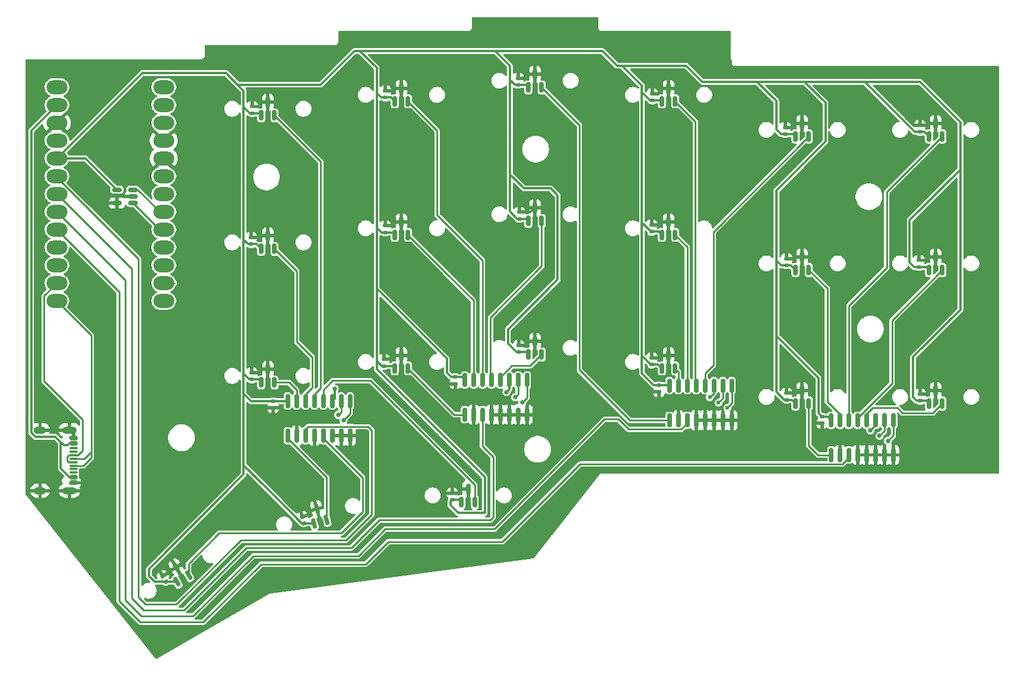
<source format=gtl>
G04 #@! TF.GenerationSoftware,KiCad,Pcbnew,8.0.3*
G04 #@! TF.CreationDate,2024-06-14T18:21:21-07:00*
G04 #@! TF.ProjectId,Keyboard,4b657962-6f61-4726-942e-6b696361645f,rev?*
G04 #@! TF.SameCoordinates,Original*
G04 #@! TF.FileFunction,Copper,L1,Top*
G04 #@! TF.FilePolarity,Positive*
%FSLAX46Y46*%
G04 Gerber Fmt 4.6, Leading zero omitted, Abs format (unit mm)*
G04 Created by KiCad (PCBNEW 8.0.3) date 2024-06-14 18:21:21*
%MOMM*%
%LPD*%
G01*
G04 APERTURE LIST*
G04 Aperture macros list*
%AMRoundRect*
0 Rectangle with rounded corners*
0 $1 Rounding radius*
0 $2 $3 $4 $5 $6 $7 $8 $9 X,Y pos of 4 corners*
0 Add a 4 corners polygon primitive as box body*
4,1,4,$2,$3,$4,$5,$6,$7,$8,$9,$2,$3,0*
0 Add four circle primitives for the rounded corners*
1,1,$1+$1,$2,$3*
1,1,$1+$1,$4,$5*
1,1,$1+$1,$6,$7*
1,1,$1+$1,$8,$9*
0 Add four rect primitives between the rounded corners*
20,1,$1+$1,$2,$3,$4,$5,0*
20,1,$1+$1,$4,$5,$6,$7,0*
20,1,$1+$1,$6,$7,$8,$9,0*
20,1,$1+$1,$8,$9,$2,$3,0*%
G04 Aperture macros list end*
G04 #@! TA.AperFunction,SMDPad,CuDef*
%ADD10RoundRect,0.150000X0.150000X-0.587500X0.150000X0.587500X-0.150000X0.587500X-0.150000X-0.587500X0*%
G04 #@! TD*
G04 #@! TA.AperFunction,SMDPad,CuDef*
%ADD11RoundRect,0.140000X0.170000X-0.140000X0.170000X0.140000X-0.170000X0.140000X-0.170000X-0.140000X0*%
G04 #@! TD*
G04 #@! TA.AperFunction,SMDPad,CuDef*
%ADD12RoundRect,0.150000X-0.425000X0.150000X-0.425000X-0.150000X0.425000X-0.150000X0.425000X0.150000X0*%
G04 #@! TD*
G04 #@! TA.AperFunction,SMDPad,CuDef*
%ADD13RoundRect,0.075000X-0.500000X0.075000X-0.500000X-0.075000X0.500000X-0.075000X0.500000X0.075000X0*%
G04 #@! TD*
G04 #@! TA.AperFunction,ComponentPad*
%ADD14O,2.100000X1.000000*%
G04 #@! TD*
G04 #@! TA.AperFunction,ComponentPad*
%ADD15O,1.800000X1.000000*%
G04 #@! TD*
G04 #@! TA.AperFunction,SMDPad,CuDef*
%ADD16RoundRect,0.150000X0.150000X-0.825000X0.150000X0.825000X-0.150000X0.825000X-0.150000X-0.825000X0*%
G04 #@! TD*
G04 #@! TA.AperFunction,SMDPad,CuDef*
%ADD17RoundRect,0.140000X-0.170000X0.140000X-0.170000X-0.140000X0.170000X-0.140000X0.170000X0.140000X0*%
G04 #@! TD*
G04 #@! TA.AperFunction,SMDPad,CuDef*
%ADD18RoundRect,0.150000X0.296945X-0.528659X-0.007167X0.606304X-0.296945X0.528659X0.007167X-0.606304X0*%
G04 #@! TD*
G04 #@! TA.AperFunction,SMDPad,CuDef*
%ADD19RoundRect,0.150000X0.512500X0.150000X-0.512500X0.150000X-0.512500X-0.150000X0.512500X-0.150000X0*%
G04 #@! TD*
G04 #@! TA.AperFunction,SMDPad,CuDef*
%ADD20RoundRect,0.150000X0.423654X-0.433790X-0.163846X0.583790X-0.423654X0.433790X0.163846X-0.583790X0*%
G04 #@! TD*
G04 #@! TA.AperFunction,SMDPad,CuDef*
%ADD21RoundRect,0.140000X0.217224X-0.036244X0.077224X0.206244X-0.217224X0.036244X-0.077224X-0.206244X0*%
G04 #@! TD*
G04 #@! TA.AperFunction,SMDPad,CuDef*
%ADD22RoundRect,0.140000X0.200442X-0.091230X0.127973X0.179229X-0.200442X0.091230X-0.127973X-0.179229X0*%
G04 #@! TD*
G04 #@! TA.AperFunction,ComponentPad*
%ADD23O,3.000000X2.000000*%
G04 #@! TD*
G04 #@! TA.AperFunction,ViaPad*
%ADD24C,0.650000*%
G04 #@! TD*
G04 #@! TA.AperFunction,ViaPad*
%ADD25C,0.600000*%
G04 #@! TD*
G04 #@! TA.AperFunction,Conductor*
%ADD26C,0.300000*%
G04 #@! TD*
G04 #@! TA.AperFunction,Conductor*
%ADD27C,0.200000*%
G04 #@! TD*
G04 #@! TA.AperFunction,Conductor*
%ADD28C,0.250000*%
G04 #@! TD*
G04 APERTURE END LIST*
D10*
G04 #@! TO.P,U11,1,VCC*
G04 #@! TO.N,3V3*
X99620000Y-239837500D03*
G04 #@! TO.P,U11,2,OUT*
G04 #@! TO.N,/MUX0_2*
X101520000Y-239837500D03*
G04 #@! TO.P,U11,3,GND*
G04 #@! TO.N,GND*
X100570000Y-237962500D03*
G04 #@! TD*
D11*
G04 #@! TO.P,C36,1*
G04 #@! TO.N,3V3*
X136250000Y-197380000D03*
G04 #@! TO.P,C36,2*
G04 #@! TO.N,GND*
X136250000Y-196420000D03*
G04 #@! TD*
D10*
G04 #@! TO.P,U12,1,VCC*
G04 #@! TO.N,3V3*
X128195000Y-256887500D03*
G04 #@! TO.P,U12,2,OUT*
G04 #@! TO.N,/MUX0_3*
X130095000Y-256887500D03*
G04 #@! TO.P,U12,3,GND*
G04 #@! TO.N,GND*
X129145000Y-255012500D03*
G04 #@! TD*
G04 #@! TO.P,U25,1,VCC*
G04 #@! TO.N,3V3*
X194870000Y-223787500D03*
G04 #@! TO.P,U25,2,OUT*
G04 #@! TO.N,/MUX3_0*
X196770000Y-223787500D03*
G04 #@! TO.P,U25,3,GND*
G04 #@! TO.N,GND*
X195820000Y-221912500D03*
G04 #@! TD*
G04 #@! TO.P,U9,1,VCC*
G04 #@! TO.N,3V3*
X99620000Y-201737500D03*
G04 #@! TO.P,U9,2,OUT*
G04 #@! TO.N,/MUX0_0*
X101520000Y-201737500D03*
G04 #@! TO.P,U9,3,GND*
G04 #@! TO.N,GND*
X100570000Y-199862500D03*
G04 #@! TD*
D11*
G04 #@! TO.P,C37,1*
G04 #@! TO.N,3V3*
X193450000Y-223360000D03*
G04 #@! TO.P,C37,2*
G04 #@! TO.N,GND*
X193450000Y-222400000D03*
G04 #@! TD*
G04 #@! TO.P,C33,1*
G04 #@! TO.N,3V3*
X155300000Y-218330000D03*
G04 #@! TO.P,C33,2*
G04 #@! TO.N,GND*
X155300000Y-217370000D03*
G04 #@! TD*
D12*
G04 #@! TO.P,J4,A1,GND*
G04 #@! TO.N,GND*
X72835000Y-247750000D03*
G04 #@! TO.P,J4,A4,VBUS*
G04 #@! TO.N,/5V*
X72835000Y-248550000D03*
D13*
G04 #@! TO.P,J4,A5,CC1*
G04 #@! TO.N,unconnected-(J4-CC1-PadA5)*
X72835000Y-249700000D03*
G04 #@! TO.P,J4,A6,D+*
G04 #@! TO.N,SDA1*
X72835000Y-250700000D03*
G04 #@! TO.P,J4,A7,D-*
G04 #@! TO.N,SCL1*
X72835000Y-251200000D03*
G04 #@! TO.P,J4,A8,SBU1*
G04 #@! TO.N,unconnected-(J4-SBU1-PadA8)*
X72835000Y-252200000D03*
D12*
G04 #@! TO.P,J4,A9,VBUS*
G04 #@! TO.N,/5V*
X72835000Y-253350000D03*
G04 #@! TO.P,J4,A12,GND*
G04 #@! TO.N,GND*
X72835000Y-254150000D03*
G04 #@! TO.P,J4,B1,GND*
X72835000Y-254150000D03*
G04 #@! TO.P,J4,B4,VBUS*
G04 #@! TO.N,/5V*
X72835000Y-253350000D03*
D13*
G04 #@! TO.P,J4,B5,CC2*
G04 #@! TO.N,unconnected-(J4-CC2-PadB5)*
X72835000Y-252700000D03*
G04 #@! TO.P,J4,B6,D+*
G04 #@! TO.N,SDA1*
X72835000Y-251700000D03*
G04 #@! TO.P,J4,B7,D-*
G04 #@! TO.N,SCL1*
X72835000Y-250200000D03*
G04 #@! TO.P,J4,B8,SBU2*
G04 #@! TO.N,unconnected-(J4-SBU2-PadB8)*
X72835000Y-249200000D03*
D12*
G04 #@! TO.P,J4,B9,VBUS*
G04 #@! TO.N,/5V*
X72835000Y-248550000D03*
G04 #@! TO.P,J4,B12,GND*
G04 #@! TO.N,GND*
X72835000Y-247750000D03*
D14*
G04 #@! TO.P,J4,S1,SHIELD*
X72260000Y-246630000D03*
D15*
X68080000Y-246630000D03*
D14*
X72260000Y-255270000D03*
D15*
X68080000Y-255270000D03*
G04 #@! TD*
D16*
G04 #@! TO.P,U6,1,A4*
G04 #@! TO.N,/MUX1_4*
X128655000Y-244425000D03*
G04 #@! TO.P,U6,2,A6*
G04 #@! TO.N,GND*
X129925000Y-244425000D03*
G04 #@! TO.P,U6,3,A*
G04 #@! TO.N,/ADC1*
X131195000Y-244425000D03*
G04 #@! TO.P,U6,4,A7*
G04 #@! TO.N,GND*
X132465000Y-244425000D03*
G04 #@! TO.P,U6,5,A5*
X133735000Y-244425000D03*
G04 #@! TO.P,U6,6,~{E}*
X135005000Y-244425000D03*
G04 #@! TO.P,U6,7,VEE*
X136275000Y-244425000D03*
G04 #@! TO.P,U6,8,GND*
X137545000Y-244425000D03*
G04 #@! TO.P,U6,9,S2*
G04 #@! TO.N,/SEL2*
X137545000Y-239475000D03*
G04 #@! TO.P,U6,10,S1*
G04 #@! TO.N,/SEL1*
X136275000Y-239475000D03*
G04 #@! TO.P,U6,11,S0*
G04 #@! TO.N,/SEL0*
X135005000Y-239475000D03*
G04 #@! TO.P,U6,12,A3*
G04 #@! TO.N,/MUX1_3*
X133735000Y-239475000D03*
G04 #@! TO.P,U6,13,A0*
G04 #@! TO.N,/MUX1_0*
X132465000Y-239475000D03*
G04 #@! TO.P,U6,14,A1*
G04 #@! TO.N,/MUX1_1*
X131195000Y-239475000D03*
G04 #@! TO.P,U6,15,A2*
G04 #@! TO.N,/MUX1_2*
X129925000Y-239475000D03*
G04 #@! TO.P,U6,16,VCC*
G04 #@! TO.N,3V3*
X128655000Y-239475000D03*
G04 #@! TD*
D17*
G04 #@! TO.P,C18,1*
G04 #@! TO.N,3V3*
X101350000Y-242490000D03*
G04 #@! TO.P,C18,2*
G04 #@! TO.N,GND*
X101350000Y-243450000D03*
G04 #@! TD*
D11*
G04 #@! TO.P,C29,1*
G04 #@! TO.N,3V3*
X117350000Y-218430000D03*
G04 #@! TO.P,C29,2*
G04 #@! TO.N,GND*
X117350000Y-217470000D03*
G04 #@! TD*
G04 #@! TO.P,C28,1*
G04 #@! TO.N,3V3*
X117350000Y-199200000D03*
G04 #@! TO.P,C28,2*
G04 #@! TO.N,GND*
X117350000Y-198240000D03*
G04 #@! TD*
D10*
G04 #@! TO.P,U18,1,VCC*
G04 #@! TO.N,3V3*
X137720000Y-235837500D03*
G04 #@! TO.P,U18,2,OUT*
G04 #@! TO.N,/MUX1_3*
X139620000Y-235837500D03*
G04 #@! TO.P,U18,3,GND*
G04 #@! TO.N,GND*
X138670000Y-233962500D03*
G04 #@! TD*
D18*
G04 #@! TO.P,U13,1,VCC*
G04 #@! TO.N,3V3*
X107125013Y-259921434D03*
G04 #@! TO.P,U13,2,OUT*
G04 #@! TO.N,/MUX0_4*
X108960272Y-259429677D03*
G04 #@! TO.P,U13,3,GND*
G04 #@! TO.N,GND*
X107557357Y-257864445D03*
G04 #@! TD*
D10*
G04 #@! TO.P,U29,1,VCC*
G04 #@! TO.N,3V3*
X175820000Y-242837500D03*
G04 #@! TO.P,U29,2,OUT*
G04 #@! TO.N,/MUX3_4*
X177720000Y-242837500D03*
G04 #@! TO.P,U29,3,GND*
G04 #@! TO.N,GND*
X176770000Y-240962500D03*
G04 #@! TD*
D11*
G04 #@! TO.P,C35,1*
G04 #@! TO.N,3V3*
X174350000Y-204410000D03*
G04 #@! TO.P,C35,2*
G04 #@! TO.N,GND*
X174350000Y-203450000D03*
G04 #@! TD*
D16*
G04 #@! TO.P,U5,1,A4*
G04 #@! TO.N,/MUX0_4*
X103405000Y-247425000D03*
G04 #@! TO.P,U5,2,A6*
G04 #@! TO.N,GND*
X104675000Y-247425000D03*
G04 #@! TO.P,U5,3,A*
G04 #@! TO.N,/ADC0*
X105945000Y-247425000D03*
G04 #@! TO.P,U5,4,A7*
G04 #@! TO.N,GND*
X107215000Y-247425000D03*
G04 #@! TO.P,U5,5,A5*
G04 #@! TO.N,/MUX0_5*
X108485000Y-247425000D03*
G04 #@! TO.P,U5,6,~{E}*
G04 #@! TO.N,GND*
X109755000Y-247425000D03*
G04 #@! TO.P,U5,7,VEE*
X111025000Y-247425000D03*
G04 #@! TO.P,U5,8,GND*
X112295000Y-247425000D03*
G04 #@! TO.P,U5,9,S2*
G04 #@! TO.N,/SEL2*
X112295000Y-242475000D03*
G04 #@! TO.P,U5,10,S1*
G04 #@! TO.N,/SEL1*
X111025000Y-242475000D03*
G04 #@! TO.P,U5,11,S0*
G04 #@! TO.N,/SEL0*
X109755000Y-242475000D03*
G04 #@! TO.P,U5,12,A3*
G04 #@! TO.N,/MUX0_3*
X108485000Y-242475000D03*
G04 #@! TO.P,U5,13,A0*
G04 #@! TO.N,/MUX0_0*
X107215000Y-242475000D03*
G04 #@! TO.P,U5,14,A1*
G04 #@! TO.N,/MUX0_1*
X105945000Y-242475000D03*
G04 #@! TO.P,U5,15,A2*
G04 #@! TO.N,/MUX0_2*
X104675000Y-242475000D03*
G04 #@! TO.P,U5,16,VCC*
G04 #@! TO.N,3V3*
X103405000Y-242475000D03*
G04 #@! TD*
D10*
G04 #@! TO.P,U20,1,VCC*
G04 #@! TO.N,3V3*
X156770000Y-199737500D03*
G04 #@! TO.P,U20,2,OUT*
G04 #@! TO.N,/MUX2_0*
X158670000Y-199737500D03*
G04 #@! TO.P,U20,3,GND*
G04 #@! TO.N,GND*
X157720000Y-197862500D03*
G04 #@! TD*
D11*
G04 #@! TO.P,C22,1*
G04 #@! TO.N,3V3*
X98200000Y-220110000D03*
G04 #@! TO.P,C22,2*
G04 #@! TO.N,GND*
X98200000Y-219150000D03*
G04 #@! TD*
D19*
G04 #@! TO.P,U31,1,SCL*
G04 #@! TO.N,/SCL0*
X81327500Y-214232500D03*
G04 #@! TO.P,U31,2,GND*
G04 #@! TO.N,GND*
X81327500Y-213282500D03*
G04 #@! TO.P,U31,3,SDA*
G04 #@! TO.N,/SDA0*
X81327500Y-212332500D03*
G04 #@! TO.P,U31,4,VCC*
G04 #@! TO.N,3V3*
X79052500Y-212332500D03*
G04 #@! TO.P,U31,5,WP*
G04 #@! TO.N,GND*
X79052500Y-214232500D03*
G04 #@! TD*
D11*
G04 #@! TO.P,C34,1*
G04 #@! TO.N,3V3*
X155350000Y-237280000D03*
G04 #@! TO.P,C34,2*
G04 #@! TO.N,GND*
X155350000Y-236320000D03*
G04 #@! TD*
G04 #@! TO.P,C17,1*
G04 #@! TO.N,3V3*
X98350000Y-201430000D03*
G04 #@! TO.P,C17,2*
G04 #@! TO.N,GND*
X98350000Y-200470000D03*
G04 #@! TD*
G04 #@! TO.P,C31,1*
G04 #@! TO.N,3V3*
X117150000Y-237480000D03*
G04 #@! TO.P,C31,2*
G04 #@! TO.N,GND*
X117150000Y-236520000D03*
G04 #@! TD*
D20*
G04 #@! TO.P,U14,1,VCC*
G04 #@! TO.N,3V3*
X87606026Y-268286899D03*
G04 #@! TO.P,U14,2,OUT*
G04 #@! TO.N,/MUX0_5*
X89251474Y-267336900D03*
G04 #@! TO.P,U14,3,GND*
G04 #@! TO.N,GND*
X87491250Y-266188101D03*
G04 #@! TD*
D10*
G04 #@! TO.P,U21,1,VCC*
G04 #@! TO.N,3V3*
X156770000Y-218787500D03*
G04 #@! TO.P,U21,2,OUT*
G04 #@! TO.N,/MUX2_1*
X158670000Y-218787500D03*
G04 #@! TO.P,U21,3,GND*
G04 #@! TO.N,GND*
X157720000Y-216912500D03*
G04 #@! TD*
G04 #@! TO.P,U15,1,VCC*
G04 #@! TO.N,3V3*
X137720000Y-216787500D03*
G04 #@! TO.P,U15,2,OUT*
G04 #@! TO.N,/MUX1_0*
X139620000Y-216787500D03*
G04 #@! TO.P,U15,3,GND*
G04 #@! TO.N,GND*
X138670000Y-214912500D03*
G04 #@! TD*
D16*
G04 #@! TO.P,U7,1,A4*
G04 #@! TO.N,/MUX2_4*
X157855000Y-245225000D03*
G04 #@! TO.P,U7,2,A6*
G04 #@! TO.N,GND*
X159125000Y-245225000D03*
G04 #@! TO.P,U7,3,A*
G04 #@! TO.N,/ADC2*
X160395000Y-245225000D03*
G04 #@! TO.P,U7,4,A7*
G04 #@! TO.N,GND*
X161665000Y-245225000D03*
G04 #@! TO.P,U7,5,A5*
X162935000Y-245225000D03*
G04 #@! TO.P,U7,6,~{E}*
X164205000Y-245225000D03*
G04 #@! TO.P,U7,7,VEE*
X165475000Y-245225000D03*
G04 #@! TO.P,U7,8,GND*
X166745000Y-245225000D03*
G04 #@! TO.P,U7,9,S2*
G04 #@! TO.N,/SEL2*
X166745000Y-240275000D03*
G04 #@! TO.P,U7,10,S1*
G04 #@! TO.N,/SEL1*
X165475000Y-240275000D03*
G04 #@! TO.P,U7,11,S0*
G04 #@! TO.N,/SEL0*
X164205000Y-240275000D03*
G04 #@! TO.P,U7,12,A3*
G04 #@! TO.N,/MUX2_3*
X162935000Y-240275000D03*
G04 #@! TO.P,U7,13,A0*
G04 #@! TO.N,/MUX2_0*
X161665000Y-240275000D03*
G04 #@! TO.P,U7,14,A1*
G04 #@! TO.N,/MUX2_1*
X160395000Y-240275000D03*
G04 #@! TO.P,U7,15,A2*
G04 #@! TO.N,/MUX2_2*
X159125000Y-240275000D03*
G04 #@! TO.P,U7,16,VCC*
G04 #@! TO.N,3V3*
X157855000Y-240275000D03*
G04 #@! TD*
D11*
G04 #@! TO.P,C23,1*
G04 #@! TO.N,3V3*
X98300000Y-239410000D03*
G04 #@! TO.P,C23,2*
G04 #@! TO.N,GND*
X98300000Y-238450000D03*
G04 #@! TD*
G04 #@! TO.P,C40,1*
G04 #@! TO.N,3V3*
X193600000Y-242460000D03*
G04 #@! TO.P,C40,2*
G04 #@! TO.N,GND*
X193600000Y-241500000D03*
G04 #@! TD*
G04 #@! TO.P,C39,1*
G04 #@! TO.N,3V3*
X174550000Y-223130000D03*
G04 #@! TO.P,C39,2*
G04 #@! TO.N,GND*
X174550000Y-222170000D03*
G04 #@! TD*
G04 #@! TO.P,C38,1*
G04 #@! TO.N,3V3*
X193562500Y-204100000D03*
G04 #@! TO.P,C38,2*
G04 #@! TO.N,GND*
X193562500Y-203140000D03*
G04 #@! TD*
D16*
G04 #@! TO.P,U8,1,A4*
G04 #@! TO.N,/MUX3_4*
X180905000Y-250175000D03*
G04 #@! TO.P,U8,2,A6*
G04 #@! TO.N,GND*
X182175000Y-250175000D03*
G04 #@! TO.P,U8,3,A*
G04 #@! TO.N,/ADC3*
X183445000Y-250175000D03*
G04 #@! TO.P,U8,4,A7*
G04 #@! TO.N,GND*
X184715000Y-250175000D03*
G04 #@! TO.P,U8,5,A5*
X185985000Y-250175000D03*
G04 #@! TO.P,U8,6,~{E}*
X187255000Y-250175000D03*
G04 #@! TO.P,U8,7,VEE*
X188525000Y-250175000D03*
G04 #@! TO.P,U8,8,GND*
X189795000Y-250175000D03*
G04 #@! TO.P,U8,9,S2*
G04 #@! TO.N,/SEL2*
X189795000Y-245225000D03*
G04 #@! TO.P,U8,10,S1*
G04 #@! TO.N,/SEL1*
X188525000Y-245225000D03*
G04 #@! TO.P,U8,11,S0*
G04 #@! TO.N,/SEL0*
X187255000Y-245225000D03*
G04 #@! TO.P,U8,12,A3*
G04 #@! TO.N,/MUX3_3*
X185985000Y-245225000D03*
G04 #@! TO.P,U8,13,A0*
G04 #@! TO.N,/MUX3_0*
X184715000Y-245225000D03*
G04 #@! TO.P,U8,14,A1*
G04 #@! TO.N,/MUX3_1*
X183445000Y-245225000D03*
G04 #@! TO.P,U8,15,A2*
G04 #@! TO.N,/MUX3_2*
X182175000Y-245225000D03*
G04 #@! TO.P,U8,16,VCC*
G04 #@! TO.N,3V3*
X180905000Y-245225000D03*
G04 #@! TD*
D21*
G04 #@! TO.P,C26,1*
G04 #@! TO.N,3V3*
X86080000Y-268281384D03*
G04 #@! TO.P,C26,2*
G04 #@! TO.N,GND*
X85600000Y-267450000D03*
G04 #@! TD*
D10*
G04 #@! TO.P,U17,1,VCC*
G04 #@! TO.N,3V3*
X118670000Y-218787500D03*
G04 #@! TO.P,U17,2,OUT*
G04 #@! TO.N,/MUX1_2*
X120570000Y-218787500D03*
G04 #@! TO.P,U17,3,GND*
G04 #@! TO.N,GND*
X119620000Y-216912500D03*
G04 #@! TD*
D17*
G04 #@! TO.P,C19,1*
G04 #@! TO.N,3V3*
X127300000Y-239070000D03*
G04 #@! TO.P,C19,2*
G04 #@! TO.N,GND*
X127300000Y-240030000D03*
G04 #@! TD*
D10*
G04 #@! TO.P,U26,1,VCC*
G04 #@! TO.N,3V3*
X194870000Y-204737500D03*
G04 #@! TO.P,U26,2,OUT*
G04 #@! TO.N,/MUX3_1*
X196770000Y-204737500D03*
G04 #@! TO.P,U26,3,GND*
G04 #@! TO.N,GND*
X195820000Y-202862500D03*
G04 #@! TD*
D22*
G04 #@! TO.P,C25,1*
G04 #@! TO.N,3V3*
X105724233Y-259913644D03*
G04 #@! TO.P,C25,2*
G04 #@! TO.N,GND*
X105475767Y-258986356D03*
G04 #@! TD*
D10*
G04 #@! TO.P,U24,1,VCC*
G04 #@! TO.N,3V3*
X137720000Y-197737500D03*
G04 #@! TO.P,U24,2,OUT*
G04 #@! TO.N,/MUX2_4*
X139620000Y-197737500D03*
G04 #@! TO.P,U24,3,GND*
G04 #@! TO.N,GND*
X138670000Y-195862500D03*
G04 #@! TD*
G04 #@! TO.P,U23,1,VCC*
G04 #@! TO.N,3V3*
X175820000Y-204737500D03*
G04 #@! TO.P,U23,2,OUT*
G04 #@! TO.N,/MUX2_3*
X177720000Y-204737500D03*
G04 #@! TO.P,U23,3,GND*
G04 #@! TO.N,GND*
X176770000Y-202862500D03*
G04 #@! TD*
D11*
G04 #@! TO.P,C41,1*
G04 #@! TO.N,3V3*
X174550000Y-242300000D03*
G04 #@! TO.P,C41,2*
G04 #@! TO.N,GND*
X174550000Y-241340000D03*
G04 #@! TD*
D10*
G04 #@! TO.P,U22,1,VCC*
G04 #@! TO.N,3V3*
X156770000Y-237837500D03*
G04 #@! TO.P,U22,2,OUT*
G04 #@! TO.N,/MUX2_2*
X158670000Y-237837500D03*
G04 #@! TO.P,U22,3,GND*
G04 #@! TO.N,GND*
X157720000Y-235962500D03*
G04 #@! TD*
G04 #@! TO.P,U19,1,VCC*
G04 #@! TO.N,3V3*
X118670000Y-237837500D03*
G04 #@! TO.P,U19,2,OUT*
G04 #@! TO.N,/MUX1_4*
X120570000Y-237837500D03*
G04 #@! TO.P,U19,3,GND*
G04 #@! TO.N,GND*
X119620000Y-235962500D03*
G04 #@! TD*
D17*
G04 #@! TO.P,C21,1*
G04 #@! TO.N,3V3*
X179600000Y-244700000D03*
G04 #@! TO.P,C21,2*
G04 #@! TO.N,GND*
X179600000Y-245660000D03*
G04 #@! TD*
G04 #@! TO.P,C20,1*
G04 #@! TO.N,3V3*
X156350000Y-240220000D03*
G04 #@! TO.P,C20,2*
G04 #@! TO.N,GND*
X156350000Y-241180000D03*
G04 #@! TD*
D10*
G04 #@! TO.P,U16,1,VCC*
G04 #@! TO.N,3V3*
X118670000Y-199737500D03*
G04 #@! TO.P,U16,2,OUT*
G04 #@! TO.N,/MUX1_1*
X120570000Y-199737500D03*
G04 #@! TO.P,U16,3,GND*
G04 #@! TO.N,GND*
X119620000Y-197862500D03*
G04 #@! TD*
D11*
G04 #@! TO.P,C24,1*
G04 #@! TO.N,3V3*
X126845000Y-256597500D03*
G04 #@! TO.P,C24,2*
G04 #@! TO.N,GND*
X126845000Y-255637500D03*
G04 #@! TD*
D10*
G04 #@! TO.P,U28,1,VCC*
G04 #@! TO.N,3V3*
X194870000Y-242837500D03*
G04 #@! TO.P,U28,2,OUT*
G04 #@! TO.N,/MUX3_3*
X196770000Y-242837500D03*
G04 #@! TO.P,U28,3,GND*
G04 #@! TO.N,GND*
X195820000Y-240962500D03*
G04 #@! TD*
D11*
G04 #@! TO.P,C32,1*
G04 #@! TO.N,3V3*
X155400000Y-199610000D03*
G04 #@! TO.P,C32,2*
G04 #@! TO.N,GND*
X155400000Y-198650000D03*
G04 #@! TD*
D10*
G04 #@! TO.P,U10,1,VCC*
G04 #@! TO.N,3V3*
X99620000Y-220787500D03*
G04 #@! TO.P,U10,2,OUT*
G04 #@! TO.N,/MUX0_1*
X101520000Y-220787500D03*
G04 #@! TO.P,U10,3,GND*
G04 #@! TO.N,GND*
X100570000Y-218912500D03*
G04 #@! TD*
G04 #@! TO.P,U27,1,VCC*
G04 #@! TO.N,3V3*
X175820000Y-223787500D03*
G04 #@! TO.P,U27,2,OUT*
G04 #@! TO.N,/MUX3_2*
X177720000Y-223787500D03*
G04 #@! TO.P,U27,3,GND*
G04 #@! TO.N,GND*
X176770000Y-221912500D03*
G04 #@! TD*
D11*
G04 #@! TO.P,C27,1*
G04 #@! TO.N,3V3*
X136450000Y-216480000D03*
G04 #@! TO.P,C27,2*
G04 #@! TO.N,GND*
X136450000Y-215520000D03*
G04 #@! TD*
G04 #@! TO.P,C30,1*
G04 #@! TO.N,3V3*
X136350000Y-235510000D03*
G04 #@! TO.P,C30,2*
G04 #@! TO.N,GND*
X136350000Y-234550000D03*
G04 #@! TD*
D23*
G04 #@! TO.P,U1,1,D+*
G04 #@! TO.N,unconnected-(U1-D+-Pad1)*
X85720000Y-197710000D03*
G04 #@! TO.P,U1,2,D0*
G04 #@! TO.N,/SEL2*
X85720000Y-200250000D03*
G04 #@! TO.P,U1,3,D1*
G04 #@! TO.N,/SEL1*
X85720000Y-202790000D03*
G04 #@! TO.P,U1,4,GND*
G04 #@! TO.N,GND*
X85720000Y-205330000D03*
G04 #@! TO.P,U1,5,GND*
X85720000Y-207870000D03*
G04 #@! TO.P,U1,6,D2*
G04 #@! TO.N,/SEL0*
X85720000Y-210410000D03*
G04 #@! TO.P,U1,7,D3*
G04 #@! TO.N,unconnected-(U1-D3-Pad7)*
X85720000Y-212950000D03*
G04 #@! TO.P,U1,8,D4*
G04 #@! TO.N,/SDA0*
X85720000Y-215490000D03*
G04 #@! TO.P,U1,9,D5*
G04 #@! TO.N,/SCL0*
X85720000Y-218030000D03*
G04 #@! TO.P,U1,10,D6*
G04 #@! TO.N,unconnected-(U1-D6-Pad10)*
X85720000Y-220570000D03*
G04 #@! TO.P,U1,11,D7*
G04 #@! TO.N,unconnected-(U1-D7-Pad11)*
X85720000Y-223110000D03*
G04 #@! TO.P,U1,12,D8*
G04 #@! TO.N,unconnected-(U1-D8-Pad12)*
X85720000Y-225650000D03*
G04 #@! TO.P,U1,13,D9*
G04 #@! TO.N,unconnected-(U1-D9-Pad13)*
X85720000Y-228190000D03*
G04 #@! TO.P,U1,14,D10*
G04 #@! TO.N,SDA1*
X70480000Y-228190000D03*
G04 #@! TO.P,U1,15,MOSI*
G04 #@! TO.N,SCL1*
X70480000Y-225650000D03*
G04 #@! TO.P,U1,16,MISO*
G04 #@! TO.N,unconnected-(U1-MISO-Pad16)*
X70480000Y-223110000D03*
G04 #@! TO.P,U1,17,SCK*
G04 #@! TO.N,unconnected-(U1-SCK-Pad17)*
X70480000Y-220570000D03*
G04 #@! TO.P,U1,18,A0*
G04 #@! TO.N,/ADC3*
X70480000Y-218030000D03*
G04 #@! TO.P,U1,19,A1*
G04 #@! TO.N,/ADC2*
X70480000Y-215490000D03*
G04 #@! TO.P,U1,20,A2*
G04 #@! TO.N,/ADC1*
X70480000Y-212950000D03*
G04 #@! TO.P,U1,21,A3*
G04 #@! TO.N,/ADC0*
X70480000Y-210410000D03*
G04 #@! TO.P,U1,22,3.3V*
G04 #@! TO.N,3V3*
X70480000Y-207870000D03*
G04 #@! TO.P,U1,23,RESET*
G04 #@! TO.N,unconnected-(U1-RESET-Pad23)*
X70480000Y-205330000D03*
G04 #@! TO.P,U1,24,GND*
G04 #@! TO.N,GND*
X70480000Y-202790000D03*
G04 #@! TO.P,U1,25,RAW*
G04 #@! TO.N,/5V*
X70480000Y-200250000D03*
G04 #@! TO.P,U1,26,D-*
G04 #@! TO.N,unconnected-(U1-D--Pad26)*
X70480000Y-197710000D03*
G04 #@! TD*
D24*
G04 #@! TO.N,GND*
X195770000Y-217830000D03*
X100790000Y-206670000D03*
X124740000Y-226950000D03*
X156980000Y-224630000D03*
X96300000Y-258460000D03*
X182030000Y-214430000D03*
X190830000Y-199200000D03*
X120560000Y-250840000D03*
X101120000Y-250240000D03*
X113630000Y-249410000D03*
G04 #@! TO.N,/SEL2*
X136850000Y-242700000D03*
D25*
X166100000Y-243450000D03*
D24*
X189000000Y-248150000D03*
X111350000Y-245200000D03*
G04 #@! TO.N,/SEL1*
X187800000Y-247450000D03*
D25*
X164850000Y-242700000D03*
D24*
X135850000Y-241950000D03*
X110600000Y-244450000D03*
G04 #@! TO.N,/SEL0*
X186500000Y-246650000D03*
D25*
X163600000Y-241950000D03*
D24*
X110100000Y-240750000D03*
X134600000Y-241200000D03*
G04 #@! TD*
D26*
G04 #@! TO.N,GND*
X138062500Y-215520000D02*
X138670000Y-214912500D01*
X174550000Y-241340000D02*
X176392500Y-241340000D01*
X86580000Y-204870000D02*
X85720000Y-204870000D01*
X136450000Y-215520000D02*
X138062500Y-215520000D01*
D27*
X100557500Y-200787500D02*
X100570000Y-200800000D01*
D26*
X176392500Y-241340000D02*
X176770000Y-240962500D01*
G04 #@! TO.N,3V3*
X116100000Y-226450000D02*
X126100000Y-236450000D01*
X136040001Y-235510000D02*
X136350000Y-235510000D01*
X135830000Y-197380000D02*
X136250000Y-197380000D01*
X155300000Y-218330000D02*
X156312500Y-218330000D01*
X150400000Y-194650000D02*
X151100000Y-194650000D01*
X153915000Y-236015000D02*
X153915000Y-238515000D01*
X173780000Y-223130000D02*
X174550000Y-223130000D01*
X173810000Y-204410000D02*
X174350000Y-204410000D01*
X156642500Y-199610000D02*
X156770000Y-199737500D01*
X126100000Y-238450000D02*
X126720000Y-239070000D01*
X98060000Y-220110000D02*
X98300000Y-220110000D01*
X153915000Y-198434999D02*
X153915000Y-216991846D01*
X137100000Y-212150000D02*
X140900000Y-212150000D01*
X84431384Y-268281384D02*
X86080000Y-268281384D01*
X117150000Y-237480000D02*
X118312500Y-237480000D01*
X185693122Y-196950000D02*
X193600000Y-196950000D01*
X192600000Y-236200000D02*
X192600000Y-241950000D01*
X97100000Y-250450000D02*
X97100000Y-252950000D01*
X180100000Y-205450000D02*
X173100000Y-212450000D01*
X116100000Y-198550000D02*
X116750000Y-199200000D01*
X177100000Y-196950000D02*
X185693122Y-196950000D01*
X156312500Y-218330000D02*
X156770000Y-218787500D01*
X118132500Y-199200000D02*
X118670000Y-199737500D01*
X151100000Y-194650000D02*
X160250000Y-194650000D01*
X116100000Y-217750000D02*
X116780000Y-218430000D01*
X127700000Y-258450000D02*
X126600000Y-257350000D01*
X136450000Y-216480000D02*
X137412500Y-216480000D01*
X87277223Y-268143644D02*
X87285013Y-268151434D01*
X174550000Y-242300000D02*
X175282500Y-242300000D01*
X160250000Y-194650000D02*
X162550000Y-196950000D01*
X174550000Y-223130000D02*
X175162500Y-223130000D01*
X179100000Y-244200000D02*
X179100000Y-239200000D01*
X86080000Y-268281384D02*
X87600511Y-268281384D01*
X96250000Y-197340000D02*
X97100000Y-198190000D01*
X97760000Y-220110000D02*
X98200000Y-220110000D01*
X140900000Y-212150000D02*
X141900000Y-213150000D01*
X101350000Y-242490000D02*
X103390000Y-242490000D01*
X113700000Y-192550000D02*
X112900000Y-192550000D01*
X173100000Y-234450000D02*
X173100000Y-233200000D01*
X97100000Y-251612908D02*
X100268546Y-254781454D01*
X118312500Y-218430000D02*
X118670000Y-218787500D01*
X193600000Y-242460000D02*
X194492500Y-242460000D01*
X155180000Y-237280000D02*
X155350000Y-237280000D01*
X105400736Y-259913644D02*
X105724233Y-259913644D01*
X173100000Y-234450000D02*
X173100000Y-241159999D01*
X128100000Y-192550000D02*
X133000000Y-192550000D01*
X173100000Y-212450000D02*
X173100000Y-222450000D01*
X192100000Y-216700000D02*
X192100000Y-222700000D01*
X100268546Y-254781454D02*
X104518546Y-259031454D01*
X155400000Y-199610000D02*
X156642500Y-199610000D01*
X193110000Y-242460000D02*
X193600000Y-242460000D01*
X135100000Y-215439999D02*
X136140001Y-216480000D01*
X173100000Y-233200000D02*
X179100000Y-239200000D01*
X156350000Y-240220000D02*
X157800000Y-240220000D01*
X83600000Y-266450000D02*
X83600000Y-267450000D01*
X179600000Y-244700000D02*
X180380000Y-244700000D01*
X180100000Y-199950000D02*
X180100000Y-205450000D01*
X108110000Y-197340000D02*
X96250000Y-197340000D01*
X135100000Y-196669999D02*
X135119999Y-196669999D01*
X153915000Y-197465000D02*
X153915000Y-198434999D01*
X99192500Y-239410000D02*
X99620000Y-239837500D01*
X177100000Y-196950000D02*
X180100000Y-199950000D01*
X105724233Y-259913644D02*
X107117223Y-259913644D01*
X133000000Y-192550000D02*
X135100000Y-194650000D01*
X98140000Y-242490000D02*
X101350000Y-242490000D01*
X136350000Y-235510000D02*
X137392500Y-235510000D01*
X83600000Y-267450000D02*
X84431384Y-268281384D01*
X155400000Y-199650000D02*
X155400000Y-199610000D01*
X97100000Y-219450000D02*
X97100000Y-238550000D01*
X194232500Y-204100000D02*
X194870000Y-204737500D01*
X155253154Y-218330000D02*
X155300000Y-218330000D01*
X97100000Y-252950000D02*
X83600000Y-266450000D01*
X82670000Y-195680000D02*
X94590000Y-195680000D01*
X153915000Y-216991846D02*
X155253154Y-218330000D01*
X116100000Y-217750000D02*
X116100000Y-229450000D01*
X116100000Y-236739999D02*
X116840001Y-237480000D01*
X116780000Y-218430000D02*
X117350000Y-218430000D01*
X170350000Y-196950000D02*
X173100000Y-199700000D01*
X87741447Y-268422320D02*
X87606026Y-268286899D01*
X170350000Y-196950000D02*
X177100000Y-196950000D01*
X155090001Y-199610000D02*
X155400000Y-199610000D01*
X127300000Y-239070000D02*
X128250000Y-239070000D01*
X155620000Y-240220000D02*
X156350000Y-240220000D01*
X137362500Y-197380000D02*
X137720000Y-197737500D01*
X126720000Y-239070000D02*
X127300000Y-239070000D01*
X192760000Y-223360000D02*
X193450000Y-223360000D01*
X157800000Y-240220000D02*
X157855000Y-240275000D01*
X97100000Y-219450000D02*
X97760000Y-220110000D01*
X107117223Y-259913644D02*
X107125013Y-259921434D01*
X193562500Y-204100000D02*
X194232500Y-204100000D01*
X175282500Y-242300000D02*
X175820000Y-242837500D01*
X136250000Y-197380000D02*
X137362500Y-197380000D01*
X99312500Y-201430000D02*
X99620000Y-201737500D01*
X116100000Y-229450000D02*
X116100000Y-236739999D01*
X199350000Y-209450000D02*
X199350000Y-229450000D01*
X173100000Y-222450000D02*
X173780000Y-223130000D01*
X175162500Y-223130000D02*
X175820000Y-223787500D01*
X97100000Y-198190000D02*
X97100000Y-200550000D01*
X135119999Y-196669999D02*
X135830000Y-197380000D01*
X126600000Y-256842500D02*
X126845000Y-256597500D01*
X97100000Y-200550000D02*
X97980000Y-201430000D01*
X70480000Y-207870000D02*
X74590000Y-207870000D01*
X104518546Y-259031454D02*
X105400736Y-259913644D01*
X174240001Y-242300000D02*
X174550000Y-242300000D01*
X135100000Y-210150000D02*
X135100000Y-215439999D01*
X97100000Y-238550000D02*
X97960000Y-239410000D01*
X98300000Y-239410000D02*
X99192500Y-239410000D01*
X136140001Y-216480000D02*
X136450000Y-216480000D01*
X137412500Y-216480000D02*
X137720000Y-216787500D01*
X175492500Y-204410000D02*
X175820000Y-204737500D01*
X135100000Y-194650000D02*
X135100000Y-196669999D01*
X116100000Y-198550000D02*
X116100000Y-217750000D01*
X70480000Y-207870000D02*
X82670000Y-195680000D01*
X137392500Y-235510000D02*
X137720000Y-235837500D01*
X135100000Y-196669999D02*
X135100000Y-210150000D01*
X98200000Y-220110000D02*
X98942500Y-220110000D01*
X127905000Y-256597500D02*
X128195000Y-256887500D01*
X136250000Y-197400000D02*
X136250000Y-197380000D01*
X148300000Y-192550000D02*
X150400000Y-194650000D01*
X97100000Y-238550000D02*
X97100000Y-241450000D01*
X98942500Y-220110000D02*
X99620000Y-220787500D01*
X134800000Y-234269999D02*
X136040001Y-235510000D01*
X126845000Y-256597500D02*
X127905000Y-256597500D01*
X173100000Y-199700000D02*
X173100000Y-203700000D01*
X97100000Y-250450000D02*
X97100000Y-251612908D01*
X199350000Y-229450000D02*
X192600000Y-236200000D01*
X194492500Y-242460000D02*
X194870000Y-242837500D01*
X116840001Y-237480000D02*
X117150000Y-237480000D01*
X97980000Y-201430000D02*
X98350000Y-201430000D01*
X194442500Y-223360000D02*
X194870000Y-223787500D01*
X94590000Y-195680000D02*
X96250000Y-197340000D01*
X151100000Y-194650000D02*
X153915000Y-197465000D01*
X153915000Y-238515000D02*
X155620000Y-240220000D01*
X141900000Y-213150000D02*
X141900000Y-225150000D01*
X116100000Y-237950000D02*
X131500000Y-253350000D01*
X97100000Y-200550000D02*
X97100000Y-219150000D01*
X131500000Y-258450000D02*
X127700000Y-258450000D01*
X116750000Y-199200000D02*
X117350000Y-199200000D01*
X156212500Y-237280000D02*
X156770000Y-237837500D01*
X113700000Y-192550000D02*
X114700000Y-192550000D01*
X180380000Y-244700000D02*
X180905000Y-245225000D01*
X153915000Y-198434999D02*
X155090001Y-199610000D01*
X116100000Y-236739999D02*
X116100000Y-237950000D01*
X134800000Y-232250000D02*
X134800000Y-234269999D01*
X193600000Y-242500000D02*
X193600000Y-242460000D01*
X173100000Y-222450000D02*
X173100000Y-234450000D01*
X112900000Y-192550000D02*
X108110000Y-197340000D01*
X118312500Y-237480000D02*
X118670000Y-237837500D01*
X174350000Y-204410000D02*
X175492500Y-204410000D01*
X126600000Y-257350000D02*
X126600000Y-256842500D01*
X128250000Y-239070000D02*
X128655000Y-239475000D01*
X116100000Y-194950000D02*
X116100000Y-198550000D01*
X156627500Y-218930000D02*
X156770000Y-218787500D01*
X141900000Y-225150000D02*
X134800000Y-232250000D01*
X192100000Y-222700000D02*
X192760000Y-223360000D01*
X114700000Y-192550000D02*
X128100000Y-192550000D01*
X162550000Y-196950000D02*
X170350000Y-196950000D01*
X173100000Y-241159999D02*
X174240001Y-242300000D01*
X199350000Y-202700000D02*
X199350000Y-209450000D01*
X113700000Y-192550000D02*
X116100000Y-194950000D01*
X103390000Y-242490000D02*
X103405000Y-242475000D01*
X185693122Y-196950000D02*
X192843122Y-204100000D01*
X153915000Y-216991846D02*
X153915000Y-236015000D01*
X135100000Y-210150000D02*
X137100000Y-212150000D01*
X193450000Y-223360000D02*
X194442500Y-223360000D01*
X179600000Y-244700000D02*
X179100000Y-244200000D01*
X97960000Y-239410000D02*
X98300000Y-239410000D01*
X87600511Y-268281384D02*
X87606026Y-268286899D01*
X133000000Y-192550000D02*
X148300000Y-192550000D01*
X98350000Y-201430000D02*
X99312500Y-201430000D01*
X192843122Y-204100000D02*
X193562500Y-204100000D01*
X155350000Y-237280000D02*
X156212500Y-237280000D01*
X97100000Y-241450000D02*
X98140000Y-242490000D01*
X173100000Y-203700000D02*
X173810000Y-204410000D01*
X199350000Y-209450000D02*
X192100000Y-216700000D01*
X97100000Y-219150000D02*
X97100000Y-219450000D01*
X97100000Y-241450000D02*
X97100000Y-250450000D01*
X117350000Y-199200000D02*
X118132500Y-199200000D01*
X117350000Y-218430000D02*
X118312500Y-218430000D01*
X126100000Y-236450000D02*
X126100000Y-238450000D01*
X193600000Y-196950000D02*
X199350000Y-202700000D01*
X192600000Y-241950000D02*
X193110000Y-242460000D01*
X131500000Y-253350000D02*
X131500000Y-258450000D01*
X153915000Y-236015000D02*
X155180000Y-237280000D01*
X74590000Y-207870000D02*
X79052500Y-212332500D01*
D28*
G04 #@! TO.N,SCL1*
X70480000Y-225650000D02*
X68655000Y-227475000D01*
X70480000Y-225650000D02*
X69480000Y-225650000D01*
X68655000Y-227475000D02*
X68655000Y-239665000D01*
X71935000Y-250457236D02*
X72192236Y-250200000D01*
X68655000Y-239665000D02*
X74150000Y-245160000D01*
X74150000Y-245160000D02*
X74150000Y-249527764D01*
X72192236Y-250200000D02*
X72835000Y-250200000D01*
X72192236Y-251200000D02*
X71935000Y-250942764D01*
X73477764Y-250200000D02*
X72835000Y-250200000D01*
X74150000Y-249527764D02*
X73477764Y-250200000D01*
X72835000Y-251200000D02*
X72192236Y-251200000D01*
X71935000Y-250942764D02*
X71935000Y-250457236D01*
G04 #@! TO.N,SDA1*
X70480000Y-228190000D02*
X75380000Y-233090000D01*
X75380000Y-233090000D02*
X75380000Y-249710000D01*
X75380000Y-250540000D02*
X74220000Y-251700000D01*
X74220000Y-251700000D02*
X72835000Y-251700000D01*
X75380000Y-249710000D02*
X75380000Y-250540000D01*
X75380000Y-249710000D02*
X74390000Y-250700000D01*
X74390000Y-250700000D02*
X72835000Y-250700000D01*
D26*
G04 #@! TO.N,/5V*
X66830000Y-203900000D02*
X66830000Y-246982082D01*
X71035000Y-248360305D02*
X71035000Y-252078120D01*
X71484695Y-248810000D02*
X72046880Y-248810000D01*
X66830000Y-246982082D02*
X67447918Y-247600000D01*
X72046880Y-248810000D02*
X72306880Y-248550000D01*
X70274695Y-247600000D02*
X71035000Y-248360305D01*
X67447918Y-247600000D02*
X70274695Y-247600000D01*
X72295305Y-253350000D02*
X72835000Y-253350000D01*
X72306880Y-253350000D02*
X72835000Y-253350000D01*
X72306880Y-248550000D02*
X72835000Y-248550000D01*
X71035000Y-252078120D02*
X72306880Y-253350000D01*
X71035000Y-248360305D02*
X71484695Y-248810000D01*
X70480000Y-200250000D02*
X66830000Y-203900000D01*
D28*
G04 #@! TO.N,/SCL0*
X85125000Y-218030000D02*
X81327500Y-214232500D01*
X85720000Y-218030000D02*
X85125000Y-218030000D01*
G04 #@! TO.N,/SEL2*
X189000000Y-248150000D02*
X189795000Y-247355000D01*
X166745000Y-242805000D02*
X166745000Y-240275000D01*
X112295000Y-244255000D02*
X112295000Y-242475000D01*
X189795000Y-247355000D02*
X189795000Y-245225000D01*
X136850000Y-242700000D02*
X137545000Y-242005000D01*
X137545000Y-242005000D02*
X137545000Y-239475000D01*
X166100000Y-243450000D02*
X166745000Y-242805000D01*
X111350000Y-245200000D02*
X112295000Y-244255000D01*
G04 #@! TO.N,/SDA0*
X85720000Y-215490000D02*
X85190000Y-215490000D01*
X82032500Y-212332500D02*
X81327500Y-212332500D01*
X85190000Y-215490000D02*
X82032500Y-212332500D01*
G04 #@! TO.N,/ADC2*
X132900000Y-260750000D02*
X117300000Y-260750000D01*
X152035000Y-246525000D02*
X150570000Y-245060000D01*
X80240000Y-225250000D02*
X70480000Y-215490000D01*
X148590000Y-245060000D02*
X132900000Y-260750000D01*
X150570000Y-245060000D02*
X148590000Y-245060000D01*
X98480000Y-264570000D02*
X89900000Y-273150000D01*
X82530000Y-273150000D02*
X80240000Y-270860000D01*
X113480000Y-264570000D02*
X98480000Y-264570000D01*
X160395000Y-245225000D02*
X160395000Y-245605908D01*
X89900000Y-273150000D02*
X82530000Y-273150000D01*
X80240000Y-270860000D02*
X80240000Y-225250000D01*
X117300000Y-260750000D02*
X113480000Y-264570000D01*
X160395000Y-245605908D02*
X159475908Y-246525000D01*
X159475908Y-246525000D02*
X152035000Y-246525000D01*
G04 #@! TO.N,/SEL1*
X111025000Y-244025000D02*
X111025000Y-242475000D01*
X165475000Y-242075000D02*
X165475000Y-240275000D01*
X110600000Y-244450000D02*
X111025000Y-244025000D01*
X188525000Y-246725000D02*
X188525000Y-245225000D01*
X164850000Y-242700000D02*
X165475000Y-242075000D01*
X136275000Y-241525000D02*
X136275000Y-239475000D01*
X187800000Y-247450000D02*
X188525000Y-246725000D01*
X135850000Y-241950000D02*
X136275000Y-241525000D01*
G04 #@! TO.N,/ADC3*
X145105000Y-251475000D02*
X134030000Y-262550000D01*
X117700000Y-262550000D02*
X114480000Y-265770000D01*
X79360000Y-226910000D02*
X70480000Y-218030000D01*
X79360000Y-271020000D02*
X79360000Y-226910000D01*
X91320000Y-274030000D02*
X82370000Y-274030000D01*
X182525908Y-251475000D02*
X145105000Y-251475000D01*
X99580000Y-265770000D02*
X91320000Y-274030000D01*
X114480000Y-265770000D02*
X99580000Y-265770000D01*
X134030000Y-262550000D02*
X117700000Y-262550000D01*
X82370000Y-274030000D02*
X79360000Y-271020000D01*
X183445000Y-250555908D02*
X182525908Y-251475000D01*
X183445000Y-250175000D02*
X183445000Y-250555908D01*
G04 #@! TO.N,/ADC0*
X105945000Y-247425000D02*
X105945000Y-247044092D01*
X96720000Y-262330000D02*
X87550000Y-271500000D01*
X105945000Y-246450001D02*
X106270001Y-246125000D01*
X82110000Y-222206167D02*
X70480000Y-210576167D01*
X106270001Y-246125000D02*
X112645908Y-246125000D01*
X82110000Y-270460000D02*
X82110000Y-222206167D01*
X70480000Y-210576167D02*
X70480000Y-210410000D01*
X105945000Y-247425000D02*
X105945000Y-246450001D01*
X112645908Y-246125000D02*
X112670908Y-246150000D01*
X115400000Y-246650000D02*
X115400000Y-258650000D01*
X115400000Y-258650000D02*
X111720000Y-262330000D01*
X87550000Y-271500000D02*
X83150000Y-271500000D01*
X111720000Y-262330000D02*
X96720000Y-262330000D01*
X112670908Y-246150000D02*
X114900000Y-246150000D01*
X114900000Y-246150000D02*
X115400000Y-246650000D01*
X83150000Y-271500000D02*
X82110000Y-270460000D01*
G04 #@! TO.N,/ADC1*
X131195000Y-248945000D02*
X132700000Y-250450000D01*
X81160000Y-223630000D02*
X70480000Y-212950000D01*
X132700000Y-259050000D02*
X132300000Y-259450000D01*
X132700000Y-250450000D02*
X132700000Y-259050000D01*
X97510000Y-263440000D02*
X88630000Y-272320000D01*
X88630000Y-272320000D02*
X82860000Y-272320000D01*
X132300000Y-259450000D02*
X116460000Y-259450000D01*
X112470000Y-263440000D02*
X97510000Y-263440000D01*
X81160000Y-270620000D02*
X81160000Y-223630000D01*
X131195000Y-244425000D02*
X131195000Y-248945000D01*
X116460000Y-259450000D02*
X112470000Y-263440000D01*
X82860000Y-272320000D02*
X81160000Y-270620000D01*
D27*
G04 #@! TO.N,unconnected-(U1-D7-Pad11)*
X85720000Y-223190000D02*
X85210000Y-223190000D01*
D26*
G04 #@! TO.N,/SEL0*
X135005000Y-240795000D02*
X135005000Y-239475000D01*
D28*
X186500000Y-246650000D02*
X187255000Y-245895000D01*
D26*
X110100000Y-240750000D02*
X110100000Y-242130000D01*
D28*
X164205000Y-241345000D02*
X164205000Y-240275000D01*
X163600000Y-241950000D02*
X164205000Y-241345000D01*
D26*
X134600000Y-241200000D02*
X135005000Y-240795000D01*
X110100000Y-242130000D02*
X109755000Y-242475000D01*
D28*
X187255000Y-245895000D02*
X187255000Y-245225000D01*
G04 #@! TO.N,unconnected-(U1-D8-Pad12)*
X85720000Y-225650000D02*
X87260000Y-225650000D01*
G04 #@! TO.N,/MUX0_4*
X103405000Y-247805908D02*
X103405000Y-247425000D01*
X108960272Y-253361180D02*
X103405000Y-247805908D01*
X108960272Y-259429678D02*
X108960272Y-253361180D01*
G04 #@! TO.N,/MUX0_2*
X103587500Y-239837500D02*
X104675000Y-240925000D01*
X104675000Y-240925000D02*
X104675000Y-242475000D01*
X101520000Y-239837500D02*
X103587500Y-239837500D01*
G04 #@! TO.N,/MUX0_1*
X104700000Y-223967500D02*
X104700000Y-234050000D01*
X106900000Y-236250000D02*
X106900000Y-240545001D01*
X106900000Y-240545001D02*
X105945000Y-241500001D01*
X101520000Y-220787500D02*
X104700000Y-223967500D01*
X105945000Y-241500001D02*
X105945000Y-242475000D01*
X104700000Y-234050000D02*
X106900000Y-236250000D01*
G04 #@! TO.N,/MUX0_5*
X108485000Y-247425000D02*
X108485000Y-247805908D01*
X111015199Y-261334801D02*
X93615199Y-261334801D01*
X114100000Y-253420908D02*
X114100000Y-258250000D01*
X89251474Y-265698526D02*
X89251474Y-267336900D01*
X114100000Y-258250000D02*
X111015199Y-261334801D01*
X93615199Y-261334801D02*
X89251474Y-265698526D01*
X108485000Y-247805908D02*
X114100000Y-253420908D01*
G04 #@! TO.N,/MUX0_3*
X108485000Y-240885000D02*
X108485000Y-242475000D01*
X130095000Y-256887500D02*
X130095000Y-254445000D01*
X109800000Y-239570000D02*
X108485000Y-240885000D01*
X130095000Y-254445000D02*
X115220000Y-239570000D01*
X115220000Y-239570000D02*
X109800000Y-239570000D01*
G04 #@! TO.N,/MUX0_0*
X107215000Y-241500001D02*
X107215000Y-242475000D01*
X108100000Y-208350000D02*
X108100000Y-240615001D01*
X108100000Y-208317500D02*
X108100000Y-208350000D01*
X108100000Y-240615001D02*
X107215000Y-241500001D01*
X101520000Y-201737500D02*
X108100000Y-208317500D01*
G04 #@! TO.N,/MUX1_2*
X125900000Y-224150000D02*
X129900000Y-228150000D01*
X120570000Y-218787500D02*
X125900000Y-224117500D01*
X129900000Y-228150000D02*
X129900000Y-239450000D01*
X125900000Y-224117500D02*
X125900000Y-224150000D01*
X129900000Y-239450000D02*
X129925000Y-239475000D01*
G04 #@! TO.N,/MUX1_3*
X133735000Y-239094092D02*
X133735000Y-239475000D01*
X139620000Y-235837500D02*
X138007500Y-237450000D01*
X135379092Y-237450000D02*
X133735000Y-239094092D01*
X138007500Y-237450000D02*
X135379092Y-237450000D01*
X133735000Y-239475000D02*
X133735000Y-239450000D01*
G04 #@! TO.N,/MUX1_1*
X131195000Y-222445000D02*
X124700000Y-215950000D01*
X124700000Y-215950000D02*
X124700000Y-203867500D01*
X131195000Y-239475000D02*
X131195000Y-222445000D01*
X124700000Y-203867500D02*
X120570000Y-199737500D01*
G04 #@! TO.N,/MUX1_0*
X132315000Y-230535000D02*
X132315000Y-239325000D01*
X139620000Y-223230000D02*
X132315000Y-230535000D01*
X139620000Y-216787500D02*
X139620000Y-223230000D01*
X132315000Y-239325000D02*
X132465000Y-239475000D01*
G04 #@! TO.N,/MUX1_4*
X127157500Y-244425000D02*
X128655000Y-244425000D01*
X120570000Y-237837500D02*
X127157500Y-244425000D01*
G04 #@! TO.N,/MUX2_3*
X177720000Y-204737500D02*
X164100000Y-218357500D01*
X164100000Y-218357500D02*
X164100000Y-237367767D01*
X164100000Y-237367767D02*
X162935000Y-238532767D01*
X162935000Y-238532767D02*
X162935000Y-240275000D01*
G04 #@! TO.N,/MUX2_1*
X158670000Y-218787500D02*
X160395000Y-220512500D01*
X160395000Y-220512500D02*
X160395000Y-240275000D01*
G04 #@! TO.N,/MUX2_4*
X152175000Y-245225000D02*
X157855000Y-245225000D01*
X145000000Y-238050000D02*
X152175000Y-245225000D01*
X145000000Y-203117500D02*
X145000000Y-238050000D01*
X139620000Y-197737500D02*
X145000000Y-203117500D01*
G04 #@! TO.N,/MUX2_2*
X159125000Y-240275000D02*
X159125000Y-238292500D01*
X159125000Y-238292500D02*
X158670000Y-237837500D01*
G04 #@! TO.N,/MUX2_0*
X161550000Y-202617500D02*
X161550000Y-240160000D01*
X158670000Y-199737500D02*
X161550000Y-202617500D01*
X161550000Y-240160000D02*
X161665000Y-240275000D01*
G04 #@! TO.N,/MUX3_2*
X177720000Y-223787500D02*
X180350000Y-226417500D01*
X180350000Y-226417500D02*
X180350000Y-242558883D01*
X182175000Y-244383883D02*
X182175000Y-245225000D01*
X180350000Y-242558883D02*
X182175000Y-244383883D01*
G04 #@! TO.N,/MUX3_3*
X185985000Y-244250001D02*
X185985000Y-245225000D01*
X195407500Y-244200000D02*
X191100000Y-244200000D01*
X186785001Y-243450000D02*
X185985000Y-244250001D01*
X191100000Y-244200000D02*
X190350000Y-243450000D01*
X190350000Y-243450000D02*
X186785001Y-243450000D01*
X196770000Y-242837500D02*
X195407500Y-244200000D01*
G04 #@! TO.N,/MUX3_1*
X183445000Y-228855000D02*
X183445000Y-245225000D01*
X188850000Y-223450000D02*
X183445000Y-228855000D01*
X196770000Y-204737500D02*
X188850000Y-212657500D01*
X188850000Y-212657500D02*
X188850000Y-223450000D01*
G04 #@! TO.N,/MUX3_4*
X179075000Y-250175000D02*
X180905000Y-250175000D01*
X177720000Y-242837500D02*
X177720000Y-248820000D01*
X177720000Y-248820000D02*
X179075000Y-250175000D01*
G04 #@! TO.N,/MUX3_0*
X189600000Y-239959092D02*
X184715000Y-244844092D01*
X189600000Y-230957500D02*
X189600000Y-239959092D01*
X196770000Y-223787500D02*
X189600000Y-230957500D01*
X184715000Y-244844092D02*
X184715000Y-245225000D01*
G04 #@! TD*
G04 #@! TA.AperFunction,Conductor*
G04 #@! TO.N,GND*
G36*
X115080140Y-239965185D02*
G01*
X115100782Y-239981819D01*
X128752390Y-253633427D01*
X128785875Y-253694750D01*
X128780891Y-253764442D01*
X128739019Y-253820375D01*
X128727831Y-253827840D01*
X128593444Y-253907317D01*
X128593438Y-253907321D01*
X128477321Y-254023438D01*
X128477314Y-254023447D01*
X128393717Y-254164803D01*
X128393716Y-254164806D01*
X128347900Y-254322504D01*
X128347899Y-254322510D01*
X128345000Y-254359350D01*
X128345000Y-254762500D01*
X129271000Y-254762500D01*
X129338039Y-254782185D01*
X129383794Y-254834989D01*
X129395000Y-254886500D01*
X129395000Y-256247295D01*
X129395001Y-256247295D01*
X129397487Y-256247100D01*
X129398206Y-256246969D01*
X129398612Y-256247011D01*
X129403809Y-256246603D01*
X129403884Y-256247566D01*
X129467692Y-256254279D01*
X129522195Y-256297996D01*
X129544411Y-256364240D01*
X129544500Y-256368948D01*
X129544500Y-257506517D01*
X129550402Y-257543778D01*
X129559354Y-257600304D01*
X129616950Y-257713342D01*
X129616952Y-257713344D01*
X129616954Y-257713347D01*
X129706652Y-257803045D01*
X129706656Y-257803048D01*
X129706658Y-257803050D01*
X129730143Y-257815016D01*
X129780938Y-257862989D01*
X129797733Y-257930810D01*
X129775196Y-257996945D01*
X129720481Y-258040397D01*
X129673847Y-258049500D01*
X128616153Y-258049500D01*
X128549114Y-258029815D01*
X128503359Y-257977011D01*
X128493415Y-257907853D01*
X128522440Y-257844297D01*
X128559855Y-257815017D01*
X128583342Y-257803050D01*
X128673050Y-257713342D01*
X128730646Y-257600304D01*
X128730646Y-257600302D01*
X128730647Y-257600301D01*
X128745499Y-257506524D01*
X128745500Y-257506519D01*
X128745499Y-256368947D01*
X128765184Y-256301909D01*
X128817987Y-256256154D01*
X128887146Y-256246210D01*
X128891790Y-256246968D01*
X128892515Y-256247100D01*
X128894998Y-256247295D01*
X128895000Y-256247295D01*
X128895000Y-255262500D01*
X128345000Y-255262500D01*
X128345000Y-255665649D01*
X128347899Y-255702489D01*
X128347900Y-255702492D01*
X128359060Y-255740907D01*
X128358859Y-255810777D01*
X128320916Y-255869446D01*
X128257277Y-255898288D01*
X128239984Y-255899500D01*
X128013482Y-255899500D01*
X127919695Y-255914354D01*
X127831723Y-255959178D01*
X127763054Y-255972074D01*
X127698314Y-255945797D01*
X127676268Y-255923145D01*
X127649505Y-255887500D01*
X126040496Y-255887500D01*
X126082968Y-256033695D01*
X126165278Y-256172874D01*
X126165285Y-256172883D01*
X126258237Y-256265835D01*
X126291722Y-256327158D01*
X126293029Y-256372913D01*
X126284500Y-256426764D01*
X126284500Y-256554735D01*
X126267887Y-256616736D01*
X126226793Y-256687910D01*
X126225019Y-256694531D01*
X126205271Y-256768234D01*
X126199500Y-256789773D01*
X126199500Y-257297273D01*
X126199500Y-257402727D01*
X126209651Y-257440610D01*
X126226793Y-257504589D01*
X126253156Y-257550250D01*
X126279520Y-257595913D01*
X127454087Y-258770480D01*
X127496453Y-258794940D01*
X127545408Y-258823205D01*
X127545412Y-258823207D01*
X127573473Y-258830725D01*
X127633132Y-258867089D01*
X127663662Y-258929936D01*
X127655368Y-258999312D01*
X127610883Y-259053190D01*
X127544331Y-259074465D01*
X127541379Y-259074500D01*
X116410563Y-259074500D01*
X116374435Y-259084180D01*
X116374435Y-259084181D01*
X116315062Y-259100090D01*
X116315061Y-259100090D01*
X116315059Y-259100091D01*
X116229436Y-259149526D01*
X112350782Y-263028181D01*
X112289459Y-263061666D01*
X112263101Y-263064500D01*
X97460564Y-263064500D01*
X97412812Y-263077295D01*
X97412811Y-263077294D01*
X97365063Y-263090089D01*
X97365062Y-263090089D01*
X97279435Y-263139527D01*
X88510782Y-271908181D01*
X88449459Y-271941666D01*
X88423101Y-271944500D01*
X87935899Y-271944500D01*
X87868860Y-271924815D01*
X87823105Y-271872011D01*
X87813161Y-271802853D01*
X87842186Y-271739297D01*
X87848218Y-271732819D01*
X96839218Y-262741819D01*
X96900541Y-262708334D01*
X96926899Y-262705500D01*
X111769435Y-262705500D01*
X111769436Y-262705500D01*
X111817186Y-262692705D01*
X111864938Y-262679910D01*
X111950562Y-262630475D01*
X112020475Y-262560562D01*
X115700474Y-258880563D01*
X115700475Y-258880562D01*
X115749910Y-258794938D01*
X115772408Y-258710974D01*
X115775500Y-258699436D01*
X115775500Y-258600564D01*
X115775500Y-255861421D01*
X122939500Y-255861421D01*
X122939500Y-256038579D01*
X122948955Y-256098277D01*
X122967214Y-256213556D01*
X123021956Y-256382039D01*
X123021957Y-256382042D01*
X123102386Y-256539890D01*
X123206517Y-256683214D01*
X123331786Y-256808483D01*
X123475110Y-256912614D01*
X123528208Y-256939669D01*
X123632957Y-256993042D01*
X123632960Y-256993043D01*
X123708802Y-257017685D01*
X123801445Y-257047786D01*
X123976421Y-257075500D01*
X123976422Y-257075500D01*
X124153578Y-257075500D01*
X124153579Y-257075500D01*
X124328555Y-257047786D01*
X124497042Y-256993042D01*
X124654890Y-256912614D01*
X124798214Y-256808483D01*
X124923483Y-256683214D01*
X125027614Y-256539890D01*
X125108042Y-256382042D01*
X125162786Y-256213555D01*
X125190500Y-256038579D01*
X125190500Y-255861421D01*
X125162786Y-255686445D01*
X125118309Y-255549556D01*
X125108043Y-255517960D01*
X125108042Y-255517957D01*
X125041570Y-255387500D01*
X126040496Y-255387500D01*
X126595000Y-255387500D01*
X127095000Y-255387500D01*
X127649504Y-255387500D01*
X127607031Y-255241304D01*
X127524721Y-255102125D01*
X127524714Y-255102116D01*
X127410383Y-254987785D01*
X127410374Y-254987778D01*
X127271195Y-254905468D01*
X127271190Y-254905466D01*
X127115918Y-254860355D01*
X127115912Y-254860354D01*
X127095000Y-254858709D01*
X127095000Y-255387500D01*
X126595000Y-255387500D01*
X126595000Y-254858710D01*
X126594999Y-254858709D01*
X126574087Y-254860354D01*
X126574081Y-254860355D01*
X126418809Y-254905466D01*
X126418804Y-254905468D01*
X126279625Y-254987778D01*
X126279616Y-254987785D01*
X126165285Y-255102116D01*
X126165278Y-255102125D01*
X126082968Y-255241304D01*
X126040496Y-255387500D01*
X125041570Y-255387500D01*
X125027614Y-255360110D01*
X124923483Y-255216786D01*
X124798214Y-255091517D01*
X124654890Y-254987386D01*
X124497042Y-254906957D01*
X124497039Y-254906956D01*
X124328556Y-254852214D01*
X124241067Y-254838357D01*
X124153579Y-254824500D01*
X123976421Y-254824500D01*
X123918095Y-254833738D01*
X123801443Y-254852214D01*
X123632960Y-254906956D01*
X123632957Y-254906957D01*
X123475109Y-254987386D01*
X123426057Y-255023025D01*
X123331786Y-255091517D01*
X123331784Y-255091519D01*
X123331783Y-255091519D01*
X123206519Y-255216783D01*
X123206519Y-255216784D01*
X123206517Y-255216786D01*
X123192773Y-255235703D01*
X123102386Y-255360109D01*
X123021957Y-255517957D01*
X123021956Y-255517960D01*
X122967214Y-255686443D01*
X122947521Y-255810777D01*
X122939500Y-255861421D01*
X115775500Y-255861421D01*
X115775500Y-246600565D01*
X115775500Y-246600564D01*
X115749911Y-246505063D01*
X115715693Y-246445795D01*
X115700477Y-246419440D01*
X115700473Y-246419435D01*
X115130563Y-245849526D01*
X115130562Y-245849525D01*
X115044938Y-245800090D01*
X114997186Y-245787295D01*
X114997184Y-245787294D01*
X114997182Y-245787293D01*
X114949436Y-245774500D01*
X114949435Y-245774500D01*
X112804969Y-245774500D01*
X112772877Y-245770275D01*
X112737093Y-245760687D01*
X112737091Y-245760686D01*
X112695344Y-245749500D01*
X112695343Y-245749500D01*
X111905202Y-245749500D01*
X111838163Y-245729815D01*
X111792408Y-245677011D01*
X111782464Y-245607853D01*
X111806827Y-245550013D01*
X111852697Y-245490234D01*
X111852696Y-245490234D01*
X111852698Y-245490233D01*
X111910687Y-245350236D01*
X111930466Y-245200000D01*
X111931527Y-245191942D01*
X111933329Y-245192179D01*
X111950151Y-245134893D01*
X111966785Y-245114251D01*
X112087155Y-244993881D01*
X112595475Y-244485563D01*
X112644911Y-244399937D01*
X112670500Y-244304436D01*
X112670500Y-244205564D01*
X112670500Y-243692254D01*
X112690185Y-243625215D01*
X112706814Y-243604577D01*
X112773050Y-243538342D01*
X112830646Y-243425304D01*
X112830646Y-243425302D01*
X112830647Y-243425301D01*
X112845499Y-243331524D01*
X112845500Y-243331519D01*
X112845499Y-241618482D01*
X112830646Y-241524696D01*
X112773050Y-241411658D01*
X112773046Y-241411654D01*
X112773045Y-241411652D01*
X112683347Y-241321954D01*
X112683344Y-241321952D01*
X112683342Y-241321950D01*
X112601806Y-241280405D01*
X112570301Y-241264352D01*
X112476524Y-241249500D01*
X112113482Y-241249500D01*
X112032519Y-241262323D01*
X112019696Y-241264354D01*
X111906658Y-241321950D01*
X111906657Y-241321951D01*
X111906652Y-241321954D01*
X111816954Y-241411652D01*
X111816949Y-241411659D01*
X111770483Y-241502852D01*
X111722508Y-241553648D01*
X111654687Y-241570442D01*
X111588552Y-241547904D01*
X111549516Y-241502852D01*
X111503050Y-241411658D01*
X111503047Y-241411655D01*
X111503045Y-241411652D01*
X111413347Y-241321954D01*
X111413344Y-241321952D01*
X111413342Y-241321950D01*
X111331806Y-241280405D01*
X111300301Y-241264352D01*
X111206524Y-241249500D01*
X110843482Y-241249500D01*
X110749694Y-241264354D01*
X110714224Y-241282427D01*
X110645555Y-241295322D01*
X110580815Y-241269044D01*
X110540559Y-241211937D01*
X110537569Y-241142131D01*
X110559554Y-241096458D01*
X110602698Y-241040233D01*
X110660687Y-240900236D01*
X110680466Y-240750000D01*
X110660687Y-240599764D01*
X110602698Y-240459767D01*
X110510451Y-240339549D01*
X110390233Y-240247302D01*
X110390229Y-240247300D01*
X110307421Y-240213000D01*
X110250236Y-240189313D01*
X110250230Y-240189312D01*
X110250092Y-240189275D01*
X110249982Y-240189208D01*
X110242727Y-240186203D01*
X110243195Y-240185071D01*
X110190432Y-240152910D01*
X110159903Y-240090063D01*
X110168198Y-240020687D01*
X110212683Y-239966809D01*
X110279235Y-239945535D01*
X110282186Y-239945500D01*
X115013101Y-239945500D01*
X115080140Y-239965185D01*
G37*
G04 #@! TD.AperFunction*
G04 #@! TA.AperFunction,Conductor*
G36*
X97705703Y-252785449D02*
G01*
X97712181Y-252791481D01*
X99943725Y-255023025D01*
X99943746Y-255023048D01*
X104193725Y-259273025D01*
X104193746Y-259273048D01*
X104720607Y-259799908D01*
X105154823Y-260234124D01*
X105227825Y-260276272D01*
X105255918Y-260302959D01*
X105258147Y-260300953D01*
X105347448Y-260400132D01*
X105400900Y-260430992D01*
X105454573Y-260461980D01*
X105575569Y-260487699D01*
X105667641Y-260478022D01*
X106055430Y-260374113D01*
X106140007Y-260336458D01*
X106140010Y-260336454D01*
X106143561Y-260334150D01*
X106148522Y-260332667D01*
X106148923Y-260332489D01*
X106148946Y-260332540D01*
X106210505Y-260314145D01*
X106211098Y-260314144D01*
X106565171Y-260314144D01*
X106632210Y-260333829D01*
X106677965Y-260386633D01*
X106684946Y-260406050D01*
X106753484Y-260661837D01*
X106753486Y-260661841D01*
X106792104Y-260748581D01*
X106792107Y-260748586D01*
X106795476Y-260752328D01*
X106825706Y-260815319D01*
X106817082Y-260884655D01*
X106772341Y-260938321D01*
X106705689Y-260959279D01*
X106703327Y-260959301D01*
X103892293Y-260959301D01*
X103825254Y-260939616D01*
X103779499Y-260886812D01*
X103769555Y-260817654D01*
X103791974Y-260762417D01*
X103855711Y-260674691D01*
X103936139Y-260516843D01*
X103990883Y-260348356D01*
X104018597Y-260173380D01*
X104018597Y-259996222D01*
X103990883Y-259821246D01*
X103936139Y-259652759D01*
X103936139Y-259652758D01*
X103855710Y-259494910D01*
X103834696Y-259465987D01*
X103751580Y-259351587D01*
X103626311Y-259226318D01*
X103482987Y-259122187D01*
X103447853Y-259104285D01*
X103325139Y-259041758D01*
X103325136Y-259041757D01*
X103156653Y-258987015D01*
X103069164Y-258973158D01*
X102981676Y-258959301D01*
X102804518Y-258959301D01*
X102746192Y-258968539D01*
X102629540Y-258987015D01*
X102461057Y-259041757D01*
X102461054Y-259041758D01*
X102303206Y-259122187D01*
X102233592Y-259172765D01*
X102159883Y-259226318D01*
X102159881Y-259226320D01*
X102159880Y-259226320D01*
X102034616Y-259351584D01*
X102034616Y-259351585D01*
X102034614Y-259351587D01*
X102020107Y-259371554D01*
X101930483Y-259494910D01*
X101850054Y-259652758D01*
X101850053Y-259652761D01*
X101795311Y-259821244D01*
X101767597Y-259996222D01*
X101767597Y-260173379D01*
X101795311Y-260348357D01*
X101850053Y-260516840D01*
X101850054Y-260516843D01*
X101930483Y-260674691D01*
X101994219Y-260762417D01*
X102017699Y-260828221D01*
X102001874Y-260896275D01*
X101951768Y-260944970D01*
X101893901Y-260959301D01*
X93565763Y-260959301D01*
X93518011Y-260972096D01*
X93518010Y-260972095D01*
X93470262Y-260984890D01*
X93470261Y-260984890D01*
X93384634Y-261034328D01*
X88951001Y-265467961D01*
X88901563Y-265553590D01*
X88897339Y-265569355D01*
X88882414Y-265625058D01*
X88882413Y-265625062D01*
X88875974Y-265649090D01*
X88875974Y-266341258D01*
X88856289Y-266408297D01*
X88813974Y-266448645D01*
X88718516Y-266503758D01*
X88650616Y-266520231D01*
X88584589Y-266497379D01*
X88541398Y-266442457D01*
X88536095Y-266425948D01*
X88526554Y-266387103D01*
X88526550Y-266387093D01*
X88510642Y-266353741D01*
X88510635Y-266353728D01*
X88309070Y-266004607D01*
X88309069Y-266004607D01*
X87832755Y-266279606D01*
X87832755Y-266279607D01*
X88325152Y-267132466D01*
X88327213Y-267131050D01*
X88327787Y-267130563D01*
X88328171Y-267130391D01*
X88332439Y-267127460D01*
X88332982Y-267128251D01*
X88391625Y-267102164D01*
X88460683Y-267112788D01*
X88513034Y-267159060D01*
X88515451Y-267163070D01*
X89084236Y-268148234D01*
X89084244Y-268148246D01*
X89143992Y-268222028D01*
X89143993Y-268222029D01*
X89238331Y-268283293D01*
X89250392Y-268291125D01*
X89372935Y-268323961D01*
X89499627Y-268317321D01*
X89588274Y-268283293D01*
X89902673Y-268101773D01*
X89902677Y-268101769D01*
X89902684Y-268101765D01*
X89941673Y-268070191D01*
X89976467Y-268042017D01*
X90045563Y-267935619D01*
X90078398Y-267813075D01*
X90071759Y-267686383D01*
X90037730Y-267597736D01*
X89967194Y-267475564D01*
X89643587Y-266915060D01*
X89626974Y-266853060D01*
X89626974Y-265905424D01*
X89646659Y-265838385D01*
X89663288Y-265817748D01*
X91022228Y-264458807D01*
X91083551Y-264425323D01*
X91153243Y-264430307D01*
X91209176Y-264472179D01*
X91233593Y-264537643D01*
X91233909Y-264546489D01*
X91233909Y-264548578D01*
X91261623Y-264723556D01*
X91316365Y-264892039D01*
X91316366Y-264892042D01*
X91367635Y-264992661D01*
X91396795Y-265049890D01*
X91500926Y-265193214D01*
X91626195Y-265318483D01*
X91769519Y-265422614D01*
X91846938Y-265462061D01*
X91927366Y-265503042D01*
X91927369Y-265503043D01*
X92011610Y-265530414D01*
X92095854Y-265557786D01*
X92270830Y-265585500D01*
X92270831Y-265585500D01*
X92447987Y-265585500D01*
X92447988Y-265585500D01*
X92622964Y-265557786D01*
X92632739Y-265554609D01*
X92702577Y-265552611D01*
X92762412Y-265588688D01*
X92793244Y-265651387D01*
X92785283Y-265720802D01*
X92758742Y-265760220D01*
X87430782Y-271088181D01*
X87369459Y-271121666D01*
X87343101Y-271124500D01*
X83356899Y-271124500D01*
X83289860Y-271104815D01*
X83269218Y-271088181D01*
X82939049Y-270758012D01*
X82905564Y-270696689D01*
X82910548Y-270626997D01*
X82952420Y-270571064D01*
X83017884Y-270546647D01*
X83083026Y-270559847D01*
X83128544Y-270583040D01*
X83128551Y-270583043D01*
X83195939Y-270604938D01*
X83297036Y-270637786D01*
X83472012Y-270665500D01*
X83472013Y-270665500D01*
X83649169Y-270665500D01*
X83649170Y-270665500D01*
X83824146Y-270637786D01*
X83992633Y-270583042D01*
X84150481Y-270502614D01*
X84293805Y-270398483D01*
X84419074Y-270273214D01*
X84523205Y-270129890D01*
X84603633Y-269972042D01*
X84658377Y-269803555D01*
X84686091Y-269628579D01*
X84686091Y-269451421D01*
X84658377Y-269276445D01*
X84603633Y-269107958D01*
X84603633Y-269107957D01*
X84523204Y-268950109D01*
X84471372Y-268878768D01*
X84447893Y-268812963D01*
X84463718Y-268744910D01*
X84513824Y-268696215D01*
X84571691Y-268681884D01*
X85598458Y-268681884D01*
X85665497Y-268701569D01*
X85694824Y-268727849D01*
X85738223Y-268781443D01*
X85841965Y-268848814D01*
X85929433Y-268872250D01*
X85961448Y-268880829D01*
X85961448Y-268880828D01*
X85961449Y-268880829D01*
X86084978Y-268874355D01*
X86171408Y-268841178D01*
X86418538Y-268698497D01*
X86480538Y-268681884D01*
X87126818Y-268681884D01*
X87193857Y-268701569D01*
X87234204Y-268743883D01*
X87270521Y-268806786D01*
X87438788Y-269098233D01*
X87438796Y-269098245D01*
X87498544Y-269172027D01*
X87498545Y-269172028D01*
X87592883Y-269233292D01*
X87604944Y-269241124D01*
X87727487Y-269273960D01*
X87854179Y-269267320D01*
X87942826Y-269233292D01*
X88257225Y-269051772D01*
X88257229Y-269051768D01*
X88257236Y-269051764D01*
X88296225Y-269020190D01*
X88331019Y-268992016D01*
X88400115Y-268885618D01*
X88432950Y-268763074D01*
X88426311Y-268636382D01*
X88392282Y-268547735D01*
X87823494Y-267562567D01*
X87807022Y-267494669D01*
X87829875Y-267428642D01*
X87884796Y-267385451D01*
X87889198Y-267383785D01*
X87889904Y-267383532D01*
X87892141Y-267382465D01*
X87892141Y-267382464D01*
X87399743Y-266529606D01*
X87399742Y-266529606D01*
X86923429Y-266804605D01*
X86923429Y-266804606D01*
X87124999Y-267153737D01*
X87125001Y-267153739D01*
X87145936Y-267184200D01*
X87174808Y-267211887D01*
X87209570Y-267272495D01*
X87206047Y-267342276D01*
X87165357Y-267399074D01*
X87150984Y-267408773D01*
X86954822Y-267522029D01*
X86954815Y-267522033D01*
X86881033Y-267581781D01*
X86881031Y-267581783D01*
X86811937Y-267688179D01*
X86784929Y-267788977D01*
X86748564Y-267848638D01*
X86685717Y-267879167D01*
X86665154Y-267880884D01*
X86561541Y-267880884D01*
X86494502Y-267861199D01*
X86465178Y-267834922D01*
X86445723Y-267810897D01*
X86418834Y-267746413D01*
X86422317Y-267700771D01*
X86456342Y-267573789D01*
X86458037Y-267412102D01*
X86458035Y-267412091D01*
X86421722Y-267264254D01*
X86421721Y-267264253D01*
X85615881Y-267729506D01*
X85547981Y-267745979D01*
X85481954Y-267723126D01*
X85446494Y-267684119D01*
X85266657Y-267372634D01*
X85266655Y-267372628D01*
X84994098Y-266900546D01*
X84976807Y-266912430D01*
X84864889Y-267029137D01*
X84864887Y-267029140D01*
X84785508Y-267170016D01*
X84743657Y-267326209D01*
X84741962Y-267487897D01*
X84741964Y-267487908D01*
X84780533Y-267644931D01*
X84796201Y-267677779D01*
X84806077Y-267694885D01*
X84822549Y-267762785D01*
X84799696Y-267828812D01*
X84744774Y-267872002D01*
X84698689Y-267880884D01*
X84648638Y-267880884D01*
X84581599Y-267861199D01*
X84560957Y-267844565D01*
X84036819Y-267320426D01*
X84003334Y-267259103D01*
X84000500Y-267232745D01*
X84000500Y-266667255D01*
X84005406Y-266650547D01*
X85427111Y-266650547D01*
X85691505Y-267108493D01*
X85691506Y-267108493D01*
X86171721Y-266831241D01*
X86171721Y-266831240D01*
X86061843Y-266725870D01*
X86061840Y-266725868D01*
X85920963Y-266646489D01*
X85920964Y-266646489D01*
X85764771Y-266604638D01*
X85603083Y-266602943D01*
X85603072Y-266602945D01*
X85446047Y-266641515D01*
X85427111Y-266650547D01*
X84005406Y-266650547D01*
X84020185Y-266600216D01*
X84036819Y-266579574D01*
X84786783Y-265829610D01*
X86416771Y-265829610D01*
X86416773Y-265829621D01*
X86455943Y-265989092D01*
X86455949Y-265989108D01*
X86471857Y-266022460D01*
X86471864Y-266022473D01*
X86673428Y-266371593D01*
X86673429Y-266371593D01*
X87149743Y-266096594D01*
X87149743Y-266096593D01*
X86657346Y-265243734D01*
X86657345Y-265243734D01*
X86655285Y-265245152D01*
X86541617Y-265363684D01*
X86460995Y-265506765D01*
X86418492Y-265665393D01*
X86416771Y-265829610D01*
X84786783Y-265829610D01*
X85622657Y-264993736D01*
X87090357Y-264993736D01*
X87582755Y-265846594D01*
X87582756Y-265846594D01*
X88059069Y-265571595D01*
X88059069Y-265571594D01*
X87857500Y-265222464D01*
X87857498Y-265222462D01*
X87836563Y-265192001D01*
X87836562Y-265192000D01*
X87718030Y-265078332D01*
X87718027Y-265078330D01*
X87574950Y-264997711D01*
X87574951Y-264997711D01*
X87416316Y-264955205D01*
X87252108Y-264953486D01*
X87252102Y-264953487D01*
X87092614Y-264992661D01*
X87090357Y-264993736D01*
X85622657Y-264993736D01*
X90636836Y-259979557D01*
X97420480Y-253195913D01*
X97473207Y-253104588D01*
X97500500Y-253002727D01*
X97500500Y-252897273D01*
X97500500Y-252879162D01*
X97520185Y-252812123D01*
X97572989Y-252766368D01*
X97642147Y-252756424D01*
X97705703Y-252785449D01*
G37*
G04 #@! TD.AperFunction*
G04 #@! TA.AperFunction,Conductor*
G36*
X94439784Y-196100185D02*
G01*
X94460426Y-196116819D01*
X95925179Y-197581571D01*
X95925200Y-197581594D01*
X96663181Y-198319573D01*
X96696666Y-198380896D01*
X96699500Y-198407254D01*
X96699500Y-200178153D01*
X96679815Y-200245192D01*
X96627011Y-200290947D01*
X96557853Y-200300891D01*
X96494297Y-200271866D01*
X96465016Y-200234449D01*
X96452615Y-200210112D01*
X96452613Y-200210109D01*
X96348483Y-200066786D01*
X96223214Y-199941517D01*
X96079890Y-199837386D01*
X96033769Y-199813886D01*
X95922042Y-199756957D01*
X95922039Y-199756956D01*
X95753556Y-199702214D01*
X95666067Y-199688357D01*
X95578579Y-199674500D01*
X95401421Y-199674500D01*
X95343095Y-199683738D01*
X95226443Y-199702214D01*
X95057960Y-199756956D01*
X95057957Y-199756957D01*
X94900109Y-199837386D01*
X94826458Y-199890897D01*
X94756786Y-199941517D01*
X94756784Y-199941519D01*
X94756783Y-199941519D01*
X94631519Y-200066783D01*
X94631519Y-200066784D01*
X94631517Y-200066786D01*
X94588483Y-200126017D01*
X94527386Y-200210109D01*
X94446957Y-200367957D01*
X94446956Y-200367960D01*
X94392214Y-200536443D01*
X94372521Y-200660777D01*
X94364500Y-200711421D01*
X94364500Y-200888579D01*
X94368524Y-200913983D01*
X94392214Y-201063556D01*
X94446956Y-201232039D01*
X94446957Y-201232042D01*
X94491533Y-201319525D01*
X94527386Y-201389890D01*
X94631517Y-201533214D01*
X94756786Y-201658483D01*
X94900110Y-201762614D01*
X94960297Y-201793281D01*
X95057957Y-201843042D01*
X95057960Y-201843043D01*
X95131137Y-201866819D01*
X95226445Y-201897786D01*
X95401421Y-201925500D01*
X95401422Y-201925500D01*
X95578578Y-201925500D01*
X95578579Y-201925500D01*
X95753555Y-201897786D01*
X95922042Y-201843042D01*
X96079890Y-201762614D01*
X96223214Y-201658483D01*
X96348483Y-201533214D01*
X96452614Y-201389890D01*
X96465015Y-201365552D01*
X96512989Y-201314756D01*
X96580810Y-201297960D01*
X96646945Y-201320497D01*
X96690397Y-201375212D01*
X96699500Y-201421846D01*
X96699500Y-219228153D01*
X96679815Y-219295192D01*
X96627011Y-219340947D01*
X96557853Y-219350891D01*
X96494297Y-219321866D01*
X96465016Y-219284449D01*
X96452615Y-219260112D01*
X96445057Y-219249709D01*
X96348483Y-219116786D01*
X96223214Y-218991517D01*
X96079890Y-218887386D01*
X95922042Y-218806957D01*
X95922039Y-218806956D01*
X95753556Y-218752214D01*
X95653724Y-218736402D01*
X95578579Y-218724500D01*
X95401421Y-218724500D01*
X95345646Y-218733334D01*
X95226443Y-218752214D01*
X95057960Y-218806956D01*
X95057957Y-218806957D01*
X94900109Y-218887386D01*
X94882748Y-218900000D01*
X94756786Y-218991517D01*
X94756784Y-218991519D01*
X94756783Y-218991519D01*
X94631519Y-219116783D01*
X94631519Y-219116784D01*
X94631517Y-219116786D01*
X94598304Y-219162500D01*
X94527386Y-219260109D01*
X94446957Y-219417957D01*
X94446956Y-219417960D01*
X94392214Y-219586443D01*
X94372724Y-219709500D01*
X94364500Y-219761421D01*
X94364500Y-219938579D01*
X94378357Y-220026067D01*
X94392214Y-220113556D01*
X94446956Y-220282039D01*
X94446957Y-220282042D01*
X94492028Y-220370497D01*
X94527386Y-220439890D01*
X94631517Y-220583214D01*
X94756786Y-220708483D01*
X94900110Y-220812614D01*
X94931084Y-220828396D01*
X95057957Y-220893042D01*
X95057960Y-220893043D01*
X95142201Y-220920414D01*
X95226445Y-220947786D01*
X95401421Y-220975500D01*
X95401422Y-220975500D01*
X95578578Y-220975500D01*
X95578579Y-220975500D01*
X95753555Y-220947786D01*
X95922042Y-220893042D01*
X96079890Y-220812614D01*
X96223214Y-220708483D01*
X96348483Y-220583214D01*
X96452614Y-220439890D01*
X96465015Y-220415552D01*
X96512989Y-220364756D01*
X96580810Y-220347960D01*
X96646945Y-220370497D01*
X96690397Y-220425212D01*
X96699500Y-220471846D01*
X96699500Y-238278153D01*
X96679815Y-238345192D01*
X96627011Y-238390947D01*
X96557853Y-238400891D01*
X96494297Y-238371866D01*
X96465016Y-238334449D01*
X96452615Y-238310112D01*
X96447207Y-238302668D01*
X96348483Y-238166786D01*
X96223214Y-238041517D01*
X96079890Y-237937386D01*
X96066929Y-237930782D01*
X95922042Y-237856957D01*
X95922039Y-237856956D01*
X95753556Y-237802214D01*
X95639234Y-237784107D01*
X95578579Y-237774500D01*
X95401421Y-237774500D01*
X95349567Y-237782713D01*
X95226443Y-237802214D01*
X95057960Y-237856956D01*
X95057957Y-237856957D01*
X94900109Y-237937386D01*
X94824906Y-237992025D01*
X94756786Y-238041517D01*
X94756784Y-238041519D01*
X94756783Y-238041519D01*
X94631519Y-238166783D01*
X94631519Y-238166784D01*
X94631517Y-238166786D01*
X94610356Y-238195912D01*
X94527386Y-238310109D01*
X94446957Y-238467957D01*
X94446956Y-238467960D01*
X94392214Y-238636443D01*
X94372424Y-238761389D01*
X94364500Y-238811421D01*
X94364500Y-238988579D01*
X94376502Y-239064354D01*
X94392214Y-239163556D01*
X94446956Y-239332039D01*
X94446957Y-239332042D01*
X94513175Y-239462000D01*
X94527386Y-239489890D01*
X94631517Y-239633214D01*
X94756786Y-239758483D01*
X94900110Y-239862614D01*
X94964764Y-239895557D01*
X95057957Y-239943042D01*
X95057960Y-239943043D01*
X95126108Y-239965185D01*
X95226445Y-239997786D01*
X95401421Y-240025500D01*
X95401422Y-240025500D01*
X95578578Y-240025500D01*
X95578579Y-240025500D01*
X95753555Y-239997786D01*
X95922042Y-239943042D01*
X96079890Y-239862614D01*
X96223214Y-239758483D01*
X96348483Y-239633214D01*
X96452614Y-239489890D01*
X96465015Y-239465552D01*
X96512989Y-239414756D01*
X96580810Y-239397960D01*
X96646945Y-239420497D01*
X96690397Y-239475212D01*
X96699500Y-239521846D01*
X96699500Y-252732745D01*
X96679815Y-252799784D01*
X96663181Y-252820426D01*
X83279522Y-266204084D01*
X83279520Y-266204087D01*
X83226793Y-266295412D01*
X83203411Y-266382675D01*
X83203410Y-266382676D01*
X83199501Y-266397266D01*
X83199500Y-266397275D01*
X83199500Y-267502726D01*
X83226793Y-267604589D01*
X83250085Y-267644931D01*
X83279520Y-267695913D01*
X83685380Y-268101773D01*
X83793920Y-268210312D01*
X83827405Y-268271635D01*
X83822421Y-268341326D01*
X83780550Y-268397260D01*
X83715085Y-268421677D01*
X83686843Y-268420467D01*
X83649170Y-268414500D01*
X83472012Y-268414500D01*
X83434339Y-268420467D01*
X83297034Y-268442214D01*
X83128551Y-268496956D01*
X83128548Y-268496957D01*
X82970700Y-268577386D01*
X82889500Y-268636382D01*
X82827377Y-268681517D01*
X82827375Y-268681519D01*
X82827374Y-268681519D01*
X82698663Y-268810231D01*
X82697413Y-268808981D01*
X82645277Y-268843012D01*
X82575409Y-268843507D01*
X82516365Y-268806149D01*
X82486890Y-268742801D01*
X82485500Y-268724285D01*
X82485500Y-247595441D01*
X86349500Y-247595441D01*
X86349500Y-247844558D01*
X86349501Y-247844575D01*
X86382017Y-248091561D01*
X86446498Y-248332207D01*
X86541830Y-248562361D01*
X86541837Y-248562376D01*
X86666400Y-248778126D01*
X86818060Y-248975774D01*
X86818066Y-248975781D01*
X86994218Y-249151933D01*
X86994225Y-249151939D01*
X87191873Y-249303599D01*
X87407623Y-249428162D01*
X87407638Y-249428169D01*
X87500596Y-249466673D01*
X87637793Y-249523502D01*
X87878435Y-249587982D01*
X88125435Y-249620500D01*
X88125442Y-249620500D01*
X88374558Y-249620500D01*
X88374565Y-249620500D01*
X88621565Y-249587982D01*
X88862207Y-249523502D01*
X89092373Y-249428164D01*
X89308127Y-249303599D01*
X89505776Y-249151938D01*
X89681938Y-248975776D01*
X89833599Y-248778127D01*
X89958164Y-248562373D01*
X90053502Y-248332207D01*
X90117982Y-248091565D01*
X90150500Y-247844565D01*
X90150500Y-247595435D01*
X90117982Y-247348435D01*
X90053502Y-247107793D01*
X89979858Y-246930000D01*
X89958169Y-246877638D01*
X89958162Y-246877623D01*
X89833599Y-246661873D01*
X89681939Y-246464225D01*
X89681933Y-246464218D01*
X89505781Y-246288066D01*
X89505774Y-246288060D01*
X89308126Y-246136400D01*
X89092376Y-246011837D01*
X89092361Y-246011830D01*
X88862207Y-245916498D01*
X88789813Y-245897100D01*
X88621565Y-245852018D01*
X88621564Y-245852017D01*
X88621561Y-245852017D01*
X88374575Y-245819501D01*
X88374570Y-245819500D01*
X88374565Y-245819500D01*
X88125435Y-245819500D01*
X88125429Y-245819500D01*
X88125424Y-245819501D01*
X87878438Y-245852017D01*
X87637792Y-245916498D01*
X87407638Y-246011830D01*
X87407623Y-246011837D01*
X87191873Y-246136400D01*
X86994225Y-246288060D01*
X86994218Y-246288066D01*
X86818066Y-246464218D01*
X86818060Y-246464225D01*
X86666400Y-246661873D01*
X86541837Y-246877623D01*
X86541830Y-246877638D01*
X86446498Y-247107792D01*
X86382017Y-247348438D01*
X86349501Y-247595424D01*
X86349500Y-247595441D01*
X82485500Y-247595441D01*
X82485500Y-222156732D01*
X82478209Y-222129520D01*
X82459911Y-222061230D01*
X82426756Y-222003804D01*
X82410477Y-221975607D01*
X82410473Y-221975602D01*
X74917372Y-214482501D01*
X77892704Y-214482501D01*
X77892899Y-214484986D01*
X77938718Y-214642698D01*
X78022314Y-214784052D01*
X78022321Y-214784061D01*
X78138438Y-214900178D01*
X78138447Y-214900185D01*
X78279803Y-214983782D01*
X78279806Y-214983783D01*
X78437504Y-215029599D01*
X78437510Y-215029600D01*
X78474350Y-215032499D01*
X78474366Y-215032500D01*
X78802500Y-215032500D01*
X78802500Y-214482500D01*
X77892705Y-214482500D01*
X77892704Y-214482501D01*
X74917372Y-214482501D01*
X74417369Y-213982498D01*
X77892704Y-213982498D01*
X77892705Y-213982500D01*
X78802500Y-213982500D01*
X78802500Y-213432500D01*
X79302500Y-213432500D01*
X79302500Y-215032500D01*
X79630634Y-215032500D01*
X79630649Y-215032499D01*
X79667489Y-215029600D01*
X79667495Y-215029599D01*
X79825193Y-214983783D01*
X79825196Y-214983782D01*
X79966552Y-214900185D01*
X79966561Y-214900178D01*
X80082678Y-214784061D01*
X80082685Y-214784052D01*
X80166281Y-214642697D01*
X80199394Y-214528723D01*
X80237000Y-214469837D01*
X80300473Y-214440630D01*
X80369659Y-214450376D01*
X80422594Y-214495979D01*
X80428956Y-214507022D01*
X80429353Y-214507802D01*
X80429354Y-214507804D01*
X80486950Y-214620842D01*
X80486952Y-214620844D01*
X80486954Y-214620847D01*
X80576652Y-214710545D01*
X80576654Y-214710546D01*
X80576658Y-214710550D01*
X80689696Y-214768146D01*
X80689698Y-214768147D01*
X80783475Y-214782999D01*
X80783481Y-214783000D01*
X81295600Y-214782999D01*
X81362639Y-214802683D01*
X81383281Y-214819318D01*
X84020338Y-217456375D01*
X84053823Y-217517698D01*
X84050588Y-217582374D01*
X84000291Y-217737169D01*
X84000291Y-217737172D01*
X83969500Y-217931577D01*
X83969500Y-218128422D01*
X84000290Y-218322826D01*
X84061117Y-218510029D01*
X84102971Y-218592171D01*
X84150476Y-218685405D01*
X84266172Y-218844646D01*
X84405354Y-218983828D01*
X84564595Y-219099524D01*
X84598474Y-219116786D01*
X84741213Y-219189515D01*
X84792009Y-219237489D01*
X84808804Y-219305310D01*
X84786267Y-219371445D01*
X84741213Y-219410485D01*
X84564594Y-219500476D01*
X84501670Y-219546194D01*
X84405354Y-219616172D01*
X84405352Y-219616174D01*
X84405351Y-219616174D01*
X84266174Y-219755351D01*
X84266174Y-219755352D01*
X84266172Y-219755354D01*
X84234098Y-219799500D01*
X84150476Y-219914594D01*
X84061117Y-220089970D01*
X84000290Y-220277173D01*
X83969500Y-220471577D01*
X83969500Y-220668422D01*
X84000290Y-220862826D01*
X84061117Y-221050029D01*
X84148998Y-221222504D01*
X84150476Y-221225405D01*
X84266172Y-221384646D01*
X84405354Y-221523828D01*
X84564595Y-221639524D01*
X84620416Y-221667966D01*
X84741213Y-221729515D01*
X84792009Y-221777489D01*
X84808804Y-221845310D01*
X84786267Y-221911445D01*
X84741213Y-221950485D01*
X84564594Y-222040476D01*
X84473741Y-222106485D01*
X84405354Y-222156172D01*
X84405352Y-222156174D01*
X84405351Y-222156174D01*
X84266174Y-222295351D01*
X84266174Y-222295352D01*
X84266172Y-222295354D01*
X84244353Y-222325385D01*
X84150476Y-222454594D01*
X84061117Y-222629970D01*
X84000290Y-222817173D01*
X83969500Y-223011577D01*
X83969500Y-223208422D01*
X84000290Y-223402826D01*
X84061117Y-223590029D01*
X84121471Y-223708480D01*
X84150476Y-223765405D01*
X84266172Y-223924646D01*
X84405354Y-224063828D01*
X84564595Y-224179524D01*
X84687992Y-224242397D01*
X84741213Y-224269515D01*
X84792009Y-224317489D01*
X84808804Y-224385310D01*
X84786267Y-224451445D01*
X84741213Y-224490485D01*
X84564594Y-224580476D01*
X84519359Y-224613342D01*
X84405354Y-224696172D01*
X84405352Y-224696174D01*
X84405351Y-224696174D01*
X84266174Y-224835351D01*
X84266174Y-224835352D01*
X84266172Y-224835354D01*
X84256994Y-224847987D01*
X84150476Y-224994594D01*
X84061117Y-225169970D01*
X84000290Y-225357173D01*
X83969500Y-225551577D01*
X83969500Y-225748422D01*
X84000290Y-225942826D01*
X84061117Y-226130029D01*
X84090115Y-226186940D01*
X84150476Y-226305405D01*
X84266172Y-226464646D01*
X84405354Y-226603828D01*
X84564595Y-226719524D01*
X84653969Y-226765062D01*
X84741213Y-226809515D01*
X84792009Y-226857489D01*
X84808804Y-226925310D01*
X84786267Y-226991445D01*
X84741213Y-227030485D01*
X84564594Y-227120476D01*
X84490203Y-227174525D01*
X84405354Y-227236172D01*
X84405352Y-227236174D01*
X84405351Y-227236174D01*
X84266174Y-227375351D01*
X84266174Y-227375352D01*
X84266172Y-227375354D01*
X84229690Y-227425567D01*
X84150476Y-227534594D01*
X84061117Y-227709970D01*
X84000290Y-227897173D01*
X83969500Y-228091577D01*
X83969500Y-228288422D01*
X84000290Y-228482826D01*
X84061117Y-228670029D01*
X84150476Y-228845405D01*
X84266172Y-229004646D01*
X84405354Y-229143828D01*
X84564595Y-229259524D01*
X84643610Y-229299784D01*
X84739970Y-229348882D01*
X84739972Y-229348882D01*
X84739975Y-229348884D01*
X84840317Y-229381487D01*
X84927173Y-229409709D01*
X85121578Y-229440500D01*
X85121583Y-229440500D01*
X86318422Y-229440500D01*
X86512826Y-229409709D01*
X86700025Y-229348884D01*
X86875405Y-229259524D01*
X87034646Y-229143828D01*
X87173828Y-229004646D01*
X87289524Y-228845405D01*
X87378884Y-228670025D01*
X87439709Y-228482826D01*
X87459654Y-228356899D01*
X87470500Y-228288422D01*
X87470500Y-228091577D01*
X87439709Y-227897173D01*
X87378882Y-227709970D01*
X87324612Y-227603460D01*
X87289524Y-227534595D01*
X87173828Y-227375354D01*
X87034646Y-227236172D01*
X86949797Y-227174525D01*
X86875403Y-227120474D01*
X86698787Y-227030485D01*
X86647990Y-226982511D01*
X86631195Y-226914690D01*
X86653732Y-226848555D01*
X86698787Y-226809515D01*
X86875403Y-226719525D01*
X86875402Y-226719525D01*
X86875405Y-226719524D01*
X87034646Y-226603828D01*
X87173828Y-226464646D01*
X87289524Y-226305405D01*
X87378884Y-226130025D01*
X87410199Y-226033646D01*
X87449633Y-225975975D01*
X87466129Y-225964580D01*
X87490562Y-225950475D01*
X87560475Y-225880562D01*
X87609910Y-225794938D01*
X87635500Y-225699435D01*
X87635500Y-225600565D01*
X87609910Y-225505062D01*
X87560475Y-225419438D01*
X87490562Y-225349525D01*
X87466127Y-225335417D01*
X87417912Y-225284851D01*
X87410200Y-225266358D01*
X87378884Y-225169975D01*
X87289524Y-224994595D01*
X87173828Y-224835354D01*
X87034646Y-224696172D01*
X86920641Y-224613342D01*
X86875403Y-224580474D01*
X86698787Y-224490485D01*
X86647990Y-224442511D01*
X86631195Y-224374690D01*
X86653732Y-224308555D01*
X86698787Y-224269515D01*
X86875403Y-224179525D01*
X86875402Y-224179525D01*
X86875405Y-224179524D01*
X87034646Y-224063828D01*
X87173828Y-223924646D01*
X87289524Y-223765405D01*
X87378884Y-223590025D01*
X87439709Y-223402826D01*
X87458436Y-223284587D01*
X87470500Y-223208422D01*
X87470500Y-223011577D01*
X87439709Y-222817173D01*
X87387942Y-222657853D01*
X87378884Y-222629975D01*
X87378882Y-222629972D01*
X87378882Y-222629970D01*
X87289523Y-222454594D01*
X87264389Y-222420000D01*
X87173828Y-222295354D01*
X87034646Y-222156172D01*
X86931505Y-222081235D01*
X86875403Y-222040474D01*
X86698787Y-221950485D01*
X86647990Y-221902511D01*
X86631195Y-221834690D01*
X86653732Y-221768555D01*
X86698787Y-221729515D01*
X86875403Y-221639525D01*
X86875402Y-221639525D01*
X86875405Y-221639524D01*
X87034646Y-221523828D01*
X87173828Y-221384646D01*
X87289524Y-221225405D01*
X87378884Y-221050025D01*
X87439709Y-220862826D01*
X87448557Y-220806962D01*
X87470500Y-220668422D01*
X87470500Y-220471577D01*
X87439709Y-220277173D01*
X87399778Y-220154279D01*
X87378884Y-220089975D01*
X87378882Y-220089972D01*
X87378882Y-220089970D01*
X87331743Y-219997455D01*
X87289524Y-219914595D01*
X87173828Y-219755354D01*
X87034646Y-219616172D01*
X86938330Y-219546194D01*
X86875403Y-219500474D01*
X86698787Y-219410485D01*
X86647990Y-219362511D01*
X86631195Y-219294690D01*
X86653732Y-219228555D01*
X86698787Y-219189515D01*
X86875403Y-219099525D01*
X86875402Y-219099525D01*
X86875405Y-219099524D01*
X87034646Y-218983828D01*
X87173828Y-218844646D01*
X87289524Y-218685405D01*
X87378884Y-218510025D01*
X87439709Y-218322826D01*
X87470500Y-218128422D01*
X87470500Y-217931577D01*
X87439709Y-217737173D01*
X87399475Y-217613347D01*
X87378884Y-217549975D01*
X87378882Y-217549972D01*
X87378882Y-217549970D01*
X87311618Y-217417957D01*
X87289524Y-217374595D01*
X87173828Y-217215354D01*
X87034646Y-217076172D01*
X86896084Y-216975500D01*
X86875403Y-216960474D01*
X86698787Y-216870485D01*
X86647990Y-216822511D01*
X86631195Y-216754690D01*
X86653732Y-216688555D01*
X86698787Y-216649515D01*
X86875403Y-216559525D01*
X86875402Y-216559525D01*
X86875405Y-216559524D01*
X87034646Y-216443828D01*
X87173828Y-216304646D01*
X87289524Y-216145405D01*
X87378884Y-215970025D01*
X87439709Y-215782826D01*
X87449071Y-215723716D01*
X87470500Y-215588422D01*
X87470500Y-215391577D01*
X87439709Y-215197173D01*
X87386203Y-215032500D01*
X87378884Y-215009975D01*
X87378882Y-215009972D01*
X87378882Y-215009970D01*
X87324683Y-214903599D01*
X87289524Y-214834595D01*
X87173828Y-214675354D01*
X87034646Y-214536172D01*
X86916559Y-214450376D01*
X86875403Y-214420474D01*
X86698787Y-214330485D01*
X86647990Y-214282511D01*
X86631195Y-214214690D01*
X86653732Y-214148555D01*
X86698787Y-214109515D01*
X86875403Y-214019525D01*
X86875402Y-214019525D01*
X86875405Y-214019524D01*
X87034646Y-213903828D01*
X87173828Y-213764646D01*
X87289524Y-213605405D01*
X87378884Y-213430025D01*
X87439709Y-213242826D01*
X87458506Y-213124147D01*
X87470500Y-213048422D01*
X87470500Y-212851577D01*
X87439709Y-212657173D01*
X87393195Y-212514019D01*
X87378884Y-212469975D01*
X87378882Y-212469972D01*
X87378882Y-212469970D01*
X87321333Y-212357025D01*
X87289524Y-212294595D01*
X87173828Y-212135354D01*
X87034646Y-211996172D01*
X86885852Y-211888066D01*
X86875403Y-211880474D01*
X86698787Y-211790485D01*
X86647990Y-211742511D01*
X86631195Y-211674690D01*
X86653732Y-211608555D01*
X86698787Y-211569515D01*
X86875403Y-211479525D01*
X86875402Y-211479525D01*
X86875405Y-211479524D01*
X87034646Y-211363828D01*
X87173828Y-211224646D01*
X87289524Y-211065405D01*
X87378884Y-210890025D01*
X87439709Y-210702826D01*
X87470500Y-210508422D01*
X87470500Y-210311577D01*
X87439709Y-210117173D01*
X87408273Y-210020426D01*
X87378884Y-209929975D01*
X87378882Y-209929972D01*
X87378882Y-209929970D01*
X87289523Y-209754594D01*
X87173828Y-209595354D01*
X87034646Y-209456172D01*
X86953579Y-209397273D01*
X86875409Y-209340478D01*
X86875406Y-209340477D01*
X86875407Y-209340477D01*
X86875405Y-209340476D01*
X86814440Y-209309413D01*
X86783057Y-209286611D01*
X85849410Y-208352962D01*
X85912993Y-208335925D01*
X86027007Y-208270099D01*
X86120099Y-208177007D01*
X86185925Y-208062993D01*
X86202962Y-207999410D01*
X87207435Y-209003883D01*
X87207436Y-209003883D01*
X87364133Y-208847186D01*
X87502914Y-208656171D01*
X87610102Y-208445802D01*
X87683065Y-208221247D01*
X87720000Y-207988052D01*
X87720000Y-207751947D01*
X87683065Y-207518752D01*
X87610102Y-207294197D01*
X87502914Y-207083828D01*
X87364133Y-206892813D01*
X87197180Y-206725860D01*
X87162024Y-206700319D01*
X87119358Y-206644990D01*
X87113377Y-206575377D01*
X87145982Y-206513581D01*
X87162024Y-206499681D01*
X87197180Y-206474139D01*
X87364133Y-206307186D01*
X87502914Y-206116171D01*
X87610102Y-205905802D01*
X87683065Y-205681247D01*
X87720000Y-205448052D01*
X87720000Y-205211947D01*
X87683065Y-204978752D01*
X87610102Y-204754197D01*
X87502914Y-204543828D01*
X87364133Y-204352813D01*
X87207436Y-204196116D01*
X87207435Y-204196116D01*
X86202962Y-205200588D01*
X86185925Y-205137007D01*
X86120099Y-205022993D01*
X86027007Y-204929901D01*
X85912993Y-204864075D01*
X85849409Y-204847037D01*
X86783056Y-203913388D01*
X86814434Y-203890589D01*
X86875405Y-203859524D01*
X87034646Y-203743828D01*
X87173828Y-203604646D01*
X87289524Y-203445405D01*
X87378884Y-203270025D01*
X87439709Y-203082826D01*
X87442249Y-203066789D01*
X87470500Y-202888422D01*
X87470500Y-202691577D01*
X87439709Y-202497173D01*
X87396066Y-202362855D01*
X87378884Y-202309975D01*
X87378882Y-202309972D01*
X87378882Y-202309970D01*
X87327613Y-202209350D01*
X87289524Y-202134595D01*
X87173828Y-201975354D01*
X87034646Y-201836172D01*
X86926108Y-201757314D01*
X86875403Y-201720474D01*
X86698787Y-201630485D01*
X86647990Y-201582511D01*
X86631195Y-201514690D01*
X86653732Y-201448555D01*
X86698787Y-201409515D01*
X86875403Y-201319525D01*
X86875402Y-201319525D01*
X86875405Y-201319524D01*
X87034646Y-201203828D01*
X87173828Y-201064646D01*
X87289524Y-200905405D01*
X87378884Y-200730025D01*
X87439709Y-200542826D01*
X87454363Y-200450304D01*
X87470500Y-200348422D01*
X87470500Y-200151577D01*
X87439709Y-199957173D01*
X87395231Y-199820285D01*
X87378884Y-199769975D01*
X87378882Y-199769972D01*
X87378882Y-199769970D01*
X87322075Y-199658480D01*
X87289524Y-199594595D01*
X87173828Y-199435354D01*
X87034646Y-199296172D01*
X86915167Y-199209365D01*
X86875403Y-199180474D01*
X86698787Y-199090485D01*
X86647990Y-199042511D01*
X86631195Y-198974690D01*
X86653732Y-198908555D01*
X86698787Y-198869515D01*
X86875403Y-198779525D01*
X86875402Y-198779525D01*
X86875405Y-198779524D01*
X87034646Y-198663828D01*
X87173828Y-198524646D01*
X87289524Y-198365405D01*
X87378884Y-198190025D01*
X87439709Y-198002826D01*
X87449419Y-197941519D01*
X87470500Y-197808422D01*
X87470500Y-197611577D01*
X87439709Y-197417173D01*
X87392045Y-197270480D01*
X87378884Y-197229975D01*
X87378882Y-197229972D01*
X87378882Y-197229970D01*
X87314839Y-197104279D01*
X87289524Y-197054595D01*
X87173828Y-196895354D01*
X87034646Y-196756172D01*
X86875405Y-196640476D01*
X86700029Y-196551117D01*
X86512826Y-196490290D01*
X86318422Y-196459500D01*
X86318417Y-196459500D01*
X85121583Y-196459500D01*
X85121578Y-196459500D01*
X84927173Y-196490290D01*
X84739970Y-196551117D01*
X84564594Y-196640476D01*
X84514309Y-196677011D01*
X84405354Y-196756172D01*
X84405352Y-196756174D01*
X84405351Y-196756174D01*
X84266174Y-196895351D01*
X84266174Y-196895352D01*
X84266172Y-196895354D01*
X84248400Y-196919815D01*
X84150476Y-197054594D01*
X84061117Y-197229970D01*
X84000290Y-197417173D01*
X83969500Y-197611577D01*
X83969500Y-197808422D01*
X84000290Y-198002826D01*
X84061117Y-198190029D01*
X84145629Y-198355892D01*
X84150476Y-198365405D01*
X84266172Y-198524646D01*
X84405354Y-198663828D01*
X84564595Y-198779524D01*
X84687992Y-198842397D01*
X84741213Y-198869515D01*
X84792009Y-198917489D01*
X84808804Y-198985310D01*
X84786267Y-199051445D01*
X84741213Y-199090485D01*
X84564594Y-199180476D01*
X84524647Y-199209500D01*
X84405354Y-199296172D01*
X84405352Y-199296174D01*
X84405351Y-199296174D01*
X84266174Y-199435351D01*
X84266174Y-199435352D01*
X84266172Y-199435354D01*
X84239223Y-199472446D01*
X84150476Y-199594594D01*
X84061117Y-199769970D01*
X84000290Y-199957173D01*
X83969500Y-200151577D01*
X83969500Y-200348422D01*
X84000290Y-200542826D01*
X84061117Y-200730029D01*
X84141902Y-200888578D01*
X84150476Y-200905405D01*
X84266172Y-201064646D01*
X84405354Y-201203828D01*
X84564595Y-201319524D01*
X84654931Y-201365552D01*
X84741213Y-201409515D01*
X84792009Y-201457489D01*
X84808804Y-201525310D01*
X84786267Y-201591445D01*
X84741213Y-201630485D01*
X84564594Y-201720476D01*
X84506597Y-201762614D01*
X84405354Y-201836172D01*
X84405352Y-201836174D01*
X84405351Y-201836174D01*
X84266174Y-201975351D01*
X84266174Y-201975352D01*
X84266172Y-201975354D01*
X84216485Y-202043741D01*
X84150476Y-202134594D01*
X84061117Y-202309970D01*
X84000290Y-202497173D01*
X83969500Y-202691577D01*
X83969500Y-202888422D01*
X84000290Y-203082826D01*
X84061117Y-203270029D01*
X84111015Y-203367958D01*
X84150476Y-203445405D01*
X84266172Y-203604646D01*
X84405354Y-203743828D01*
X84454480Y-203779520D01*
X84564590Y-203859521D01*
X84564591Y-203859521D01*
X84564595Y-203859524D01*
X84625559Y-203890586D01*
X84656941Y-203913387D01*
X85590591Y-204847037D01*
X85527007Y-204864075D01*
X85412993Y-204929901D01*
X85319901Y-205022993D01*
X85254075Y-205137007D01*
X85237037Y-205200590D01*
X84232563Y-204196116D01*
X84075857Y-204352823D01*
X83937087Y-204543825D01*
X83829897Y-204754197D01*
X83756934Y-204978752D01*
X83720000Y-205211947D01*
X83720000Y-205448052D01*
X83756934Y-205681247D01*
X83829897Y-205905802D01*
X83937085Y-206116171D01*
X84075866Y-206307186D01*
X84242813Y-206474133D01*
X84242819Y-206474138D01*
X84277977Y-206499682D01*
X84320643Y-206555012D01*
X84326622Y-206624625D01*
X84294016Y-206686420D01*
X84277977Y-206700318D01*
X84242819Y-206725861D01*
X84242813Y-206725866D01*
X84075866Y-206892813D01*
X83937085Y-207083828D01*
X83829897Y-207294197D01*
X83756934Y-207518752D01*
X83720000Y-207751947D01*
X83720000Y-207988052D01*
X83756934Y-208221247D01*
X83829897Y-208445802D01*
X83937085Y-208656171D01*
X84075866Y-208847186D01*
X84232563Y-209003883D01*
X85237037Y-207999408D01*
X85254075Y-208062993D01*
X85319901Y-208177007D01*
X85412993Y-208270099D01*
X85527007Y-208335925D01*
X85590590Y-208352962D01*
X84656941Y-209286611D01*
X84625555Y-209309414D01*
X84564599Y-209340472D01*
X84486421Y-209397273D01*
X84405354Y-209456172D01*
X84405352Y-209456174D01*
X84405351Y-209456174D01*
X84266174Y-209595351D01*
X84266174Y-209595352D01*
X84266172Y-209595354D01*
X84216485Y-209663741D01*
X84150476Y-209754594D01*
X84061117Y-209929970D01*
X84000290Y-210117173D01*
X83969500Y-210311577D01*
X83969500Y-210508422D01*
X84000290Y-210702826D01*
X84061117Y-210890029D01*
X84150476Y-211065405D01*
X84266172Y-211224646D01*
X84405354Y-211363828D01*
X84564595Y-211479524D01*
X84637161Y-211516498D01*
X84741213Y-211569515D01*
X84792009Y-211617489D01*
X84808804Y-211685310D01*
X84786267Y-211751445D01*
X84741213Y-211790485D01*
X84564594Y-211880476D01*
X84480007Y-211941933D01*
X84405354Y-211996172D01*
X84405352Y-211996174D01*
X84405351Y-211996174D01*
X84266174Y-212135351D01*
X84266174Y-212135352D01*
X84266172Y-212135354D01*
X84254818Y-212150982D01*
X84150476Y-212294594D01*
X84061117Y-212469970D01*
X84000290Y-212657173D01*
X83969500Y-212851577D01*
X83969500Y-213048422D01*
X84000290Y-213242826D01*
X84061118Y-213430032D01*
X84121276Y-213548098D01*
X84134172Y-213616767D01*
X84107895Y-213681507D01*
X84050789Y-213721764D01*
X83980983Y-213724756D01*
X83923110Y-213692073D01*
X82263064Y-212032027D01*
X82263063Y-212032026D01*
X82263062Y-212032025D01*
X82223688Y-212009292D01*
X82175474Y-211958725D01*
X82175205Y-211958201D01*
X82168050Y-211944158D01*
X82078342Y-211854450D01*
X82020702Y-211825080D01*
X81965301Y-211796852D01*
X81871524Y-211782000D01*
X80783482Y-211782000D01*
X80702519Y-211794823D01*
X80689696Y-211796854D01*
X80576658Y-211854450D01*
X80576657Y-211854451D01*
X80576652Y-211854454D01*
X80486954Y-211944152D01*
X80486951Y-211944157D01*
X80486950Y-211944158D01*
X80467751Y-211981837D01*
X80429352Y-212057198D01*
X80414500Y-212150975D01*
X80414500Y-212514022D01*
X80418254Y-212537724D01*
X80409296Y-212607017D01*
X80383462Y-212644798D01*
X80297318Y-212730942D01*
X80297314Y-212730947D01*
X80213718Y-212872301D01*
X80167899Y-213030013D01*
X80167704Y-213032498D01*
X80167705Y-213032500D01*
X81453500Y-213032500D01*
X81520539Y-213052185D01*
X81566294Y-213104989D01*
X81577500Y-213156500D01*
X81577500Y-213408500D01*
X81557815Y-213475539D01*
X81505011Y-213521294D01*
X81453500Y-213532500D01*
X80167704Y-213532500D01*
X80143100Y-213559116D01*
X80083138Y-213594981D01*
X80013304Y-213592736D01*
X79973684Y-213568358D01*
X79972722Y-213569600D01*
X79966552Y-213564814D01*
X79825196Y-213481217D01*
X79825193Y-213481216D01*
X79667495Y-213435400D01*
X79667489Y-213435399D01*
X79630649Y-213432500D01*
X79302500Y-213432500D01*
X78802500Y-213432500D01*
X78474350Y-213432500D01*
X78437510Y-213435399D01*
X78437504Y-213435400D01*
X78279806Y-213481216D01*
X78279803Y-213481217D01*
X78138447Y-213564814D01*
X78138438Y-213564821D01*
X78022321Y-213680938D01*
X78022314Y-213680947D01*
X77938718Y-213822301D01*
X77892899Y-213980013D01*
X77892704Y-213982498D01*
X74417369Y-213982498D01*
X71884353Y-211449482D01*
X71850868Y-211388159D01*
X71855852Y-211318467D01*
X71884351Y-211274122D01*
X71933828Y-211224646D01*
X72049524Y-211065405D01*
X72138884Y-210890025D01*
X72199709Y-210702826D01*
X72230500Y-210508422D01*
X72230500Y-210311577D01*
X72199709Y-210117173D01*
X72168273Y-210020426D01*
X72138884Y-209929975D01*
X72138882Y-209929972D01*
X72138882Y-209929970D01*
X72049523Y-209754594D01*
X71933828Y-209595354D01*
X71794646Y-209456172D01*
X71713579Y-209397273D01*
X71635403Y-209340474D01*
X71458787Y-209250485D01*
X71407990Y-209202511D01*
X71391195Y-209134690D01*
X71413732Y-209068555D01*
X71458787Y-209029515D01*
X71635403Y-208939525D01*
X71635402Y-208939525D01*
X71635405Y-208939524D01*
X71794646Y-208823828D01*
X71933828Y-208684646D01*
X72049524Y-208525405D01*
X72138884Y-208350025D01*
X72138886Y-208350018D01*
X72140118Y-208347046D01*
X72140890Y-208346087D01*
X72141096Y-208345684D01*
X72141180Y-208345727D01*
X72183960Y-208292643D01*
X72250255Y-208270579D01*
X72254679Y-208270500D01*
X74372745Y-208270500D01*
X74439784Y-208290185D01*
X74460426Y-208306819D01*
X78117396Y-211963789D01*
X78150881Y-212025112D01*
X78152188Y-212070868D01*
X78139500Y-212150975D01*
X78139500Y-212514017D01*
X78148396Y-212570185D01*
X78154354Y-212607804D01*
X78211950Y-212720842D01*
X78211952Y-212720844D01*
X78211954Y-212720847D01*
X78301652Y-212810545D01*
X78301654Y-212810546D01*
X78301658Y-212810550D01*
X78394203Y-212857704D01*
X78414698Y-212868147D01*
X78508475Y-212882999D01*
X78508481Y-212883000D01*
X79596518Y-212882999D01*
X79690304Y-212868146D01*
X79803342Y-212810550D01*
X79893050Y-212720842D01*
X79950646Y-212607804D01*
X79950646Y-212607802D01*
X79950647Y-212607801D01*
X79961282Y-212540647D01*
X79965500Y-212514019D01*
X79965499Y-212150982D01*
X79950646Y-212057196D01*
X79893050Y-211944158D01*
X79893046Y-211944154D01*
X79893045Y-211944152D01*
X79803347Y-211854454D01*
X79803344Y-211854452D01*
X79803342Y-211854450D01*
X79726517Y-211815305D01*
X79690301Y-211796852D01*
X79596524Y-211782000D01*
X79596519Y-211782000D01*
X79119755Y-211782000D01*
X79052716Y-211762315D01*
X79032074Y-211745681D01*
X74835915Y-207549522D01*
X74835913Y-207549520D01*
X74782622Y-207518752D01*
X74744589Y-207496793D01*
X74693657Y-207483146D01*
X74642727Y-207469500D01*
X74642726Y-207469500D01*
X72254679Y-207469500D01*
X72187640Y-207449815D01*
X72141885Y-207397011D01*
X72140118Y-207392954D01*
X72138883Y-207389973D01*
X72049523Y-207214594D01*
X71965447Y-207098874D01*
X71941967Y-207033068D01*
X71957792Y-206965014D01*
X71978080Y-206938311D01*
X82799574Y-196116819D01*
X82860897Y-196083334D01*
X82887255Y-196080500D01*
X94372745Y-196080500D01*
X94439784Y-196100185D01*
G37*
G04 #@! TD.AperFunction*
G04 #@! TA.AperFunction,Conductor*
G36*
X114760140Y-246545185D02*
G01*
X114780782Y-246561819D01*
X114988181Y-246769218D01*
X115021666Y-246830541D01*
X115024500Y-246856899D01*
X115024500Y-258443101D01*
X115004815Y-258510140D01*
X114988181Y-258530782D01*
X111600782Y-261918181D01*
X111539459Y-261951666D01*
X111513101Y-261954500D01*
X111095145Y-261954500D01*
X111028106Y-261934815D01*
X110982351Y-261882011D01*
X110972407Y-261812853D01*
X111001432Y-261749297D01*
X111060210Y-261711523D01*
X111063052Y-261710725D01*
X111064634Y-261710301D01*
X111064635Y-261710301D01*
X111112385Y-261697506D01*
X111160137Y-261684711D01*
X111245761Y-261635276D01*
X111315674Y-261565363D01*
X114400474Y-258480563D01*
X114400475Y-258480562D01*
X114449910Y-258394938D01*
X114471683Y-258313682D01*
X114475500Y-258299436D01*
X114475500Y-258200564D01*
X114475500Y-253371473D01*
X114449910Y-253275970D01*
X114400475Y-253190346D01*
X114330562Y-253120433D01*
X110213018Y-249002889D01*
X110179533Y-248941566D01*
X110184517Y-248871874D01*
X110226389Y-248815941D01*
X110237579Y-248808476D01*
X110306550Y-248767687D01*
X110312722Y-248762900D01*
X110314546Y-248765252D01*
X110363595Y-248738445D01*
X110433288Y-248743402D01*
X110466063Y-248764465D01*
X110467278Y-248762900D01*
X110473447Y-248767685D01*
X110614801Y-248851281D01*
X110772514Y-248897100D01*
X110772511Y-248897100D01*
X110774998Y-248897295D01*
X110775000Y-248897295D01*
X111275000Y-248897295D01*
X111275001Y-248897295D01*
X111277486Y-248897100D01*
X111435198Y-248851281D01*
X111576552Y-248767685D01*
X111582722Y-248762900D01*
X111584546Y-248765252D01*
X111633595Y-248738445D01*
X111703288Y-248743402D01*
X111736063Y-248764465D01*
X111737278Y-248762900D01*
X111743447Y-248767685D01*
X111884801Y-248851281D01*
X112042514Y-248897100D01*
X112042511Y-248897100D01*
X112044998Y-248897295D01*
X112045000Y-248897295D01*
X112545000Y-248897295D01*
X112545001Y-248897295D01*
X112547486Y-248897100D01*
X112705198Y-248851281D01*
X112846552Y-248767685D01*
X112846561Y-248767678D01*
X112962678Y-248651561D01*
X112962685Y-248651552D01*
X113046282Y-248510196D01*
X113046283Y-248510193D01*
X113092099Y-248352495D01*
X113092100Y-248352489D01*
X113094999Y-248315649D01*
X113095000Y-248315634D01*
X113095000Y-247675000D01*
X112545000Y-247675000D01*
X112545000Y-248897295D01*
X112045000Y-248897295D01*
X112045000Y-247675000D01*
X111275000Y-247675000D01*
X111275000Y-248897295D01*
X110775000Y-248897295D01*
X110775000Y-247675000D01*
X109629000Y-247675000D01*
X109561961Y-247655315D01*
X109516206Y-247602511D01*
X109505000Y-247551000D01*
X109505000Y-247299000D01*
X109524685Y-247231961D01*
X109577489Y-247186206D01*
X109629000Y-247175000D01*
X113095000Y-247175000D01*
X113095000Y-246649500D01*
X113114685Y-246582461D01*
X113167489Y-246536706D01*
X113219000Y-246525500D01*
X114693101Y-246525500D01*
X114760140Y-246545185D01*
G37*
G04 #@! TD.AperFunction*
G04 #@! TA.AperFunction,Conductor*
G36*
X97705703Y-242622542D02*
G01*
X97712181Y-242628574D01*
X97894087Y-242810480D01*
X97962946Y-242850236D01*
X97980721Y-242860499D01*
X97985412Y-242863207D01*
X98087273Y-242890500D01*
X98192727Y-242890500D01*
X100470260Y-242890500D01*
X100537299Y-242910185D01*
X100583054Y-242962989D01*
X100592998Y-243032147D01*
X100589337Y-243049094D01*
X100545496Y-243200000D01*
X102154504Y-243200000D01*
X102110663Y-243049094D01*
X102110863Y-242979225D01*
X102148806Y-242920555D01*
X102212444Y-242891712D01*
X102229740Y-242890500D01*
X102730501Y-242890500D01*
X102797540Y-242910185D01*
X102843295Y-242962989D01*
X102854501Y-243014500D01*
X102854501Y-243331518D01*
X102869354Y-243425304D01*
X102926950Y-243538342D01*
X102926952Y-243538344D01*
X102926954Y-243538347D01*
X103016652Y-243628045D01*
X103016654Y-243628046D01*
X103016658Y-243628050D01*
X103129694Y-243685645D01*
X103129698Y-243685647D01*
X103223475Y-243700499D01*
X103223481Y-243700500D01*
X103586518Y-243700499D01*
X103680304Y-243685646D01*
X103793342Y-243628050D01*
X103883050Y-243538342D01*
X103929516Y-243447145D01*
X103977490Y-243396352D01*
X104045311Y-243379557D01*
X104111445Y-243402094D01*
X104150482Y-243447145D01*
X104194916Y-243534350D01*
X104196951Y-243538343D01*
X104196954Y-243538347D01*
X104286652Y-243628045D01*
X104286654Y-243628046D01*
X104286658Y-243628050D01*
X104399694Y-243685645D01*
X104399698Y-243685647D01*
X104493475Y-243700499D01*
X104493481Y-243700500D01*
X104856518Y-243700499D01*
X104950304Y-243685646D01*
X105063342Y-243628050D01*
X105153050Y-243538342D01*
X105199516Y-243447145D01*
X105247490Y-243396352D01*
X105315311Y-243379557D01*
X105381445Y-243402094D01*
X105420482Y-243447145D01*
X105464916Y-243534350D01*
X105466951Y-243538343D01*
X105466954Y-243538347D01*
X105556652Y-243628045D01*
X105556654Y-243628046D01*
X105556658Y-243628050D01*
X105669694Y-243685645D01*
X105669698Y-243685647D01*
X105763475Y-243700499D01*
X105763481Y-243700500D01*
X106126518Y-243700499D01*
X106220304Y-243685646D01*
X106333342Y-243628050D01*
X106423050Y-243538342D01*
X106469516Y-243447145D01*
X106517490Y-243396352D01*
X106585311Y-243379557D01*
X106651445Y-243402094D01*
X106690482Y-243447145D01*
X106734916Y-243534350D01*
X106736951Y-243538343D01*
X106736954Y-243538347D01*
X106826652Y-243628045D01*
X106826654Y-243628046D01*
X106826658Y-243628050D01*
X106939694Y-243685645D01*
X106939698Y-243685647D01*
X107033475Y-243700499D01*
X107033481Y-243700500D01*
X107396518Y-243700499D01*
X107490304Y-243685646D01*
X107603342Y-243628050D01*
X107693050Y-243538342D01*
X107739516Y-243447145D01*
X107787490Y-243396352D01*
X107855311Y-243379557D01*
X107921445Y-243402094D01*
X107960482Y-243447145D01*
X108004916Y-243534350D01*
X108006951Y-243538343D01*
X108006954Y-243538347D01*
X108096652Y-243628045D01*
X108096654Y-243628046D01*
X108096658Y-243628050D01*
X108209694Y-243685645D01*
X108209698Y-243685647D01*
X108303475Y-243700499D01*
X108303481Y-243700500D01*
X108666518Y-243700499D01*
X108760304Y-243685646D01*
X108873342Y-243628050D01*
X108963050Y-243538342D01*
X109009516Y-243447145D01*
X109057490Y-243396352D01*
X109125311Y-243379557D01*
X109191445Y-243402094D01*
X109230482Y-243447145D01*
X109274916Y-243534350D01*
X109276951Y-243538343D01*
X109276954Y-243538347D01*
X109366652Y-243628045D01*
X109366654Y-243628046D01*
X109366658Y-243628050D01*
X109479694Y-243685645D01*
X109479698Y-243685647D01*
X109573475Y-243700499D01*
X109573481Y-243700500D01*
X109936518Y-243700499D01*
X110030304Y-243685646D01*
X110143342Y-243628050D01*
X110233050Y-243538342D01*
X110279516Y-243447145D01*
X110327490Y-243396352D01*
X110395311Y-243379557D01*
X110461445Y-243402094D01*
X110500482Y-243447145D01*
X110546950Y-243538342D01*
X110613182Y-243604574D01*
X110646666Y-243665895D01*
X110649500Y-243692254D01*
X110649500Y-243754272D01*
X110629815Y-243821311D01*
X110577011Y-243867066D01*
X110541686Y-243877211D01*
X110449764Y-243889313D01*
X110449763Y-243889313D01*
X110309770Y-243947300D01*
X110309767Y-243947301D01*
X110309767Y-243947302D01*
X110189549Y-244039549D01*
X110104939Y-244149815D01*
X110097300Y-244159770D01*
X110039313Y-244299763D01*
X110039312Y-244299765D01*
X110019534Y-244449999D01*
X110019534Y-244450000D01*
X110039312Y-244600234D01*
X110039313Y-244600236D01*
X110091188Y-244725474D01*
X110097302Y-244740233D01*
X110189549Y-244860451D01*
X110309767Y-244952698D01*
X110449764Y-245010687D01*
X110600000Y-245030466D01*
X110635020Y-245025855D01*
X110704053Y-245036620D01*
X110756310Y-245082999D01*
X110775196Y-245150268D01*
X110774144Y-245164978D01*
X110769534Y-245199997D01*
X110769534Y-245200000D01*
X110789312Y-245350234D01*
X110789313Y-245350236D01*
X110847300Y-245490230D01*
X110847302Y-245490234D01*
X110893173Y-245550013D01*
X110918368Y-245615182D01*
X110904330Y-245683627D01*
X110855516Y-245733617D01*
X110794798Y-245749500D01*
X106220565Y-245749500D01*
X106125064Y-245775089D01*
X106125061Y-245775090D01*
X106039441Y-245824522D01*
X106039436Y-245824526D01*
X105789757Y-246074207D01*
X105714438Y-246149526D01*
X105668590Y-246195374D01*
X105642632Y-246221332D01*
X105611247Y-246244134D01*
X105556656Y-246271950D01*
X105548762Y-246277686D01*
X105546632Y-246274755D01*
X105501171Y-246299550D01*
X105431482Y-246294531D01*
X105375569Y-246252632D01*
X105368140Y-246241491D01*
X105342682Y-246198444D01*
X105342678Y-246198438D01*
X105226561Y-246082321D01*
X105226552Y-246082314D01*
X105085196Y-245998717D01*
X105085193Y-245998716D01*
X104927494Y-245952900D01*
X104927497Y-245952900D01*
X104925000Y-245952703D01*
X104925000Y-247551000D01*
X104905315Y-247618039D01*
X104852511Y-247663794D01*
X104801000Y-247675000D01*
X104549000Y-247675000D01*
X104481961Y-247655315D01*
X104436206Y-247602511D01*
X104425000Y-247551000D01*
X104425000Y-245952703D01*
X104422503Y-245952900D01*
X104264806Y-245998716D01*
X104264803Y-245998717D01*
X104123447Y-246082314D01*
X104123438Y-246082321D01*
X104007321Y-246198438D01*
X104007317Y-246198444D01*
X103981858Y-246241493D01*
X103930788Y-246289176D01*
X103862047Y-246301679D01*
X103801853Y-246276846D01*
X103801241Y-246277689D01*
X103797753Y-246275155D01*
X103797457Y-246275033D01*
X103796911Y-246274543D01*
X103793345Y-246271953D01*
X103793342Y-246271950D01*
X103711806Y-246230405D01*
X103680301Y-246214352D01*
X103586524Y-246199500D01*
X103223482Y-246199500D01*
X103142519Y-246212323D01*
X103129696Y-246214354D01*
X103016658Y-246271950D01*
X103016657Y-246271951D01*
X103016652Y-246271954D01*
X102926954Y-246361652D01*
X102926951Y-246361657D01*
X102926950Y-246361658D01*
X102918599Y-246378048D01*
X102869352Y-246474698D01*
X102854500Y-246568475D01*
X102854500Y-248281517D01*
X102865292Y-248349657D01*
X102869354Y-248375304D01*
X102926950Y-248488342D01*
X102926952Y-248488344D01*
X102926954Y-248488347D01*
X103016652Y-248578045D01*
X103016654Y-248578046D01*
X103016658Y-248578050D01*
X103129694Y-248635645D01*
X103129698Y-248635647D01*
X103223475Y-248650499D01*
X103223481Y-248650500D01*
X103586518Y-248650499D01*
X103586522Y-248650499D01*
X103625062Y-248644394D01*
X103638098Y-248642330D01*
X103707391Y-248651284D01*
X103745177Y-248677122D01*
X108548453Y-253480398D01*
X108581938Y-253541721D01*
X108584772Y-253568079D01*
X108584772Y-257793776D01*
X108565087Y-257860815D01*
X108512283Y-257906570D01*
X108443125Y-257916514D01*
X108398772Y-257901163D01*
X108394802Y-257898871D01*
X107863543Y-258041221D01*
X108118426Y-258992461D01*
X108120784Y-258991627D01*
X108121463Y-258991306D01*
X108121878Y-258991240D01*
X108126763Y-258989512D01*
X108127083Y-258990417D01*
X108190476Y-258980398D01*
X108254430Y-259008532D01*
X108293022Y-259066777D01*
X108294319Y-259071276D01*
X108390215Y-259429163D01*
X108570944Y-260103653D01*
X108588745Y-260170084D01*
X108588745Y-260170086D01*
X108617257Y-260234125D01*
X108627365Y-260256828D01*
X108709777Y-260348356D01*
X108712255Y-260351108D01*
X108822119Y-260414539D01*
X108822124Y-260414541D01*
X108946217Y-260440918D01*
X109040651Y-260430992D01*
X109391318Y-260337030D01*
X109478064Y-260298410D01*
X109572343Y-260213520D01*
X109635776Y-260103651D01*
X109662154Y-259979557D01*
X109652228Y-259885124D01*
X109447800Y-259122190D01*
X109339997Y-258719862D01*
X109335772Y-258687768D01*
X109335772Y-253311746D01*
X109333620Y-253303716D01*
X109333619Y-253303711D01*
X109326186Y-253275970D01*
X109322977Y-253263993D01*
X109310182Y-253216242D01*
X109260747Y-253130618D01*
X109190834Y-253060705D01*
X105133018Y-249002889D01*
X105099533Y-248941566D01*
X105104517Y-248871874D01*
X105146389Y-248815941D01*
X105157579Y-248808476D01*
X105226550Y-248767687D01*
X105226561Y-248767678D01*
X105342678Y-248651561D01*
X105342685Y-248651552D01*
X105368140Y-248608509D01*
X105419208Y-248560825D01*
X105487949Y-248548319D01*
X105548147Y-248573152D01*
X105548759Y-248572311D01*
X105552242Y-248574841D01*
X105552539Y-248574964D01*
X105553085Y-248575454D01*
X105556653Y-248578045D01*
X105556658Y-248578050D01*
X105669694Y-248635645D01*
X105669698Y-248635647D01*
X105763475Y-248650499D01*
X105763481Y-248650500D01*
X106126518Y-248650499D01*
X106220304Y-248635646D01*
X106333342Y-248578050D01*
X106333349Y-248578042D01*
X106341241Y-248572311D01*
X106343379Y-248575254D01*
X106388708Y-248550475D01*
X106458402Y-248555425D01*
X106514356Y-248597268D01*
X106521858Y-248608507D01*
X106547315Y-248651553D01*
X106547321Y-248651561D01*
X106663438Y-248767678D01*
X106663447Y-248767685D01*
X106804801Y-248851281D01*
X106962514Y-248897100D01*
X106962511Y-248897100D01*
X106964998Y-248897295D01*
X106965000Y-248897295D01*
X106965000Y-247299000D01*
X106984685Y-247231961D01*
X107037489Y-247186206D01*
X107089000Y-247175000D01*
X107341000Y-247175000D01*
X107408039Y-247194685D01*
X107453794Y-247247489D01*
X107465000Y-247299000D01*
X107465000Y-248897295D01*
X107465001Y-248897295D01*
X107467486Y-248897100D01*
X107625198Y-248851281D01*
X107766552Y-248767685D01*
X107766561Y-248767678D01*
X107882678Y-248651561D01*
X107882685Y-248651552D01*
X107908140Y-248608509D01*
X107959208Y-248560825D01*
X108027949Y-248548319D01*
X108088147Y-248573152D01*
X108088759Y-248572311D01*
X108092242Y-248574841D01*
X108092539Y-248574964D01*
X108093085Y-248575454D01*
X108096653Y-248578045D01*
X108096658Y-248578050D01*
X108209694Y-248635645D01*
X108209698Y-248635647D01*
X108303475Y-248650499D01*
X108303481Y-248650500D01*
X108666518Y-248650499D01*
X108666522Y-248650499D01*
X108705062Y-248644394D01*
X108718098Y-248642330D01*
X108787391Y-248651284D01*
X108825177Y-248677122D01*
X113688181Y-253540126D01*
X113721666Y-253601449D01*
X113724500Y-253627807D01*
X113724500Y-256581737D01*
X113704815Y-256648776D01*
X113652011Y-256694531D01*
X113582853Y-256704475D01*
X113519297Y-256675450D01*
X113512819Y-256669418D01*
X113440119Y-256596718D01*
X113440117Y-256596716D01*
X113296793Y-256492585D01*
X113138945Y-256412156D01*
X113138942Y-256412155D01*
X112970459Y-256357413D01*
X112831002Y-256335325D01*
X112795482Y-256329699D01*
X112618324Y-256329699D01*
X112582804Y-256335325D01*
X112443346Y-256357413D01*
X112274863Y-256412155D01*
X112274860Y-256412156D01*
X112117012Y-256492585D01*
X112051903Y-256539890D01*
X111973689Y-256596716D01*
X111973687Y-256596718D01*
X111973686Y-256596718D01*
X111848422Y-256721982D01*
X111848422Y-256721983D01*
X111848420Y-256721985D01*
X111814817Y-256768236D01*
X111744289Y-256865308D01*
X111663860Y-257023156D01*
X111663859Y-257023159D01*
X111609117Y-257191642D01*
X111581403Y-257366620D01*
X111581403Y-257543777D01*
X111609117Y-257718755D01*
X111663859Y-257887238D01*
X111663860Y-257887241D01*
X111709601Y-257977011D01*
X111744289Y-258045089D01*
X111848420Y-258188413D01*
X111973689Y-258313682D01*
X112117013Y-258417813D01*
X112194432Y-258457260D01*
X112274860Y-258498241D01*
X112274863Y-258498242D01*
X112341657Y-258519944D01*
X112443348Y-258552985D01*
X112618324Y-258580699D01*
X112618325Y-258580699D01*
X112795481Y-258580699D01*
X112795482Y-258580699D01*
X112944659Y-258557071D01*
X113013951Y-258566025D01*
X113067403Y-258611021D01*
X113088043Y-258677773D01*
X113069318Y-258745087D01*
X113051737Y-258767225D01*
X110895981Y-260922982D01*
X110834658Y-260956467D01*
X110808300Y-260959301D01*
X107777994Y-260959301D01*
X107710955Y-260939616D01*
X107665200Y-260886812D01*
X107655256Y-260817654D01*
X107684281Y-260754098D01*
X107695021Y-260743152D01*
X107737083Y-260705278D01*
X107800516Y-260595410D01*
X107800516Y-260595409D01*
X107800517Y-260595408D01*
X107826895Y-260471314D01*
X107816969Y-260376881D01*
X107522543Y-259278069D01*
X107524206Y-259208223D01*
X107563368Y-259150360D01*
X107627597Y-259122856D01*
X107632254Y-259122388D01*
X107633013Y-259122326D01*
X107635462Y-259121871D01*
X107635462Y-259121870D01*
X107380579Y-258170631D01*
X106849321Y-258312981D01*
X106953661Y-258702384D01*
X106965999Y-258737227D01*
X106986723Y-258771447D01*
X107004613Y-258838988D01*
X106983148Y-258905479D01*
X106929143Y-258949810D01*
X106912751Y-258955457D01*
X106693963Y-259014082D01*
X106607220Y-259052701D01*
X106524234Y-259127422D01*
X106461242Y-259157652D01*
X106391907Y-259149026D01*
X106338242Y-259104285D01*
X106317284Y-259037632D01*
X106317289Y-259032675D01*
X106317562Y-259019616D01*
X105712800Y-259181660D01*
X105712798Y-259181662D01*
X105418763Y-259260447D01*
X105348913Y-259258784D01*
X105291051Y-259219621D01*
X105266895Y-259172765D01*
X105032720Y-258298806D01*
X105012942Y-258305809D01*
X104874632Y-258389573D01*
X104761492Y-258505108D01*
X104759874Y-258507240D01*
X104758180Y-258508489D01*
X104756036Y-258510680D01*
X104755682Y-258510333D01*
X104703660Y-258548734D01*
X104633936Y-258553249D01*
X104573428Y-258519944D01*
X104222880Y-258169396D01*
X105515682Y-258169396D01*
X105652543Y-258680168D01*
X106188155Y-258536653D01*
X106109291Y-258406433D01*
X105993758Y-258293296D01*
X105853721Y-258212445D01*
X105853723Y-258212445D01*
X105697976Y-258168960D01*
X105697980Y-258168960D01*
X105536308Y-258165574D01*
X105536306Y-258165574D01*
X105515682Y-258169396D01*
X104222880Y-258169396D01*
X103457756Y-257404272D01*
X106608835Y-257404272D01*
X106615570Y-257440610D01*
X106719911Y-257830017D01*
X107251169Y-257687667D01*
X106996286Y-256736427D01*
X106996285Y-256736426D01*
X106993935Y-256737259D01*
X106853458Y-256822335D01*
X106738554Y-256939669D01*
X106738552Y-256939672D01*
X106656438Y-257081897D01*
X106612274Y-257240075D01*
X106608835Y-257404272D01*
X103457756Y-257404272D01*
X102660502Y-256607017D01*
X107479250Y-256607017D01*
X107734133Y-257558257D01*
X108265391Y-257415907D01*
X108161052Y-257026505D01*
X108148713Y-256991659D01*
X108148712Y-256991657D01*
X108063641Y-256851189D01*
X107946306Y-256736283D01*
X107946303Y-256736281D01*
X107804077Y-256654167D01*
X107804079Y-256654167D01*
X107645899Y-256610003D01*
X107645901Y-256610003D01*
X107481702Y-256606563D01*
X107479250Y-256607017D01*
X102660502Y-256607017D01*
X100510140Y-254456654D01*
X100510117Y-254456633D01*
X97536819Y-251483334D01*
X97503334Y-251422011D01*
X97500500Y-251395653D01*
X97500500Y-243700000D01*
X100545496Y-243700000D01*
X100587968Y-243846195D01*
X100670278Y-243985374D01*
X100670285Y-243985383D01*
X100784616Y-244099714D01*
X100784625Y-244099721D01*
X100923804Y-244182031D01*
X101079089Y-244227145D01*
X101100000Y-244228789D01*
X101600000Y-244228789D01*
X101620910Y-244227145D01*
X101776195Y-244182031D01*
X101915374Y-244099721D01*
X101915383Y-244099714D01*
X102029714Y-243985383D01*
X102029721Y-243985374D01*
X102112031Y-243846195D01*
X102154504Y-243700000D01*
X101600000Y-243700000D01*
X101600000Y-244228789D01*
X101100000Y-244228789D01*
X101100000Y-243700000D01*
X100545496Y-243700000D01*
X97500500Y-243700000D01*
X97500500Y-242716255D01*
X97520185Y-242649216D01*
X97572989Y-242603461D01*
X97642147Y-242593517D01*
X97705703Y-242622542D01*
G37*
G04 #@! TD.AperFunction*
G04 #@! TA.AperFunction,Conductor*
G36*
X113549784Y-192970185D02*
G01*
X113570426Y-192986819D01*
X115663181Y-195079573D01*
X115696666Y-195140896D01*
X115699500Y-195167254D01*
X115699500Y-198099467D01*
X115679815Y-198166506D01*
X115627011Y-198212261D01*
X115557853Y-198222205D01*
X115494297Y-198193180D01*
X115475182Y-198172353D01*
X115449697Y-198137276D01*
X115398483Y-198066786D01*
X115273214Y-197941517D01*
X115129890Y-197837386D01*
X114972042Y-197756957D01*
X114972039Y-197756956D01*
X114803556Y-197702214D01*
X114677541Y-197682255D01*
X114628579Y-197674500D01*
X114451421Y-197674500D01*
X114402459Y-197682255D01*
X114276443Y-197702214D01*
X114107960Y-197756956D01*
X114107957Y-197756957D01*
X113950109Y-197837386D01*
X113903555Y-197871210D01*
X113806786Y-197941517D01*
X113806784Y-197941519D01*
X113806783Y-197941519D01*
X113681519Y-198066783D01*
X113681519Y-198066784D01*
X113681517Y-198066786D01*
X113646760Y-198114625D01*
X113577386Y-198210109D01*
X113496957Y-198367957D01*
X113496956Y-198367960D01*
X113442214Y-198536443D01*
X113422521Y-198660777D01*
X113414500Y-198711421D01*
X113414500Y-198888579D01*
X113425891Y-198960500D01*
X113442214Y-199063556D01*
X113496956Y-199232039D01*
X113496957Y-199232042D01*
X113571838Y-199379002D01*
X113577386Y-199389890D01*
X113681517Y-199533214D01*
X113806786Y-199658483D01*
X113950110Y-199762614D01*
X114014481Y-199795413D01*
X114107957Y-199843042D01*
X114107960Y-199843043D01*
X114147568Y-199855912D01*
X114276445Y-199897786D01*
X114451421Y-199925500D01*
X114451422Y-199925500D01*
X114628578Y-199925500D01*
X114628579Y-199925500D01*
X114803555Y-199897786D01*
X114972042Y-199843042D01*
X115129890Y-199762614D01*
X115273214Y-199658483D01*
X115398483Y-199533214D01*
X115475182Y-199427647D01*
X115530512Y-199384981D01*
X115600125Y-199379002D01*
X115661920Y-199411608D01*
X115696277Y-199472446D01*
X115699500Y-199500532D01*
X115699500Y-217149467D01*
X115679815Y-217216506D01*
X115627011Y-217262261D01*
X115557853Y-217272205D01*
X115494297Y-217243180D01*
X115475182Y-217222353D01*
X115470095Y-217215351D01*
X115398483Y-217116786D01*
X115273214Y-216991517D01*
X115129890Y-216887386D01*
X115121938Y-216883334D01*
X114972042Y-216806957D01*
X114972039Y-216806956D01*
X114803556Y-216752214D01*
X114713598Y-216737966D01*
X114628579Y-216724500D01*
X114451421Y-216724500D01*
X114393095Y-216733738D01*
X114276443Y-216752214D01*
X114107960Y-216806956D01*
X114107957Y-216806957D01*
X113950109Y-216887386D01*
X113898238Y-216925073D01*
X113806786Y-216991517D01*
X113806784Y-216991519D01*
X113806783Y-216991519D01*
X113681519Y-217116783D01*
X113681519Y-217116784D01*
X113681517Y-217116786D01*
X113657773Y-217149467D01*
X113577386Y-217260109D01*
X113496957Y-217417957D01*
X113496956Y-217417960D01*
X113442214Y-217586443D01*
X113420472Y-217723716D01*
X113414500Y-217761421D01*
X113414500Y-217938579D01*
X113419499Y-217970141D01*
X113442214Y-218113556D01*
X113496956Y-218282039D01*
X113496957Y-218282042D01*
X113561898Y-218409494D01*
X113577386Y-218439890D01*
X113681517Y-218583214D01*
X113806786Y-218708483D01*
X113950110Y-218812614D01*
X114010297Y-218843281D01*
X114107957Y-218893042D01*
X114107960Y-218893043D01*
X114192201Y-218920414D01*
X114276445Y-218947786D01*
X114451421Y-218975500D01*
X114451422Y-218975500D01*
X114628578Y-218975500D01*
X114628579Y-218975500D01*
X114803555Y-218947786D01*
X114972042Y-218893042D01*
X115129890Y-218812614D01*
X115273214Y-218708483D01*
X115398483Y-218583214D01*
X115475182Y-218477647D01*
X115530512Y-218434981D01*
X115600125Y-218429002D01*
X115661920Y-218461608D01*
X115696277Y-218522446D01*
X115699500Y-218550532D01*
X115699500Y-236199467D01*
X115679815Y-236266506D01*
X115627011Y-236312261D01*
X115557853Y-236322205D01*
X115494297Y-236293180D01*
X115475182Y-236272353D01*
X115470934Y-236266506D01*
X115398483Y-236166786D01*
X115273214Y-236041517D01*
X115129890Y-235937386D01*
X115077124Y-235910500D01*
X114972042Y-235856957D01*
X114972039Y-235856956D01*
X114803556Y-235802214D01*
X114711193Y-235787585D01*
X114628579Y-235774500D01*
X114451421Y-235774500D01*
X114424014Y-235778841D01*
X114276443Y-235802214D01*
X114107960Y-235856956D01*
X114107957Y-235856957D01*
X113950109Y-235937386D01*
X113904301Y-235970668D01*
X113806786Y-236041517D01*
X113806784Y-236041519D01*
X113806783Y-236041519D01*
X113681519Y-236166783D01*
X113681519Y-236166784D01*
X113681517Y-236166786D01*
X113654416Y-236204087D01*
X113577386Y-236310109D01*
X113496957Y-236467957D01*
X113496956Y-236467960D01*
X113442214Y-236636443D01*
X113420472Y-236773716D01*
X113414500Y-236811421D01*
X113414500Y-236988579D01*
X113419499Y-237020141D01*
X113442214Y-237163556D01*
X113496956Y-237332039D01*
X113496957Y-237332042D01*
X113560558Y-237456864D01*
X113577386Y-237489890D01*
X113681517Y-237633214D01*
X113806786Y-237758483D01*
X113950110Y-237862614D01*
X114010295Y-237893280D01*
X114107957Y-237943042D01*
X114107960Y-237943043D01*
X114192201Y-237970414D01*
X114276445Y-237997786D01*
X114451421Y-238025500D01*
X114451422Y-238025500D01*
X114628578Y-238025500D01*
X114628579Y-238025500D01*
X114803555Y-237997786D01*
X114972042Y-237943042D01*
X115129890Y-237862614D01*
X115273214Y-237758483D01*
X115398483Y-237633214D01*
X115475182Y-237527647D01*
X115530512Y-237484981D01*
X115600125Y-237479002D01*
X115661920Y-237511608D01*
X115696277Y-237572446D01*
X115699500Y-237600532D01*
X115699500Y-237897273D01*
X115699500Y-238002727D01*
X115701583Y-238010500D01*
X115726793Y-238104589D01*
X115751604Y-238147562D01*
X115779520Y-238195913D01*
X115779522Y-238195915D01*
X131063181Y-253479574D01*
X131096666Y-253540897D01*
X131099500Y-253567255D01*
X131099500Y-257925500D01*
X131079815Y-257992539D01*
X131027011Y-258038294D01*
X130975500Y-258049500D01*
X130516153Y-258049500D01*
X130449114Y-258029815D01*
X130403359Y-257977011D01*
X130393415Y-257907853D01*
X130422440Y-257844297D01*
X130459855Y-257815017D01*
X130483342Y-257803050D01*
X130573050Y-257713342D01*
X130630646Y-257600304D01*
X130630646Y-257600302D01*
X130630647Y-257600301D01*
X130645499Y-257506524D01*
X130645500Y-257506519D01*
X130645499Y-256268482D01*
X130630646Y-256174696D01*
X130573050Y-256061658D01*
X130573046Y-256061654D01*
X130573045Y-256061652D01*
X130506819Y-255995426D01*
X130473334Y-255934103D01*
X130470500Y-255907745D01*
X130470500Y-254395567D01*
X130470499Y-254395560D01*
X130465333Y-254376280D01*
X130444912Y-254300065D01*
X130444911Y-254300064D01*
X130444911Y-254300063D01*
X130395475Y-254214437D01*
X115450563Y-239269526D01*
X115450562Y-239269525D01*
X115380518Y-239229085D01*
X115364940Y-239220091D01*
X115364939Y-239220090D01*
X115364938Y-239220090D01*
X115317186Y-239207295D01*
X115317184Y-239207294D01*
X115317182Y-239207293D01*
X115269436Y-239194500D01*
X115269435Y-239194500D01*
X109849436Y-239194500D01*
X109750564Y-239194500D01*
X109702813Y-239207294D01*
X109702813Y-239207295D01*
X109686527Y-239211659D01*
X109655058Y-239220091D01*
X109655056Y-239220092D01*
X109639481Y-239229085D01*
X109639479Y-239229087D01*
X109569438Y-239269524D01*
X109569435Y-239269526D01*
X108687181Y-240151781D01*
X108625858Y-240185266D01*
X108556166Y-240180282D01*
X108500233Y-240138410D01*
X108475816Y-240072946D01*
X108475500Y-240064100D01*
X108475500Y-208268067D01*
X108475500Y-208268065D01*
X108449910Y-208172562D01*
X108400475Y-208086938D01*
X108330562Y-208017025D01*
X102106818Y-201793281D01*
X102073333Y-201731958D01*
X102070499Y-201705600D01*
X102070499Y-201118482D01*
X102070499Y-201118481D01*
X102055646Y-201024696D01*
X101998050Y-200911658D01*
X101998046Y-200911654D01*
X101998045Y-200911652D01*
X101908347Y-200821954D01*
X101908344Y-200821952D01*
X101908342Y-200821950D01*
X101831517Y-200782805D01*
X101795301Y-200764352D01*
X101701524Y-200749500D01*
X101475016Y-200749500D01*
X101407977Y-200729815D01*
X101392038Y-200711421D01*
X104524500Y-200711421D01*
X104524500Y-200888579D01*
X104528524Y-200913983D01*
X104552214Y-201063556D01*
X104606956Y-201232039D01*
X104606957Y-201232042D01*
X104651533Y-201319525D01*
X104687386Y-201389890D01*
X104791517Y-201533214D01*
X104916786Y-201658483D01*
X105060110Y-201762614D01*
X105120297Y-201793281D01*
X105217957Y-201843042D01*
X105217960Y-201843043D01*
X105291137Y-201866819D01*
X105386445Y-201897786D01*
X105561421Y-201925500D01*
X105561422Y-201925500D01*
X105738578Y-201925500D01*
X105738579Y-201925500D01*
X105913555Y-201897786D01*
X106082042Y-201843042D01*
X106239890Y-201762614D01*
X106383214Y-201658483D01*
X106508483Y-201533214D01*
X106612614Y-201389890D01*
X106693042Y-201232042D01*
X106747786Y-201063555D01*
X106775500Y-200888579D01*
X106775500Y-200711421D01*
X106747786Y-200536445D01*
X106719797Y-200450302D01*
X106693043Y-200367960D01*
X106693042Y-200367957D01*
X106612613Y-200210109D01*
X106508483Y-200066786D01*
X106383214Y-199941517D01*
X106239890Y-199837386D01*
X106193769Y-199813886D01*
X106082042Y-199756957D01*
X106082039Y-199756956D01*
X105913556Y-199702214D01*
X105826067Y-199688357D01*
X105738579Y-199674500D01*
X105561421Y-199674500D01*
X105503095Y-199683738D01*
X105386443Y-199702214D01*
X105217960Y-199756956D01*
X105217957Y-199756957D01*
X105060109Y-199837386D01*
X104986458Y-199890897D01*
X104916786Y-199941517D01*
X104916784Y-199941519D01*
X104916783Y-199941519D01*
X104791519Y-200066783D01*
X104791519Y-200066784D01*
X104791517Y-200066786D01*
X104748483Y-200126017D01*
X104687386Y-200210109D01*
X104606957Y-200367957D01*
X104606956Y-200367960D01*
X104552214Y-200536443D01*
X104532521Y-200660777D01*
X104524500Y-200711421D01*
X101392038Y-200711421D01*
X101362222Y-200677011D01*
X101352278Y-200607853D01*
X101355940Y-200590905D01*
X101367099Y-200552495D01*
X101367100Y-200552489D01*
X101369999Y-200515649D01*
X101370000Y-200515634D01*
X101370000Y-200112500D01*
X100820000Y-200112500D01*
X100820000Y-201097295D01*
X100820001Y-201097295D01*
X100822487Y-201097100D01*
X100823206Y-201096969D01*
X100823612Y-201097011D01*
X100828809Y-201096603D01*
X100828884Y-201097566D01*
X100892692Y-201104279D01*
X100947195Y-201147996D01*
X100969411Y-201214240D01*
X100969500Y-201218948D01*
X100969500Y-202356517D01*
X100977649Y-202407966D01*
X100984354Y-202450304D01*
X101041950Y-202563342D01*
X101041952Y-202563344D01*
X101041954Y-202563347D01*
X101131652Y-202653045D01*
X101131654Y-202653046D01*
X101131658Y-202653050D01*
X101240720Y-202708620D01*
X101244698Y-202710647D01*
X101338475Y-202725499D01*
X101338481Y-202725500D01*
X101701518Y-202725499D01*
X101795304Y-202710646D01*
X101825532Y-202695243D01*
X101894199Y-202682346D01*
X101958940Y-202708620D01*
X101969509Y-202718046D01*
X107688181Y-208436718D01*
X107721666Y-208498041D01*
X107724500Y-208524399D01*
X107724500Y-240408102D01*
X107704815Y-240475141D01*
X107688181Y-240495783D01*
X107486189Y-240697774D01*
X107424866Y-240731259D01*
X107355174Y-240726275D01*
X107299241Y-240684403D01*
X107274824Y-240618939D01*
X107275500Y-240596273D01*
X107275500Y-236200566D01*
X107275500Y-236200565D01*
X107267199Y-236169587D01*
X107267198Y-236169583D01*
X107261220Y-236147272D01*
X107249910Y-236105063D01*
X107249910Y-236105062D01*
X107215471Y-236045412D01*
X107200475Y-236019437D01*
X107200473Y-236019435D01*
X107200472Y-236019433D01*
X105111819Y-233930780D01*
X105078334Y-233869457D01*
X105075500Y-233843099D01*
X105075500Y-223918067D01*
X105075500Y-223918065D01*
X105049910Y-223822562D01*
X105000475Y-223736938D01*
X104930562Y-223667025D01*
X102106818Y-220843281D01*
X102073333Y-220781958D01*
X102070499Y-220755600D01*
X102070499Y-220168482D01*
X102070499Y-220168481D01*
X102055646Y-220074696D01*
X101998050Y-219961658D01*
X101998046Y-219961654D01*
X101998045Y-219961652D01*
X101908347Y-219871954D01*
X101908344Y-219871952D01*
X101908342Y-219871950D01*
X101827418Y-219830717D01*
X101795301Y-219814352D01*
X101701524Y-219799500D01*
X101475016Y-219799500D01*
X101407977Y-219779815D01*
X101392038Y-219761421D01*
X104524500Y-219761421D01*
X104524500Y-219938579D01*
X104538357Y-220026067D01*
X104552214Y-220113556D01*
X104606956Y-220282039D01*
X104606957Y-220282042D01*
X104652028Y-220370497D01*
X104687386Y-220439890D01*
X104791517Y-220583214D01*
X104916786Y-220708483D01*
X105060110Y-220812614D01*
X105091084Y-220828396D01*
X105217957Y-220893042D01*
X105217960Y-220893043D01*
X105302201Y-220920414D01*
X105386445Y-220947786D01*
X105561421Y-220975500D01*
X105561422Y-220975500D01*
X105738578Y-220975500D01*
X105738579Y-220975500D01*
X105913555Y-220947786D01*
X106082042Y-220893042D01*
X106239890Y-220812614D01*
X106383214Y-220708483D01*
X106508483Y-220583214D01*
X106612614Y-220439890D01*
X106693042Y-220282042D01*
X106747786Y-220113555D01*
X106775500Y-219938579D01*
X106775500Y-219761421D01*
X106747786Y-219586445D01*
X106719797Y-219500302D01*
X106693043Y-219417960D01*
X106693042Y-219417957D01*
X106642875Y-219319500D01*
X106612614Y-219260110D01*
X106508483Y-219116786D01*
X106383214Y-218991517D01*
X106239890Y-218887386D01*
X106082042Y-218806957D01*
X106082039Y-218806956D01*
X105913556Y-218752214D01*
X105813724Y-218736402D01*
X105738579Y-218724500D01*
X105561421Y-218724500D01*
X105505646Y-218733334D01*
X105386443Y-218752214D01*
X105217960Y-218806956D01*
X105217957Y-218806957D01*
X105060109Y-218887386D01*
X105042748Y-218900000D01*
X104916786Y-218991517D01*
X104916784Y-218991519D01*
X104916783Y-218991519D01*
X104791519Y-219116783D01*
X104791519Y-219116784D01*
X104791517Y-219116786D01*
X104758304Y-219162500D01*
X104687386Y-219260109D01*
X104606957Y-219417957D01*
X104606956Y-219417960D01*
X104552214Y-219586443D01*
X104532724Y-219709500D01*
X104524500Y-219761421D01*
X101392038Y-219761421D01*
X101362222Y-219727011D01*
X101352278Y-219657853D01*
X101355940Y-219640905D01*
X101367099Y-219602495D01*
X101367100Y-219602489D01*
X101369999Y-219565649D01*
X101370000Y-219565634D01*
X101370000Y-219162500D01*
X100820000Y-219162500D01*
X100820000Y-220147295D01*
X100820001Y-220147295D01*
X100822487Y-220147100D01*
X100823206Y-220146969D01*
X100823612Y-220147011D01*
X100828809Y-220146603D01*
X100828884Y-220147566D01*
X100892692Y-220154279D01*
X100947195Y-220197996D01*
X100969411Y-220264240D01*
X100969500Y-220268948D01*
X100969500Y-221406517D01*
X100980292Y-221474657D01*
X100984354Y-221500304D01*
X101041950Y-221613342D01*
X101041952Y-221613344D01*
X101041954Y-221613347D01*
X101131652Y-221703045D01*
X101131654Y-221703046D01*
X101131658Y-221703050D01*
X101240720Y-221758620D01*
X101244698Y-221760647D01*
X101338475Y-221775499D01*
X101338481Y-221775500D01*
X101701518Y-221775499D01*
X101795304Y-221760646D01*
X101825532Y-221745243D01*
X101894199Y-221732346D01*
X101958940Y-221758620D01*
X101969509Y-221768046D01*
X104288181Y-224086718D01*
X104321666Y-224148041D01*
X104324500Y-224174399D01*
X104324500Y-234099435D01*
X104325752Y-234104106D01*
X104350090Y-234194939D01*
X104350090Y-234194940D01*
X104362985Y-234217273D01*
X104362986Y-234217274D01*
X104399523Y-234280559D01*
X104399527Y-234280564D01*
X106488181Y-236369218D01*
X106521666Y-236430541D01*
X106524500Y-236456899D01*
X106524500Y-237900803D01*
X106504815Y-237967842D01*
X106452011Y-238013597D01*
X106382853Y-238023541D01*
X106327615Y-238001121D01*
X106239893Y-237937388D01*
X106239892Y-237937387D01*
X106239890Y-237937386D01*
X106189320Y-237911619D01*
X106082042Y-237856957D01*
X106082039Y-237856956D01*
X105913556Y-237802214D01*
X105799234Y-237784107D01*
X105738579Y-237774500D01*
X105561421Y-237774500D01*
X105509567Y-237782713D01*
X105386443Y-237802214D01*
X105217960Y-237856956D01*
X105217957Y-237856957D01*
X105060109Y-237937386D01*
X104984906Y-237992025D01*
X104916786Y-238041517D01*
X104916784Y-238041519D01*
X104916783Y-238041519D01*
X104791519Y-238166783D01*
X104791519Y-238166784D01*
X104791517Y-238166786D01*
X104770356Y-238195912D01*
X104687386Y-238310109D01*
X104606957Y-238467957D01*
X104606956Y-238467960D01*
X104552214Y-238636443D01*
X104532424Y-238761389D01*
X104524500Y-238811421D01*
X104524500Y-238988579D01*
X104536502Y-239064354D01*
X104552214Y-239163556D01*
X104606956Y-239332039D01*
X104606957Y-239332042D01*
X104673175Y-239462000D01*
X104687386Y-239489890D01*
X104791517Y-239633214D01*
X104916786Y-239758483D01*
X105060110Y-239862614D01*
X105124764Y-239895557D01*
X105217957Y-239943042D01*
X105217960Y-239943043D01*
X105286108Y-239965185D01*
X105386445Y-239997786D01*
X105561421Y-240025500D01*
X105561422Y-240025500D01*
X105738578Y-240025500D01*
X105738579Y-240025500D01*
X105913555Y-239997786D01*
X106082042Y-239943042D01*
X106239890Y-239862614D01*
X106327616Y-239798877D01*
X106393420Y-239775398D01*
X106461474Y-239791223D01*
X106510169Y-239841329D01*
X106524500Y-239899196D01*
X106524500Y-240338102D01*
X106504815Y-240405141D01*
X106488181Y-240425783D01*
X105714438Y-241199526D01*
X105673746Y-241240218D01*
X105642632Y-241271332D01*
X105611247Y-241294134D01*
X105556656Y-241321950D01*
X105466954Y-241411652D01*
X105466949Y-241411659D01*
X105420483Y-241502852D01*
X105372508Y-241553648D01*
X105304687Y-241570442D01*
X105238552Y-241547904D01*
X105199516Y-241502852D01*
X105153050Y-241411658D01*
X105153047Y-241411655D01*
X105153045Y-241411652D01*
X105086819Y-241345426D01*
X105053334Y-241284103D01*
X105050500Y-241257745D01*
X105050500Y-240875566D01*
X105050499Y-240875563D01*
X105049531Y-240871950D01*
X105049528Y-240871938D01*
X105043040Y-240847725D01*
X105037085Y-240825499D01*
X105024910Y-240780062D01*
X104975475Y-240694438D01*
X104905562Y-240624525D01*
X103818063Y-239537026D01*
X103818062Y-239537025D01*
X103732438Y-239487590D01*
X103684686Y-239474795D01*
X103684684Y-239474794D01*
X103684682Y-239474793D01*
X103636936Y-239462000D01*
X103636935Y-239462000D01*
X102194499Y-239462000D01*
X102127460Y-239442315D01*
X102081705Y-239389511D01*
X102070499Y-239338000D01*
X102070499Y-239218482D01*
X102068573Y-239206322D01*
X102055646Y-239124696D01*
X101998050Y-239011658D01*
X101998046Y-239011654D01*
X101998045Y-239011652D01*
X101908347Y-238921954D01*
X101908344Y-238921952D01*
X101908342Y-238921950D01*
X101825030Y-238879500D01*
X101795301Y-238864352D01*
X101701524Y-238849500D01*
X101475016Y-238849500D01*
X101407977Y-238829815D01*
X101362222Y-238777011D01*
X101352278Y-238707853D01*
X101355940Y-238690905D01*
X101367099Y-238652495D01*
X101367100Y-238652489D01*
X101369999Y-238615649D01*
X101370000Y-238615634D01*
X101370000Y-238212500D01*
X100820000Y-238212500D01*
X100820000Y-239197295D01*
X100820001Y-239197295D01*
X100822487Y-239197100D01*
X100823206Y-239196969D01*
X100823612Y-239197011D01*
X100828809Y-239196603D01*
X100828884Y-239197566D01*
X100892692Y-239204279D01*
X100947195Y-239247996D01*
X100969411Y-239314240D01*
X100969500Y-239318948D01*
X100969500Y-240456517D01*
X100972450Y-240475141D01*
X100984354Y-240550304D01*
X101041950Y-240663342D01*
X101041952Y-240663344D01*
X101041954Y-240663347D01*
X101131652Y-240753045D01*
X101131654Y-240753046D01*
X101131658Y-240753050D01*
X101244694Y-240810645D01*
X101244698Y-240810647D01*
X101338475Y-240825499D01*
X101338481Y-240825500D01*
X101701518Y-240825499D01*
X101795304Y-240810646D01*
X101908342Y-240753050D01*
X101998050Y-240663342D01*
X102055646Y-240550304D01*
X102055646Y-240550302D01*
X102055647Y-240550301D01*
X102070500Y-240456524D01*
X102070500Y-240337000D01*
X102090185Y-240269961D01*
X102142989Y-240224206D01*
X102194500Y-240213000D01*
X103380601Y-240213000D01*
X103447640Y-240232685D01*
X103468282Y-240249319D01*
X104263181Y-241044218D01*
X104296666Y-241105541D01*
X104299500Y-241131899D01*
X104299500Y-241257745D01*
X104279815Y-241324784D01*
X104263181Y-241345426D01*
X104196954Y-241411652D01*
X104196949Y-241411659D01*
X104150483Y-241502852D01*
X104102508Y-241553648D01*
X104034687Y-241570442D01*
X103968552Y-241547904D01*
X103929516Y-241502852D01*
X103883050Y-241411658D01*
X103883047Y-241411655D01*
X103883045Y-241411652D01*
X103793347Y-241321954D01*
X103793344Y-241321952D01*
X103793342Y-241321950D01*
X103711806Y-241280405D01*
X103680301Y-241264352D01*
X103586524Y-241249500D01*
X103223482Y-241249500D01*
X103142519Y-241262323D01*
X103129696Y-241264354D01*
X103016658Y-241321950D01*
X103016657Y-241321951D01*
X103016652Y-241321954D01*
X102926954Y-241411652D01*
X102926951Y-241411657D01*
X102926950Y-241411658D01*
X102918599Y-241428048D01*
X102869352Y-241524698D01*
X102854500Y-241618475D01*
X102854500Y-241965500D01*
X102834815Y-242032539D01*
X102782011Y-242078294D01*
X102730500Y-242089500D01*
X101863113Y-242089500D01*
X101796074Y-242069815D01*
X101775432Y-242053181D01*
X101752396Y-242030145D01*
X101752393Y-242030143D01*
X101752391Y-242030141D01*
X101642175Y-241973983D01*
X101642174Y-241973982D01*
X101642171Y-241973981D01*
X101550735Y-241959500D01*
X101149260Y-241959500D01*
X101149260Y-241959501D01*
X101057829Y-241973981D01*
X101057828Y-241973981D01*
X100947607Y-242030142D01*
X100947603Y-242030145D01*
X100924568Y-242053181D01*
X100863245Y-242086666D01*
X100836887Y-242089500D01*
X98357255Y-242089500D01*
X98290216Y-242069815D01*
X98269574Y-242053181D01*
X97536819Y-241320426D01*
X97503334Y-241259103D01*
X97500500Y-241232745D01*
X97500500Y-239816255D01*
X97520185Y-239749216D01*
X97572989Y-239703461D01*
X97642147Y-239693517D01*
X97705703Y-239722542D01*
X97712181Y-239728574D01*
X97714087Y-239730480D01*
X97792019Y-239775474D01*
X97792021Y-239775475D01*
X97792022Y-239775476D01*
X97804395Y-239782620D01*
X97830073Y-239802324D01*
X97897603Y-239869854D01*
X97897605Y-239869855D01*
X97897609Y-239869859D01*
X98007825Y-239926017D01*
X98007826Y-239926017D01*
X98007828Y-239926018D01*
X98042947Y-239931579D01*
X98099265Y-239940500D01*
X98500734Y-239940499D01*
X98500739Y-239940499D01*
X98500739Y-239940498D01*
X98546454Y-239933258D01*
X98592170Y-239926018D01*
X98592171Y-239926018D01*
X98592172Y-239926017D01*
X98592175Y-239926017D01*
X98702391Y-239869859D01*
X98709637Y-239862613D01*
X98725432Y-239846819D01*
X98786755Y-239813334D01*
X98813113Y-239810500D01*
X98945500Y-239810500D01*
X99012539Y-239830185D01*
X99058294Y-239882989D01*
X99069500Y-239934500D01*
X99069500Y-240456517D01*
X99072450Y-240475141D01*
X99084354Y-240550304D01*
X99141950Y-240663342D01*
X99141952Y-240663344D01*
X99141954Y-240663347D01*
X99231652Y-240753045D01*
X99231654Y-240753046D01*
X99231658Y-240753050D01*
X99344694Y-240810645D01*
X99344698Y-240810647D01*
X99438475Y-240825499D01*
X99438481Y-240825500D01*
X99801518Y-240825499D01*
X99895304Y-240810646D01*
X100008342Y-240753050D01*
X100098050Y-240663342D01*
X100155646Y-240550304D01*
X100155646Y-240550302D01*
X100155647Y-240550301D01*
X100169985Y-240459770D01*
X100170500Y-240456519D01*
X100170499Y-239318947D01*
X100190184Y-239251909D01*
X100242987Y-239206154D01*
X100312146Y-239196210D01*
X100316790Y-239196968D01*
X100317515Y-239197100D01*
X100319998Y-239197295D01*
X100320000Y-239197295D01*
X100320000Y-238212500D01*
X99770000Y-238212500D01*
X99770000Y-238615649D01*
X99772899Y-238652489D01*
X99772900Y-238652492D01*
X99784060Y-238690907D01*
X99783859Y-238760777D01*
X99745916Y-238819446D01*
X99682277Y-238848288D01*
X99664984Y-238849500D01*
X99438482Y-238849500D01*
X99344695Y-238864354D01*
X99262039Y-238906469D01*
X99193369Y-238919365D01*
X99128629Y-238893088D01*
X99088373Y-238835981D01*
X99085381Y-238766175D01*
X99086669Y-238761389D01*
X99104504Y-238700000D01*
X98174000Y-238700000D01*
X98106961Y-238680315D01*
X98061206Y-238627511D01*
X98050000Y-238576000D01*
X98050000Y-238200000D01*
X98550000Y-238200000D01*
X99104504Y-238200000D01*
X99062031Y-238053804D01*
X98979721Y-237914625D01*
X98979714Y-237914616D01*
X98865383Y-237800285D01*
X98865374Y-237800278D01*
X98726195Y-237717968D01*
X98726190Y-237717966D01*
X98570918Y-237672855D01*
X98570912Y-237672854D01*
X98550000Y-237671209D01*
X98550000Y-238200000D01*
X98050000Y-238200000D01*
X98050000Y-237671210D01*
X98049999Y-237671209D01*
X98029087Y-237672854D01*
X98029081Y-237672855D01*
X97873809Y-237717966D01*
X97873804Y-237717968D01*
X97734625Y-237800278D01*
X97734616Y-237800285D01*
X97712181Y-237822721D01*
X97650858Y-237856206D01*
X97581166Y-237851222D01*
X97525233Y-237809350D01*
X97500816Y-237743886D01*
X97500500Y-237735040D01*
X97500500Y-237309350D01*
X99770000Y-237309350D01*
X99770000Y-237712500D01*
X100320000Y-237712500D01*
X100820000Y-237712500D01*
X101370000Y-237712500D01*
X101370000Y-237309365D01*
X101369999Y-237309350D01*
X101367100Y-237272510D01*
X101367099Y-237272504D01*
X101321283Y-237114806D01*
X101321282Y-237114803D01*
X101237685Y-236973447D01*
X101237678Y-236973438D01*
X101121561Y-236857321D01*
X101121552Y-236857314D01*
X100980196Y-236773717D01*
X100980193Y-236773716D01*
X100822494Y-236727900D01*
X100822497Y-236727900D01*
X100820000Y-236727703D01*
X100820000Y-237712500D01*
X100320000Y-237712500D01*
X100320000Y-236727703D01*
X100317503Y-236727900D01*
X100159806Y-236773716D01*
X100159803Y-236773717D01*
X100018447Y-236857314D01*
X100018438Y-236857321D01*
X99902321Y-236973438D01*
X99902314Y-236973447D01*
X99818717Y-237114803D01*
X99818716Y-237114806D01*
X99772900Y-237272504D01*
X99772899Y-237272510D01*
X99770000Y-237309350D01*
X97500500Y-237309350D01*
X97500500Y-220616695D01*
X97520185Y-220549656D01*
X97572989Y-220503901D01*
X97642147Y-220493957D01*
X97656583Y-220496917D01*
X97707273Y-220510500D01*
X97707274Y-220510500D01*
X97715123Y-220512603D01*
X97714343Y-220515511D01*
X97765108Y-220537967D01*
X97772709Y-220544960D01*
X97797603Y-220569854D01*
X97797605Y-220569855D01*
X97797609Y-220569859D01*
X97907825Y-220626017D01*
X97907826Y-220626017D01*
X97907828Y-220626018D01*
X97942947Y-220631579D01*
X97999265Y-220640500D01*
X98400734Y-220640499D01*
X98400739Y-220640499D01*
X98400739Y-220640498D01*
X98446454Y-220633258D01*
X98492170Y-220626018D01*
X98492171Y-220626018D01*
X98492172Y-220626017D01*
X98492175Y-220626017D01*
X98602391Y-220569859D01*
X98602396Y-220569854D01*
X98625432Y-220546819D01*
X98686755Y-220513334D01*
X98713113Y-220510500D01*
X98725245Y-220510500D01*
X98792284Y-220530185D01*
X98812926Y-220546819D01*
X99033181Y-220767073D01*
X99066666Y-220828396D01*
X99069500Y-220854754D01*
X99069500Y-221406517D01*
X99080292Y-221474657D01*
X99084354Y-221500304D01*
X99141950Y-221613342D01*
X99141952Y-221613344D01*
X99141954Y-221613347D01*
X99231652Y-221703045D01*
X99231654Y-221703046D01*
X99231658Y-221703050D01*
X99340720Y-221758620D01*
X99344698Y-221760647D01*
X99438475Y-221775499D01*
X99438481Y-221775500D01*
X99801518Y-221775499D01*
X99895304Y-221760646D01*
X100008342Y-221703050D01*
X100098050Y-221613342D01*
X100155646Y-221500304D01*
X100155646Y-221500302D01*
X100155647Y-221500301D01*
X100170499Y-221406524D01*
X100170500Y-221406519D01*
X100170499Y-220268947D01*
X100190184Y-220201909D01*
X100242987Y-220156154D01*
X100312146Y-220146210D01*
X100316790Y-220146968D01*
X100317515Y-220147100D01*
X100319998Y-220147295D01*
X100320000Y-220147295D01*
X100320000Y-219162500D01*
X99770000Y-219162500D01*
X99770000Y-219565649D01*
X99772899Y-219602489D01*
X99772900Y-219602492D01*
X99784060Y-219640907D01*
X99783859Y-219710777D01*
X99745916Y-219769446D01*
X99682277Y-219798288D01*
X99664984Y-219799500D01*
X99438482Y-219799500D01*
X99344693Y-219814354D01*
X99344687Y-219814357D01*
X99337880Y-219817825D01*
X99269210Y-219830717D01*
X99204471Y-219804437D01*
X99193911Y-219795018D01*
X99188415Y-219789522D01*
X99188413Y-219789520D01*
X99097088Y-219736793D01*
X99040914Y-219721741D01*
X98981255Y-219685377D01*
X98950726Y-219622530D01*
X98959021Y-219553154D01*
X98959209Y-219552717D01*
X98962031Y-219546194D01*
X99004504Y-219400000D01*
X98074000Y-219400000D01*
X98006961Y-219380315D01*
X97961206Y-219327511D01*
X97950000Y-219276000D01*
X97950000Y-218900000D01*
X98450000Y-218900000D01*
X99004504Y-218900000D01*
X98962031Y-218753804D01*
X98879721Y-218614625D01*
X98879714Y-218614616D01*
X98765383Y-218500285D01*
X98765374Y-218500278D01*
X98626195Y-218417968D01*
X98626190Y-218417966D01*
X98470918Y-218372855D01*
X98470912Y-218372854D01*
X98450000Y-218371209D01*
X98450000Y-218900000D01*
X97950000Y-218900000D01*
X97950000Y-218371210D01*
X97949999Y-218371209D01*
X97929087Y-218372854D01*
X97929081Y-218372855D01*
X97773809Y-218417966D01*
X97773804Y-218417968D01*
X97687621Y-218468937D01*
X97619897Y-218486120D01*
X97553634Y-218463960D01*
X97509871Y-218409494D01*
X97500500Y-218362205D01*
X97500500Y-218259350D01*
X99770000Y-218259350D01*
X99770000Y-218662500D01*
X100320000Y-218662500D01*
X100820000Y-218662500D01*
X101370000Y-218662500D01*
X101370000Y-218259365D01*
X101369999Y-218259350D01*
X101367100Y-218222510D01*
X101367099Y-218222504D01*
X101321283Y-218064806D01*
X101321282Y-218064803D01*
X101237685Y-217923447D01*
X101237678Y-217923438D01*
X101121561Y-217807321D01*
X101121552Y-217807314D01*
X100980196Y-217723717D01*
X100980193Y-217723716D01*
X100822494Y-217677900D01*
X100822497Y-217677900D01*
X100820000Y-217677703D01*
X100820000Y-218662500D01*
X100320000Y-218662500D01*
X100320000Y-217677703D01*
X100317503Y-217677900D01*
X100159806Y-217723716D01*
X100159803Y-217723717D01*
X100018447Y-217807314D01*
X100018438Y-217807321D01*
X99902321Y-217923438D01*
X99902314Y-217923447D01*
X99818717Y-218064803D01*
X99818716Y-218064806D01*
X99772900Y-218222504D01*
X99772899Y-218222510D01*
X99770000Y-218259350D01*
X97500500Y-218259350D01*
X97500500Y-210385441D01*
X98479500Y-210385441D01*
X98479500Y-210634558D01*
X98479501Y-210634575D01*
X98512017Y-210881561D01*
X98576498Y-211122207D01*
X98671830Y-211352361D01*
X98671837Y-211352376D01*
X98796400Y-211568126D01*
X98948060Y-211765774D01*
X98948066Y-211765781D01*
X99124218Y-211941933D01*
X99124225Y-211941939D01*
X99321873Y-212093599D01*
X99537623Y-212218162D01*
X99537638Y-212218169D01*
X99636825Y-212259253D01*
X99767793Y-212313502D01*
X100008435Y-212377982D01*
X100255435Y-212410500D01*
X100255442Y-212410500D01*
X100504558Y-212410500D01*
X100504565Y-212410500D01*
X100751565Y-212377982D01*
X100992207Y-212313502D01*
X101222373Y-212218164D01*
X101438127Y-212093599D01*
X101635776Y-211941938D01*
X101811938Y-211765776D01*
X101963599Y-211568127D01*
X102088164Y-211352373D01*
X102183502Y-211122207D01*
X102247982Y-210881565D01*
X102280500Y-210634565D01*
X102280500Y-210385435D01*
X102247982Y-210138435D01*
X102183502Y-209897793D01*
X102088164Y-209667627D01*
X102046437Y-209595354D01*
X101963599Y-209451873D01*
X101811939Y-209254225D01*
X101811933Y-209254218D01*
X101635781Y-209078066D01*
X101635774Y-209078060D01*
X101438126Y-208926400D01*
X101222376Y-208801837D01*
X101222361Y-208801830D01*
X100992207Y-208706498D01*
X100910654Y-208684646D01*
X100751565Y-208642018D01*
X100751564Y-208642017D01*
X100751561Y-208642017D01*
X100504575Y-208609501D01*
X100504570Y-208609500D01*
X100504565Y-208609500D01*
X100255435Y-208609500D01*
X100255429Y-208609500D01*
X100255424Y-208609501D01*
X100008438Y-208642017D01*
X99767792Y-208706498D01*
X99537638Y-208801830D01*
X99537623Y-208801837D01*
X99321873Y-208926400D01*
X99124225Y-209078060D01*
X99124218Y-209078066D01*
X98948066Y-209254218D01*
X98948060Y-209254225D01*
X98796400Y-209451873D01*
X98671837Y-209667623D01*
X98671830Y-209667638D01*
X98576498Y-209897792D01*
X98512017Y-210138438D01*
X98479501Y-210385424D01*
X98479500Y-210385441D01*
X97500500Y-210385441D01*
X97500500Y-201816255D01*
X97520185Y-201749216D01*
X97572989Y-201703461D01*
X97642147Y-201693517D01*
X97705703Y-201722542D01*
X97712181Y-201728574D01*
X97734087Y-201750480D01*
X97825412Y-201803207D01*
X97841873Y-201807617D01*
X97897462Y-201839712D01*
X97947609Y-201889859D01*
X98057825Y-201946017D01*
X98057826Y-201946017D01*
X98057828Y-201946018D01*
X98092947Y-201951579D01*
X98149265Y-201960500D01*
X98550734Y-201960499D01*
X98550739Y-201960499D01*
X98550739Y-201960498D01*
X98596454Y-201953258D01*
X98642170Y-201946018D01*
X98642171Y-201946018D01*
X98642172Y-201946017D01*
X98642175Y-201946017D01*
X98752391Y-201889859D01*
X98752396Y-201889854D01*
X98775432Y-201866819D01*
X98836755Y-201833334D01*
X98863113Y-201830500D01*
X98945501Y-201830500D01*
X99012540Y-201850185D01*
X99058295Y-201902989D01*
X99069501Y-201954500D01*
X99069501Y-202356518D01*
X99084354Y-202450304D01*
X99141950Y-202563342D01*
X99141952Y-202563344D01*
X99141954Y-202563347D01*
X99231652Y-202653045D01*
X99231654Y-202653046D01*
X99231658Y-202653050D01*
X99340720Y-202708620D01*
X99344698Y-202710647D01*
X99438475Y-202725499D01*
X99438481Y-202725500D01*
X99801518Y-202725499D01*
X99895304Y-202710646D01*
X100008342Y-202653050D01*
X100098050Y-202563342D01*
X100155646Y-202450304D01*
X100155646Y-202450302D01*
X100155647Y-202450301D01*
X100169496Y-202362855D01*
X100170500Y-202356519D01*
X100170499Y-201218947D01*
X100190184Y-201151909D01*
X100242987Y-201106154D01*
X100312146Y-201096210D01*
X100316790Y-201096968D01*
X100317515Y-201097100D01*
X100319998Y-201097295D01*
X100320000Y-201097295D01*
X100320000Y-200112500D01*
X99770000Y-200112500D01*
X99770000Y-200515649D01*
X99772899Y-200552489D01*
X99772900Y-200552492D01*
X99784060Y-200590907D01*
X99783859Y-200660777D01*
X99745916Y-200719446D01*
X99682277Y-200748288D01*
X99664984Y-200749500D01*
X99438482Y-200749500D01*
X99344696Y-200764354D01*
X99324089Y-200774854D01*
X99255420Y-200787749D01*
X99190680Y-200761471D01*
X99168635Y-200738820D01*
X99154505Y-200720000D01*
X98224000Y-200720000D01*
X98156961Y-200700315D01*
X98111206Y-200647511D01*
X98100000Y-200596000D01*
X98100000Y-200220000D01*
X98600000Y-200220000D01*
X99154504Y-200220000D01*
X99112031Y-200073804D01*
X99029721Y-199934625D01*
X99029714Y-199934616D01*
X98915383Y-199820285D01*
X98915374Y-199820278D01*
X98776195Y-199737968D01*
X98776190Y-199737966D01*
X98620918Y-199692855D01*
X98620912Y-199692854D01*
X98600000Y-199691209D01*
X98600000Y-200220000D01*
X98100000Y-200220000D01*
X98100000Y-199691210D01*
X98099999Y-199691209D01*
X98079087Y-199692854D01*
X98079081Y-199692855D01*
X97923809Y-199737966D01*
X97923804Y-199737968D01*
X97784625Y-199820278D01*
X97784616Y-199820285D01*
X97712181Y-199892721D01*
X97650858Y-199926206D01*
X97581166Y-199921222D01*
X97525233Y-199879350D01*
X97500816Y-199813886D01*
X97500500Y-199805040D01*
X97500500Y-199209350D01*
X99770000Y-199209350D01*
X99770000Y-199612500D01*
X100320000Y-199612500D01*
X100820000Y-199612500D01*
X101370000Y-199612500D01*
X101370000Y-199209365D01*
X101369999Y-199209350D01*
X101367100Y-199172510D01*
X101367099Y-199172504D01*
X101321283Y-199014806D01*
X101321282Y-199014803D01*
X101237685Y-198873447D01*
X101237678Y-198873438D01*
X101121561Y-198757321D01*
X101121552Y-198757314D01*
X100980196Y-198673717D01*
X100980193Y-198673716D01*
X100822494Y-198627900D01*
X100822497Y-198627900D01*
X100820000Y-198627703D01*
X100820000Y-199612500D01*
X100320000Y-199612500D01*
X100320000Y-198627703D01*
X100317503Y-198627900D01*
X100159806Y-198673716D01*
X100159803Y-198673717D01*
X100018447Y-198757314D01*
X100018438Y-198757321D01*
X99902321Y-198873438D01*
X99902314Y-198873447D01*
X99818717Y-199014803D01*
X99818716Y-199014806D01*
X99772900Y-199172504D01*
X99772899Y-199172510D01*
X99770000Y-199209350D01*
X97500500Y-199209350D01*
X97500500Y-198252729D01*
X97500501Y-198252716D01*
X97500501Y-198137276D01*
X97500501Y-198137274D01*
X97473207Y-198035413D01*
X97443184Y-197983412D01*
X97420480Y-197944087D01*
X97417335Y-197939989D01*
X97392139Y-197874821D01*
X97406176Y-197806375D01*
X97454988Y-197756384D01*
X97515709Y-197740500D01*
X108162725Y-197740500D01*
X108162727Y-197740500D01*
X108264588Y-197713207D01*
X108355913Y-197660480D01*
X113029574Y-192986819D01*
X113090897Y-192953334D01*
X113117255Y-192950500D01*
X113482745Y-192950500D01*
X113549784Y-192970185D01*
G37*
G04 #@! TD.AperFunction*
G04 #@! TA.AperFunction,Conductor*
G36*
X73028039Y-246926685D02*
G01*
X73073794Y-246979489D01*
X73085000Y-247031000D01*
X73085000Y-247875500D01*
X73065315Y-247942539D01*
X73012511Y-247988294D01*
X72961000Y-247999500D01*
X72434739Y-247999500D01*
X72367700Y-247979815D01*
X72321945Y-247927011D01*
X72314964Y-247907593D01*
X72306365Y-247875500D01*
X72296281Y-247837865D01*
X72220515Y-247706635D01*
X72220510Y-247706630D01*
X72215568Y-247700189D01*
X72218188Y-247698178D01*
X72192076Y-247650358D01*
X72197060Y-247580666D01*
X72238932Y-247524733D01*
X72304396Y-247500316D01*
X72313242Y-247500000D01*
X72585000Y-247500000D01*
X72585000Y-247031000D01*
X72604685Y-246963961D01*
X72643878Y-246930000D01*
X72849496Y-246930000D01*
X72925796Y-246909556D01*
X72930223Y-246907000D01*
X72961000Y-246907000D01*
X73028039Y-246926685D01*
G37*
G04 #@! TD.AperFunction*
G04 #@! TA.AperFunction,Conductor*
G36*
X70014075Y-202982993D02*
G01*
X70079901Y-203097007D01*
X70172993Y-203190099D01*
X70287007Y-203255925D01*
X70350590Y-203272962D01*
X69416941Y-204206611D01*
X69385555Y-204229414D01*
X69324599Y-204260472D01*
X69218434Y-204337606D01*
X69165354Y-204376172D01*
X69165352Y-204376174D01*
X69165351Y-204376174D01*
X69026174Y-204515351D01*
X69026174Y-204515352D01*
X69026172Y-204515354D01*
X68993838Y-204559858D01*
X68910476Y-204674594D01*
X68821117Y-204849970D01*
X68760290Y-205037173D01*
X68729500Y-205231577D01*
X68729500Y-205428422D01*
X68760290Y-205622826D01*
X68821117Y-205810029D01*
X68881121Y-205927792D01*
X68910476Y-205985405D01*
X69026172Y-206144646D01*
X69165354Y-206283828D01*
X69324595Y-206399524D01*
X69447992Y-206462397D01*
X69501213Y-206489515D01*
X69552009Y-206537489D01*
X69568804Y-206605310D01*
X69546267Y-206671445D01*
X69501213Y-206710485D01*
X69324594Y-206800476D01*
X69233741Y-206866485D01*
X69165354Y-206916172D01*
X69165352Y-206916174D01*
X69165351Y-206916174D01*
X69026174Y-207055351D01*
X69026174Y-207055352D01*
X69026172Y-207055354D01*
X68994553Y-207098874D01*
X68910476Y-207214594D01*
X68821117Y-207389970D01*
X68760290Y-207577173D01*
X68729500Y-207771577D01*
X68729500Y-207968422D01*
X68760290Y-208162826D01*
X68821117Y-208350029D01*
X68883793Y-208473037D01*
X68910476Y-208525405D01*
X69026172Y-208684646D01*
X69165354Y-208823828D01*
X69324595Y-208939524D01*
X69447992Y-209002397D01*
X69501213Y-209029515D01*
X69552009Y-209077489D01*
X69568804Y-209145310D01*
X69546267Y-209211445D01*
X69501213Y-209250485D01*
X69324594Y-209340476D01*
X69246421Y-209397273D01*
X69165354Y-209456172D01*
X69165352Y-209456174D01*
X69165351Y-209456174D01*
X69026174Y-209595351D01*
X69026174Y-209595352D01*
X69026172Y-209595354D01*
X68976485Y-209663741D01*
X68910476Y-209754594D01*
X68821117Y-209929970D01*
X68760290Y-210117173D01*
X68729500Y-210311577D01*
X68729500Y-210508422D01*
X68760290Y-210702826D01*
X68821117Y-210890029D01*
X68910476Y-211065405D01*
X69026172Y-211224646D01*
X69165354Y-211363828D01*
X69324595Y-211479524D01*
X69397161Y-211516498D01*
X69501213Y-211569515D01*
X69552009Y-211617489D01*
X69568804Y-211685310D01*
X69546267Y-211751445D01*
X69501213Y-211790485D01*
X69324594Y-211880476D01*
X69240007Y-211941933D01*
X69165354Y-211996172D01*
X69165352Y-211996174D01*
X69165351Y-211996174D01*
X69026174Y-212135351D01*
X69026174Y-212135352D01*
X69026172Y-212135354D01*
X69014818Y-212150982D01*
X68910476Y-212294594D01*
X68821117Y-212469970D01*
X68760290Y-212657173D01*
X68729500Y-212851577D01*
X68729500Y-213048422D01*
X68760290Y-213242826D01*
X68821117Y-213430029D01*
X68904021Y-213592736D01*
X68910476Y-213605405D01*
X69026172Y-213764646D01*
X69165354Y-213903828D01*
X69324595Y-214019524D01*
X69447992Y-214082397D01*
X69501213Y-214109515D01*
X69552009Y-214157489D01*
X69568804Y-214225310D01*
X69546267Y-214291445D01*
X69501213Y-214330485D01*
X69324594Y-214420476D01*
X69283441Y-214450376D01*
X69165354Y-214536172D01*
X69165352Y-214536174D01*
X69165351Y-214536174D01*
X69026174Y-214675351D01*
X69026174Y-214675352D01*
X69026172Y-214675354D01*
X68990465Y-214724500D01*
X68910476Y-214834594D01*
X68821117Y-215009970D01*
X68760290Y-215197173D01*
X68729500Y-215391577D01*
X68729500Y-215588422D01*
X68760290Y-215782826D01*
X68821117Y-215970029D01*
X68876896Y-216079500D01*
X68910476Y-216145405D01*
X69026172Y-216304646D01*
X69165354Y-216443828D01*
X69324595Y-216559524D01*
X69414330Y-216605246D01*
X69501213Y-216649515D01*
X69552009Y-216697489D01*
X69568804Y-216765310D01*
X69546267Y-216831445D01*
X69501213Y-216870485D01*
X69324594Y-216960476D01*
X69255743Y-217010500D01*
X69165354Y-217076172D01*
X69165352Y-217076174D01*
X69165351Y-217076174D01*
X69026174Y-217215351D01*
X69026174Y-217215352D01*
X69026172Y-217215354D01*
X68993655Y-217260110D01*
X68910476Y-217374594D01*
X68821117Y-217549970D01*
X68760290Y-217737173D01*
X68729500Y-217931577D01*
X68729500Y-218128422D01*
X68760290Y-218322826D01*
X68821117Y-218510029D01*
X68862971Y-218592171D01*
X68910476Y-218685405D01*
X69026172Y-218844646D01*
X69165354Y-218983828D01*
X69324595Y-219099524D01*
X69358474Y-219116786D01*
X69501213Y-219189515D01*
X69552009Y-219237489D01*
X69568804Y-219305310D01*
X69546267Y-219371445D01*
X69501213Y-219410485D01*
X69324594Y-219500476D01*
X69261670Y-219546194D01*
X69165354Y-219616172D01*
X69165352Y-219616174D01*
X69165351Y-219616174D01*
X69026174Y-219755351D01*
X69026174Y-219755352D01*
X69026172Y-219755354D01*
X68994098Y-219799500D01*
X68910476Y-219914594D01*
X68821117Y-220089970D01*
X68760290Y-220277173D01*
X68729500Y-220471577D01*
X68729500Y-220668422D01*
X68760290Y-220862826D01*
X68821117Y-221050029D01*
X68908998Y-221222504D01*
X68910476Y-221225405D01*
X69026172Y-221384646D01*
X69165354Y-221523828D01*
X69324595Y-221639524D01*
X69380416Y-221667966D01*
X69501213Y-221729515D01*
X69552009Y-221777489D01*
X69568804Y-221845310D01*
X69546267Y-221911445D01*
X69501213Y-221950485D01*
X69324594Y-222040476D01*
X69233741Y-222106485D01*
X69165354Y-222156172D01*
X69165352Y-222156174D01*
X69165351Y-222156174D01*
X69026174Y-222295351D01*
X69026174Y-222295352D01*
X69026172Y-222295354D01*
X69004353Y-222325385D01*
X68910476Y-222454594D01*
X68821117Y-222629970D01*
X68760290Y-222817173D01*
X68729500Y-223011577D01*
X68729500Y-223208422D01*
X68760290Y-223402826D01*
X68821117Y-223590029D01*
X68881471Y-223708480D01*
X68910476Y-223765405D01*
X69026172Y-223924646D01*
X69165354Y-224063828D01*
X69324595Y-224179524D01*
X69447992Y-224242397D01*
X69501213Y-224269515D01*
X69552009Y-224317489D01*
X69568804Y-224385310D01*
X69546267Y-224451445D01*
X69501213Y-224490485D01*
X69324594Y-224580476D01*
X69279359Y-224613342D01*
X69165354Y-224696172D01*
X69165352Y-224696174D01*
X69165351Y-224696174D01*
X69026174Y-224835351D01*
X69026174Y-224835352D01*
X69026172Y-224835354D01*
X69016994Y-224847987D01*
X68910476Y-224994594D01*
X68821117Y-225169970D01*
X68760290Y-225357173D01*
X68729500Y-225551577D01*
X68729500Y-225748422D01*
X68760290Y-225942826D01*
X68821117Y-226130029D01*
X68850115Y-226186940D01*
X68910476Y-226305405D01*
X69009430Y-226441603D01*
X69032910Y-226507408D01*
X69017085Y-226575462D01*
X68996793Y-226602169D01*
X68424438Y-227174525D01*
X68354526Y-227244436D01*
X68305091Y-227330059D01*
X68305091Y-227330060D01*
X68305090Y-227330062D01*
X68279500Y-227425565D01*
X68279500Y-239615564D01*
X68279500Y-239714436D01*
X68283107Y-239727900D01*
X68283276Y-239728528D01*
X68305090Y-239809940D01*
X68305091Y-239809941D01*
X68349544Y-239886936D01*
X68354522Y-239895557D01*
X68354528Y-239895566D01*
X73738181Y-245279218D01*
X73771666Y-245340541D01*
X73774500Y-245366899D01*
X73774500Y-245880923D01*
X73754815Y-245947962D01*
X73702011Y-245993717D01*
X73632853Y-246003661D01*
X73569297Y-245974636D01*
X73562819Y-245968604D01*
X73447466Y-245853251D01*
X73447462Y-245853248D01*
X73283684Y-245743814D01*
X73283671Y-245743807D01*
X73101693Y-245668430D01*
X73101681Y-245668427D01*
X72908495Y-245630000D01*
X72510000Y-245630000D01*
X72510000Y-246330000D01*
X72010000Y-246330000D01*
X72010000Y-245630000D01*
X71611504Y-245630000D01*
X71418318Y-245668427D01*
X71418306Y-245668430D01*
X71236328Y-245743807D01*
X71236315Y-245743814D01*
X71072537Y-245853248D01*
X71072533Y-245853251D01*
X70933251Y-245992533D01*
X70933248Y-245992537D01*
X70823814Y-246156315D01*
X70823807Y-246156328D01*
X70748430Y-246338307D01*
X70748430Y-246338309D01*
X70740138Y-246380000D01*
X71543012Y-246380000D01*
X71525795Y-246389940D01*
X71469940Y-246445795D01*
X71430444Y-246514204D01*
X71410000Y-246590504D01*
X71410000Y-246669496D01*
X71430444Y-246745796D01*
X71469940Y-246814205D01*
X71525795Y-246870060D01*
X71543012Y-246880000D01*
X70740138Y-246880000D01*
X70748430Y-246921690D01*
X70748430Y-246921692D01*
X70823807Y-247103671D01*
X70823814Y-247103684D01*
X70933248Y-247267462D01*
X70933251Y-247267466D01*
X71072533Y-247406748D01*
X71072537Y-247406751D01*
X71236315Y-247516185D01*
X71236328Y-247516192D01*
X71245838Y-247520131D01*
X71300243Y-247563970D01*
X71322310Y-247630264D01*
X71305033Y-247697963D01*
X71301350Y-247703405D01*
X71251530Y-247789695D01*
X71200962Y-247837910D01*
X71132355Y-247851132D01*
X71067491Y-247825164D01*
X71056462Y-247815375D01*
X70843598Y-247602511D01*
X70520608Y-247279520D01*
X70444851Y-247235781D01*
X70429284Y-247226793D01*
X70369173Y-247210687D01*
X70327422Y-247199500D01*
X70327421Y-247199500D01*
X69512077Y-247199500D01*
X69445038Y-247179815D01*
X69399283Y-247127011D01*
X69389339Y-247057853D01*
X69397516Y-247028048D01*
X69441569Y-246921692D01*
X69441569Y-246921690D01*
X69449862Y-246880000D01*
X68646988Y-246880000D01*
X68664205Y-246870060D01*
X68720060Y-246814205D01*
X68759556Y-246745796D01*
X68780000Y-246669496D01*
X68780000Y-246590504D01*
X68759556Y-246514204D01*
X68720060Y-246445795D01*
X68664205Y-246389940D01*
X68646988Y-246380000D01*
X69449862Y-246380000D01*
X69441569Y-246338309D01*
X69441569Y-246338307D01*
X69366192Y-246156328D01*
X69366185Y-246156315D01*
X69256751Y-245992537D01*
X69256748Y-245992533D01*
X69117466Y-245853251D01*
X69117462Y-245853248D01*
X68953684Y-245743814D01*
X68953671Y-245743807D01*
X68771693Y-245668430D01*
X68771681Y-245668427D01*
X68578495Y-245630000D01*
X68330000Y-245630000D01*
X68330000Y-246330000D01*
X67830000Y-246330000D01*
X67830000Y-245630000D01*
X67581504Y-245630000D01*
X67382336Y-245669617D01*
X67381983Y-245667846D01*
X67320607Y-245668383D01*
X67261501Y-245631125D01*
X67231921Y-245567825D01*
X67230500Y-245549105D01*
X67230500Y-204117253D01*
X67250185Y-204050214D01*
X67266814Y-204029577D01*
X68295386Y-203001005D01*
X68356706Y-202967522D01*
X68426398Y-202972506D01*
X68482331Y-203014378D01*
X68505537Y-203069290D01*
X68516934Y-203141247D01*
X68589897Y-203365802D01*
X68697085Y-203576171D01*
X68835866Y-203767186D01*
X68992563Y-203923883D01*
X69997037Y-202919409D01*
X70014075Y-202982993D01*
G37*
G04 #@! TD.AperFunction*
G04 #@! TA.AperFunction,Conductor*
G36*
X193449784Y-197370185D02*
G01*
X193470426Y-197386819D01*
X198913181Y-202829574D01*
X198946666Y-202890897D01*
X198949500Y-202917255D01*
X198949500Y-209232745D01*
X198929815Y-209299784D01*
X198913181Y-209320426D01*
X191779522Y-216454084D01*
X191779518Y-216454090D01*
X191726793Y-216545411D01*
X191724218Y-216555020D01*
X191714081Y-216592855D01*
X191699500Y-216647273D01*
X191699500Y-221918441D01*
X191679815Y-221985480D01*
X191627011Y-222031235D01*
X191557853Y-222041179D01*
X191494297Y-222012154D01*
X191487819Y-222006122D01*
X191473216Y-221991519D01*
X191473214Y-221991517D01*
X191329890Y-221887386D01*
X191290917Y-221867528D01*
X191172042Y-221806957D01*
X191172039Y-221806956D01*
X191003556Y-221752214D01*
X190916067Y-221738357D01*
X190828579Y-221724500D01*
X190651421Y-221724500D01*
X190601884Y-221732346D01*
X190476443Y-221752214D01*
X190307960Y-221806956D01*
X190307957Y-221806957D01*
X190150109Y-221887386D01*
X190096132Y-221926603D01*
X190006786Y-221991517D01*
X190006784Y-221991519D01*
X190006783Y-221991519D01*
X189881519Y-222116783D01*
X189881519Y-222116784D01*
X189881517Y-222116786D01*
X189852900Y-222156174D01*
X189777386Y-222260109D01*
X189696957Y-222417957D01*
X189696956Y-222417960D01*
X189642214Y-222586443D01*
X189622521Y-222710777D01*
X189614500Y-222761421D01*
X189614500Y-222938579D01*
X189626062Y-223011577D01*
X189642214Y-223113556D01*
X189696956Y-223282039D01*
X189696957Y-223282042D01*
X189757348Y-223400564D01*
X189777386Y-223439890D01*
X189881517Y-223583214D01*
X190006786Y-223708483D01*
X190150110Y-223812614D01*
X190181086Y-223828397D01*
X190307957Y-223893042D01*
X190307960Y-223893043D01*
X190384972Y-223918065D01*
X190476445Y-223947786D01*
X190651421Y-223975500D01*
X190651422Y-223975500D01*
X190828578Y-223975500D01*
X190828579Y-223975500D01*
X191003555Y-223947786D01*
X191172042Y-223893042D01*
X191329890Y-223812614D01*
X191473214Y-223708483D01*
X191598483Y-223583214D01*
X191702614Y-223439890D01*
X191783042Y-223282042D01*
X191783890Y-223279433D01*
X191802080Y-223223449D01*
X191841516Y-223165773D01*
X191905875Y-223138574D01*
X191974721Y-223150488D01*
X192007692Y-223174085D01*
X192514087Y-223680480D01*
X192587236Y-223722713D01*
X192602557Y-223731559D01*
X192605412Y-223733207D01*
X192707273Y-223760500D01*
X192812727Y-223760500D01*
X192936887Y-223760500D01*
X193003926Y-223780185D01*
X193024568Y-223796819D01*
X193047603Y-223819854D01*
X193047605Y-223819855D01*
X193047609Y-223819859D01*
X193157825Y-223876017D01*
X193157826Y-223876017D01*
X193157828Y-223876018D01*
X193192947Y-223881579D01*
X193249265Y-223890500D01*
X193650734Y-223890499D01*
X193650739Y-223890499D01*
X193650739Y-223890498D01*
X193696454Y-223883258D01*
X193742170Y-223876018D01*
X193742171Y-223876018D01*
X193742172Y-223876017D01*
X193742175Y-223876017D01*
X193852391Y-223819859D01*
X193861709Y-223810541D01*
X193875432Y-223796819D01*
X193936755Y-223763334D01*
X193963113Y-223760500D01*
X194195500Y-223760500D01*
X194262539Y-223780185D01*
X194308294Y-223832989D01*
X194319500Y-223884500D01*
X194319500Y-224406517D01*
X194325201Y-224442511D01*
X194334354Y-224500304D01*
X194391950Y-224613342D01*
X194391952Y-224613344D01*
X194391954Y-224613347D01*
X194481652Y-224703045D01*
X194481654Y-224703046D01*
X194481658Y-224703050D01*
X194590720Y-224758620D01*
X194594698Y-224760647D01*
X194688475Y-224775499D01*
X194688481Y-224775500D01*
X194951600Y-224775499D01*
X195018639Y-224795183D01*
X195064394Y-224847987D01*
X195074338Y-224917146D01*
X195045313Y-224980701D01*
X195039281Y-224987180D01*
X189369438Y-230657025D01*
X189299526Y-230726936D01*
X189250091Y-230812559D01*
X189250091Y-230812560D01*
X189250090Y-230812562D01*
X189224500Y-230908065D01*
X189224500Y-230908067D01*
X189224500Y-239752192D01*
X189204815Y-239819231D01*
X189188181Y-239839873D01*
X185055177Y-243972876D01*
X184993854Y-244006361D01*
X184948099Y-244007669D01*
X184896519Y-243999500D01*
X184533482Y-243999500D01*
X184454490Y-244012011D01*
X184439696Y-244014354D01*
X184326658Y-244071950D01*
X184326657Y-244071951D01*
X184326652Y-244071954D01*
X184236954Y-244161652D01*
X184236949Y-244161659D01*
X184190483Y-244252852D01*
X184142508Y-244303648D01*
X184074687Y-244320442D01*
X184008552Y-244297904D01*
X183969516Y-244252852D01*
X183923050Y-244161658D01*
X183923047Y-244161655D01*
X183923045Y-244161652D01*
X183856819Y-244095426D01*
X183823334Y-244034103D01*
X183820500Y-244007745D01*
X183820500Y-232075441D01*
X184609500Y-232075441D01*
X184609500Y-232324558D01*
X184609501Y-232324575D01*
X184642017Y-232571561D01*
X184706498Y-232812207D01*
X184801830Y-233042361D01*
X184801837Y-233042376D01*
X184926400Y-233258126D01*
X185078060Y-233455774D01*
X185078066Y-233455781D01*
X185254218Y-233631933D01*
X185254225Y-233631939D01*
X185451873Y-233783599D01*
X185667623Y-233908162D01*
X185667638Y-233908169D01*
X185738175Y-233937386D01*
X185897793Y-234003502D01*
X186138435Y-234067982D01*
X186385435Y-234100500D01*
X186385442Y-234100500D01*
X186634558Y-234100500D01*
X186634565Y-234100500D01*
X186881565Y-234067982D01*
X187122207Y-234003502D01*
X187352373Y-233908164D01*
X187568127Y-233783599D01*
X187765776Y-233631938D01*
X187941938Y-233455776D01*
X188093599Y-233258127D01*
X188218164Y-233042373D01*
X188313502Y-232812207D01*
X188377982Y-232571565D01*
X188410500Y-232324565D01*
X188410500Y-232075435D01*
X188377982Y-231828435D01*
X188313502Y-231587793D01*
X188218164Y-231357627D01*
X188093599Y-231141873D01*
X187941938Y-230944224D01*
X187941933Y-230944218D01*
X187765781Y-230768066D01*
X187765774Y-230768060D01*
X187568126Y-230616400D01*
X187352376Y-230491837D01*
X187352361Y-230491830D01*
X187122207Y-230396498D01*
X186881561Y-230332017D01*
X186634575Y-230299501D01*
X186634570Y-230299500D01*
X186634565Y-230299500D01*
X186385435Y-230299500D01*
X186385429Y-230299500D01*
X186385424Y-230299501D01*
X186138438Y-230332017D01*
X185897792Y-230396498D01*
X185667638Y-230491830D01*
X185667623Y-230491837D01*
X185451873Y-230616400D01*
X185254225Y-230768060D01*
X185254218Y-230768066D01*
X185078066Y-230944218D01*
X185078060Y-230944225D01*
X184926400Y-231141873D01*
X184801837Y-231357623D01*
X184801830Y-231357638D01*
X184706498Y-231587792D01*
X184642017Y-231828438D01*
X184609501Y-232075424D01*
X184609500Y-232075441D01*
X183820500Y-232075441D01*
X183820500Y-229061899D01*
X183840185Y-228994860D01*
X183856819Y-228974218D01*
X186462974Y-226368063D01*
X189150474Y-223680563D01*
X189151125Y-223679436D01*
X189199910Y-223594938D01*
X189217113Y-223530735D01*
X189225500Y-223499436D01*
X189225500Y-223400564D01*
X189225500Y-212864398D01*
X189245185Y-212797359D01*
X189261814Y-212776722D01*
X196320491Y-205718044D01*
X196381812Y-205684561D01*
X196451504Y-205689545D01*
X196464458Y-205695239D01*
X196494696Y-205710646D01*
X196494697Y-205710646D01*
X196494699Y-205710647D01*
X196494698Y-205710647D01*
X196588475Y-205725499D01*
X196588481Y-205725500D01*
X196951518Y-205725499D01*
X197045304Y-205710646D01*
X197158342Y-205653050D01*
X197248050Y-205563342D01*
X197305646Y-205450304D01*
X197305646Y-205450302D01*
X197305647Y-205450301D01*
X197317924Y-205372781D01*
X197320500Y-205356519D01*
X197320499Y-204118482D01*
X197305646Y-204024696D01*
X197248050Y-203911658D01*
X197248046Y-203911654D01*
X197248045Y-203911652D01*
X197158347Y-203821954D01*
X197158344Y-203821952D01*
X197158342Y-203821950D01*
X197075069Y-203779520D01*
X197045301Y-203764352D01*
X196951524Y-203749500D01*
X196725016Y-203749500D01*
X196657977Y-203729815D01*
X196612222Y-203677011D01*
X196602278Y-203607853D01*
X196605940Y-203590905D01*
X196617099Y-203552495D01*
X196617100Y-203552489D01*
X196619999Y-203515649D01*
X196620000Y-203515634D01*
X196620000Y-203112500D01*
X196070000Y-203112500D01*
X196070000Y-204097295D01*
X196070001Y-204097295D01*
X196072487Y-204097100D01*
X196073206Y-204096969D01*
X196073612Y-204097011D01*
X196078809Y-204096603D01*
X196078884Y-204097566D01*
X196142692Y-204104279D01*
X196197195Y-204147996D01*
X196219411Y-204214240D01*
X196219500Y-204218948D01*
X196219500Y-204705600D01*
X196199815Y-204772639D01*
X196183181Y-204793281D01*
X195632180Y-205344281D01*
X195570857Y-205377766D01*
X195501165Y-205372782D01*
X195445232Y-205330910D01*
X195420815Y-205265446D01*
X195420499Y-205256625D01*
X195420499Y-204218947D01*
X195440184Y-204151909D01*
X195492988Y-204106154D01*
X195562146Y-204096210D01*
X195566790Y-204096968D01*
X195567515Y-204097100D01*
X195569998Y-204097295D01*
X195570000Y-204097295D01*
X195570000Y-203112500D01*
X195020000Y-203112500D01*
X195020000Y-203515649D01*
X195022899Y-203552489D01*
X195022900Y-203552492D01*
X195034060Y-203590907D01*
X195033859Y-203660777D01*
X194995916Y-203719446D01*
X194932277Y-203748288D01*
X194914984Y-203749500D01*
X194688482Y-203749500D01*
X194594693Y-203764354D01*
X194594689Y-203764356D01*
X194578957Y-203772372D01*
X194510288Y-203785267D01*
X194460665Y-203769273D01*
X194416588Y-203743825D01*
X194387087Y-203726792D01*
X194379584Y-203723685D01*
X194380801Y-203720745D01*
X194333913Y-203692156D01*
X194303392Y-203629305D01*
X194311696Y-203559931D01*
X194318949Y-203545632D01*
X194324532Y-203536192D01*
X194367004Y-203390000D01*
X192750877Y-203390000D01*
X192683838Y-203370315D01*
X192663196Y-203353681D01*
X192199515Y-202890000D01*
X192757996Y-202890000D01*
X193312500Y-202890000D01*
X193812500Y-202890000D01*
X194367004Y-202890000D01*
X194324531Y-202743804D01*
X194242221Y-202604625D01*
X194242214Y-202604616D01*
X194127883Y-202490285D01*
X194127874Y-202490278D01*
X193988695Y-202407968D01*
X193988690Y-202407966D01*
X193833418Y-202362855D01*
X193833412Y-202362854D01*
X193812500Y-202361209D01*
X193812500Y-202890000D01*
X193312500Y-202890000D01*
X193312500Y-202361210D01*
X193312499Y-202361209D01*
X193291587Y-202362854D01*
X193291581Y-202362855D01*
X193136309Y-202407966D01*
X193136304Y-202407968D01*
X192997125Y-202490278D01*
X192997116Y-202490285D01*
X192882785Y-202604616D01*
X192882778Y-202604625D01*
X192800468Y-202743804D01*
X192757996Y-202890000D01*
X192199515Y-202890000D01*
X191518865Y-202209350D01*
X195020000Y-202209350D01*
X195020000Y-202612500D01*
X195570000Y-202612500D01*
X196070000Y-202612500D01*
X196620000Y-202612500D01*
X196620000Y-202209365D01*
X196619999Y-202209350D01*
X196617100Y-202172510D01*
X196617099Y-202172504D01*
X196571283Y-202014806D01*
X196571282Y-202014803D01*
X196487685Y-201873447D01*
X196487678Y-201873438D01*
X196371561Y-201757321D01*
X196371552Y-201757314D01*
X196230196Y-201673717D01*
X196230193Y-201673716D01*
X196072494Y-201627900D01*
X196072497Y-201627900D01*
X196070000Y-201627703D01*
X196070000Y-202612500D01*
X195570000Y-202612500D01*
X195570000Y-201627703D01*
X195567503Y-201627900D01*
X195409806Y-201673716D01*
X195409803Y-201673717D01*
X195268447Y-201757314D01*
X195268438Y-201757321D01*
X195152321Y-201873438D01*
X195152314Y-201873447D01*
X195068717Y-202014803D01*
X195068716Y-202014806D01*
X195022900Y-202172504D01*
X195022899Y-202172510D01*
X195020000Y-202209350D01*
X191518865Y-202209350D01*
X186871696Y-197562181D01*
X186838211Y-197500858D01*
X186843195Y-197431166D01*
X186885067Y-197375233D01*
X186950531Y-197350816D01*
X186959377Y-197350500D01*
X193382745Y-197350500D01*
X193449784Y-197370185D01*
G37*
G04 #@! TD.AperFunction*
G04 #@! TA.AperFunction,Conductor*
G36*
X185542906Y-197370185D02*
G01*
X185563548Y-197386819D01*
X190651826Y-202475097D01*
X190685311Y-202536420D01*
X190680327Y-202606112D01*
X190638455Y-202662045D01*
X190583543Y-202685251D01*
X190476443Y-202702214D01*
X190307960Y-202756956D01*
X190307957Y-202756957D01*
X190150109Y-202837386D01*
X190079872Y-202888417D01*
X190006786Y-202941517D01*
X190006784Y-202941519D01*
X190006783Y-202941519D01*
X189881519Y-203066783D01*
X189881519Y-203066784D01*
X189881517Y-203066786D01*
X189867773Y-203085703D01*
X189777386Y-203210109D01*
X189696957Y-203367957D01*
X189696956Y-203367960D01*
X189642214Y-203536443D01*
X189630904Y-203607853D01*
X189614500Y-203711421D01*
X189614500Y-203888579D01*
X189618956Y-203916710D01*
X189642214Y-204063556D01*
X189696956Y-204232039D01*
X189696957Y-204232042D01*
X189758494Y-204352813D01*
X189777386Y-204389890D01*
X189881517Y-204533214D01*
X190006786Y-204658483D01*
X190150110Y-204762614D01*
X190181086Y-204778397D01*
X190307957Y-204843042D01*
X190307960Y-204843043D01*
X190372692Y-204864075D01*
X190476445Y-204897786D01*
X190651421Y-204925500D01*
X190651422Y-204925500D01*
X190828578Y-204925500D01*
X190828579Y-204925500D01*
X191003555Y-204897786D01*
X191172042Y-204843042D01*
X191329890Y-204762614D01*
X191473214Y-204658483D01*
X191598483Y-204533214D01*
X191702614Y-204389890D01*
X191783042Y-204232042D01*
X191837786Y-204063555D01*
X191854749Y-203956450D01*
X191884676Y-203893322D01*
X191943988Y-203856390D01*
X192013850Y-203857388D01*
X192064902Y-203888173D01*
X192597209Y-204420480D01*
X192688534Y-204473207D01*
X192790395Y-204500500D01*
X193049387Y-204500500D01*
X193116426Y-204520185D01*
X193137068Y-204536819D01*
X193160103Y-204559854D01*
X193160105Y-204559855D01*
X193160109Y-204559859D01*
X193270325Y-204616017D01*
X193270326Y-204616017D01*
X193270328Y-204616018D01*
X193305447Y-204621579D01*
X193361765Y-204630500D01*
X193763234Y-204630499D01*
X193763239Y-204630499D01*
X193763239Y-204630498D01*
X193808954Y-204623258D01*
X193854670Y-204616018D01*
X193854671Y-204616018D01*
X193854672Y-204616017D01*
X193854675Y-204616017D01*
X193964891Y-204559859D01*
X193964897Y-204559852D01*
X193972504Y-204554327D01*
X194038311Y-204530847D01*
X194106365Y-204546672D01*
X194133071Y-204566964D01*
X194283181Y-204717074D01*
X194316666Y-204778397D01*
X194319500Y-204804755D01*
X194319500Y-205356517D01*
X194325726Y-205395826D01*
X194334354Y-205450304D01*
X194391950Y-205563342D01*
X194391952Y-205563344D01*
X194391954Y-205563347D01*
X194481652Y-205653045D01*
X194481654Y-205653046D01*
X194481658Y-205653050D01*
X194594694Y-205710645D01*
X194594698Y-205710647D01*
X194688475Y-205725499D01*
X194688481Y-205725500D01*
X194951600Y-205725499D01*
X195018639Y-205745183D01*
X195064394Y-205797987D01*
X195074338Y-205867146D01*
X195045313Y-205930701D01*
X195039281Y-205937180D01*
X188619438Y-212357025D01*
X188549527Y-212426935D01*
X188549525Y-212426937D01*
X188549525Y-212426938D01*
X188524678Y-212469975D01*
X188500090Y-212512562D01*
X188475435Y-212604576D01*
X188475433Y-212604585D01*
X188474500Y-212608063D01*
X188474500Y-223243101D01*
X188454815Y-223310140D01*
X188438181Y-223330782D01*
X183144526Y-228624436D01*
X183095091Y-228710059D01*
X183095091Y-228710060D01*
X183095090Y-228710062D01*
X183069500Y-228805565D01*
X183069500Y-228805567D01*
X183069500Y-241297779D01*
X183049815Y-241364818D01*
X182997011Y-241410573D01*
X182927853Y-241420517D01*
X182864297Y-241391492D01*
X182835016Y-241354074D01*
X182812617Y-241310114D01*
X182784440Y-241271332D01*
X182708483Y-241166786D01*
X182583214Y-241041517D01*
X182439890Y-240937386D01*
X182425394Y-240930000D01*
X182282042Y-240856957D01*
X182282039Y-240856956D01*
X182113556Y-240802214D01*
X181965563Y-240778774D01*
X181938579Y-240774500D01*
X181761421Y-240774500D01*
X181734437Y-240778774D01*
X181586443Y-240802214D01*
X181417960Y-240856956D01*
X181417957Y-240856957D01*
X181260109Y-240937386D01*
X181215906Y-240969502D01*
X181116786Y-241041517D01*
X181116784Y-241041519D01*
X181116783Y-241041519D01*
X180991519Y-241166783D01*
X180991519Y-241166784D01*
X180991517Y-241166786D01*
X180958713Y-241211937D01*
X180949818Y-241224180D01*
X180894488Y-241266845D01*
X180824874Y-241272824D01*
X180763079Y-241240218D01*
X180728722Y-241179379D01*
X180725500Y-241151294D01*
X180725500Y-226368067D01*
X180725499Y-226368063D01*
X180711304Y-226315083D01*
X180699911Y-226272564D01*
X180699911Y-226272563D01*
X180650475Y-226186937D01*
X179463322Y-224999784D01*
X178306818Y-223843280D01*
X178273333Y-223781957D01*
X178270499Y-223755599D01*
X178270499Y-223168482D01*
X178270070Y-223165773D01*
X178255646Y-223074696D01*
X178198050Y-222961658D01*
X178198046Y-222961654D01*
X178198045Y-222961652D01*
X178108347Y-222871954D01*
X178108344Y-222871952D01*
X178108342Y-222871950D01*
X178025030Y-222829500D01*
X177995301Y-222814352D01*
X177901524Y-222799500D01*
X177675016Y-222799500D01*
X177607977Y-222779815D01*
X177592038Y-222761421D01*
X180724500Y-222761421D01*
X180724500Y-222938579D01*
X180736062Y-223011577D01*
X180752214Y-223113556D01*
X180806956Y-223282039D01*
X180806957Y-223282042D01*
X180867348Y-223400564D01*
X180887386Y-223439890D01*
X180991517Y-223583214D01*
X181116786Y-223708483D01*
X181260110Y-223812614D01*
X181291086Y-223828397D01*
X181417957Y-223893042D01*
X181417960Y-223893043D01*
X181494972Y-223918065D01*
X181586445Y-223947786D01*
X181761421Y-223975500D01*
X181761422Y-223975500D01*
X181938578Y-223975500D01*
X181938579Y-223975500D01*
X182113555Y-223947786D01*
X182282042Y-223893042D01*
X182439890Y-223812614D01*
X182583214Y-223708483D01*
X182708483Y-223583214D01*
X182812614Y-223439890D01*
X182893042Y-223282042D01*
X182947786Y-223113555D01*
X182975500Y-222938579D01*
X182975500Y-222761421D01*
X182947786Y-222586445D01*
X182904946Y-222454594D01*
X182893043Y-222417960D01*
X182893042Y-222417957D01*
X182845873Y-222325385D01*
X182812614Y-222260110D01*
X182708483Y-222116786D01*
X182583214Y-221991517D01*
X182439890Y-221887386D01*
X182400917Y-221867528D01*
X182282042Y-221806957D01*
X182282039Y-221806956D01*
X182113556Y-221752214D01*
X182026067Y-221738357D01*
X181938579Y-221724500D01*
X181761421Y-221724500D01*
X181711884Y-221732346D01*
X181586443Y-221752214D01*
X181417960Y-221806956D01*
X181417957Y-221806957D01*
X181260109Y-221887386D01*
X181206132Y-221926603D01*
X181116786Y-221991517D01*
X181116784Y-221991519D01*
X181116783Y-221991519D01*
X180991519Y-222116783D01*
X180991519Y-222116784D01*
X180991517Y-222116786D01*
X180962900Y-222156174D01*
X180887386Y-222260109D01*
X180806957Y-222417957D01*
X180806956Y-222417960D01*
X180752214Y-222586443D01*
X180732521Y-222710777D01*
X180724500Y-222761421D01*
X177592038Y-222761421D01*
X177562222Y-222727011D01*
X177552278Y-222657853D01*
X177555940Y-222640905D01*
X177567099Y-222602495D01*
X177567100Y-222602489D01*
X177569999Y-222565649D01*
X177570000Y-222565634D01*
X177570000Y-222162500D01*
X177020000Y-222162500D01*
X177020000Y-223147295D01*
X177020001Y-223147295D01*
X177022487Y-223147100D01*
X177023206Y-223146969D01*
X177023612Y-223147011D01*
X177028809Y-223146603D01*
X177028884Y-223147566D01*
X177092692Y-223154279D01*
X177147195Y-223197996D01*
X177169411Y-223264240D01*
X177169500Y-223268948D01*
X177169500Y-224406517D01*
X177175201Y-224442511D01*
X177184354Y-224500304D01*
X177241950Y-224613342D01*
X177241952Y-224613344D01*
X177241954Y-224613347D01*
X177331652Y-224703045D01*
X177331654Y-224703046D01*
X177331658Y-224703050D01*
X177440720Y-224758620D01*
X177444698Y-224760647D01*
X177538475Y-224775499D01*
X177538481Y-224775500D01*
X177901518Y-224775499D01*
X177995304Y-224760646D01*
X178025532Y-224745243D01*
X178094199Y-224732346D01*
X178158940Y-224758620D01*
X178169509Y-224768046D01*
X179938181Y-226536718D01*
X179971666Y-226598041D01*
X179974500Y-226624399D01*
X179974500Y-242608321D01*
X179985819Y-242650561D01*
X179985819Y-242650563D01*
X179985820Y-242650563D01*
X179985820Y-242650564D01*
X179992955Y-242677192D01*
X180000090Y-242703822D01*
X180000091Y-242703823D01*
X180044348Y-242780479D01*
X180049526Y-242789446D01*
X181047899Y-243787819D01*
X181081384Y-243849142D01*
X181076400Y-243918834D01*
X181034528Y-243974767D01*
X180969064Y-243999184D01*
X180960219Y-243999500D01*
X180723482Y-243999500D01*
X180644490Y-244012011D01*
X180629696Y-244014354D01*
X180516658Y-244071950D01*
X180516657Y-244071951D01*
X180516652Y-244071954D01*
X180426954Y-244161652D01*
X180426951Y-244161657D01*
X180426950Y-244161658D01*
X180391212Y-244231796D01*
X180343239Y-244282591D01*
X180280729Y-244299500D01*
X180113113Y-244299500D01*
X180046074Y-244279815D01*
X180025432Y-244263181D01*
X180002396Y-244240145D01*
X180002393Y-244240143D01*
X180002391Y-244240141D01*
X179892175Y-244183983D01*
X179892174Y-244183982D01*
X179892171Y-244183981D01*
X179800735Y-244169500D01*
X179687255Y-244169500D01*
X179620216Y-244149815D01*
X179599573Y-244133181D01*
X179536818Y-244070425D01*
X179503334Y-244009101D01*
X179500500Y-243982744D01*
X179500500Y-239147275D01*
X179500500Y-239147273D01*
X179473207Y-239045413D01*
X179420480Y-238954087D01*
X179345913Y-238879520D01*
X173536819Y-233070426D01*
X173503334Y-233009103D01*
X173500500Y-232982745D01*
X173500500Y-223631336D01*
X173520185Y-223564297D01*
X173572989Y-223518542D01*
X173642147Y-223508598D01*
X173656581Y-223511558D01*
X173727273Y-223530500D01*
X173832727Y-223530500D01*
X174036887Y-223530500D01*
X174103926Y-223550185D01*
X174124568Y-223566819D01*
X174147603Y-223589854D01*
X174147605Y-223589855D01*
X174147609Y-223589859D01*
X174257825Y-223646017D01*
X174257826Y-223646017D01*
X174257828Y-223646018D01*
X174292947Y-223651579D01*
X174349265Y-223660500D01*
X174750734Y-223660499D01*
X174750739Y-223660499D01*
X174750739Y-223660498D01*
X174796454Y-223653258D01*
X174842170Y-223646018D01*
X174842171Y-223646018D01*
X174842172Y-223646017D01*
X174842175Y-223646017D01*
X174940736Y-223595797D01*
X175009402Y-223582902D01*
X175074143Y-223609178D01*
X175084709Y-223618602D01*
X175233181Y-223767074D01*
X175266666Y-223828397D01*
X175269500Y-223854755D01*
X175269500Y-224406517D01*
X175275201Y-224442511D01*
X175284354Y-224500304D01*
X175341950Y-224613342D01*
X175341952Y-224613344D01*
X175341954Y-224613347D01*
X175431652Y-224703045D01*
X175431654Y-224703046D01*
X175431658Y-224703050D01*
X175540720Y-224758620D01*
X175544698Y-224760647D01*
X175638475Y-224775499D01*
X175638481Y-224775500D01*
X176001518Y-224775499D01*
X176095304Y-224760646D01*
X176208342Y-224703050D01*
X176298050Y-224613342D01*
X176355646Y-224500304D01*
X176355646Y-224500302D01*
X176355647Y-224500301D01*
X176370499Y-224406524D01*
X176370500Y-224406519D01*
X176370499Y-223268947D01*
X176390184Y-223201909D01*
X176442987Y-223156154D01*
X176512146Y-223146210D01*
X176516790Y-223146968D01*
X176517515Y-223147100D01*
X176519998Y-223147295D01*
X176520000Y-223147295D01*
X176520000Y-222162500D01*
X175970000Y-222162500D01*
X175970000Y-222565649D01*
X175972899Y-222602489D01*
X175972900Y-222602492D01*
X175984060Y-222640907D01*
X175983859Y-222710777D01*
X175945916Y-222769446D01*
X175882277Y-222798288D01*
X175864984Y-222799500D01*
X175638482Y-222799500D01*
X175544693Y-222814354D01*
X175544688Y-222814356D01*
X175536287Y-222818637D01*
X175467618Y-222831531D01*
X175416730Y-222811366D01*
X175415451Y-222813583D01*
X175337807Y-222768754D01*
X175289592Y-222718187D01*
X175276370Y-222649580D01*
X175293076Y-222598246D01*
X175312032Y-222566193D01*
X175354504Y-222420000D01*
X174424000Y-222420000D01*
X174356961Y-222400315D01*
X174311206Y-222347511D01*
X174300000Y-222296000D01*
X174300000Y-221920000D01*
X174800000Y-221920000D01*
X175354504Y-221920000D01*
X175312031Y-221773804D01*
X175229721Y-221634625D01*
X175229714Y-221634616D01*
X175115383Y-221520285D01*
X175115374Y-221520278D01*
X174976195Y-221437968D01*
X174976190Y-221437966D01*
X174820918Y-221392855D01*
X174820912Y-221392854D01*
X174800000Y-221391209D01*
X174800000Y-221920000D01*
X174300000Y-221920000D01*
X174300000Y-221391210D01*
X174299999Y-221391209D01*
X174279087Y-221392854D01*
X174279081Y-221392855D01*
X174123809Y-221437966D01*
X174123804Y-221437968D01*
X173984625Y-221520278D01*
X173984616Y-221520285D01*
X173870285Y-221634616D01*
X173870278Y-221634625D01*
X173787968Y-221773804D01*
X173787966Y-221773809D01*
X173743576Y-221926603D01*
X173705970Y-221985489D01*
X173642498Y-222014695D01*
X173573311Y-222004949D01*
X173520377Y-221959345D01*
X173500501Y-221892362D01*
X173500500Y-221892008D01*
X173500500Y-221259350D01*
X175970000Y-221259350D01*
X175970000Y-221662500D01*
X176520000Y-221662500D01*
X177020000Y-221662500D01*
X177570000Y-221662500D01*
X177570000Y-221259365D01*
X177569999Y-221259350D01*
X177567100Y-221222510D01*
X177567099Y-221222504D01*
X177521283Y-221064806D01*
X177521282Y-221064803D01*
X177437685Y-220923447D01*
X177437678Y-220923438D01*
X177321561Y-220807321D01*
X177321552Y-220807314D01*
X177180196Y-220723717D01*
X177180193Y-220723716D01*
X177022494Y-220677900D01*
X177022497Y-220677900D01*
X177020000Y-220677703D01*
X177020000Y-221662500D01*
X176520000Y-221662500D01*
X176520000Y-220677703D01*
X176517503Y-220677900D01*
X176359806Y-220723716D01*
X176359803Y-220723717D01*
X176218447Y-220807314D01*
X176218438Y-220807321D01*
X176102321Y-220923438D01*
X176102314Y-220923447D01*
X176018717Y-221064803D01*
X176018716Y-221064806D01*
X175972900Y-221222504D01*
X175972899Y-221222510D01*
X175970000Y-221259350D01*
X173500500Y-221259350D01*
X173500500Y-213195441D01*
X184409500Y-213195441D01*
X184409500Y-213444558D01*
X184409501Y-213444575D01*
X184442017Y-213691561D01*
X184506498Y-213932207D01*
X184601830Y-214162361D01*
X184601837Y-214162376D01*
X184726400Y-214378126D01*
X184878060Y-214575774D01*
X184878066Y-214575781D01*
X185054218Y-214751933D01*
X185054225Y-214751939D01*
X185251873Y-214903599D01*
X185467623Y-215028162D01*
X185467638Y-215028169D01*
X185566825Y-215069253D01*
X185697793Y-215123502D01*
X185938435Y-215187982D01*
X186185435Y-215220500D01*
X186185442Y-215220500D01*
X186434558Y-215220500D01*
X186434565Y-215220500D01*
X186681565Y-215187982D01*
X186922207Y-215123502D01*
X187152373Y-215028164D01*
X187368127Y-214903599D01*
X187565776Y-214751938D01*
X187741938Y-214575776D01*
X187893599Y-214378127D01*
X188018164Y-214162373D01*
X188113502Y-213932207D01*
X188177982Y-213691565D01*
X188210500Y-213444565D01*
X188210500Y-213195435D01*
X188177982Y-212948435D01*
X188113502Y-212707793D01*
X188037044Y-212523207D01*
X188018169Y-212477638D01*
X188018162Y-212477623D01*
X187893599Y-212261873D01*
X187741939Y-212064225D01*
X187741933Y-212064218D01*
X187565781Y-211888066D01*
X187565774Y-211888060D01*
X187368126Y-211736400D01*
X187152376Y-211611837D01*
X187152361Y-211611830D01*
X186922207Y-211516498D01*
X186784222Y-211479525D01*
X186681565Y-211452018D01*
X186681564Y-211452017D01*
X186681561Y-211452017D01*
X186434575Y-211419501D01*
X186434570Y-211419500D01*
X186434565Y-211419500D01*
X186185435Y-211419500D01*
X186185429Y-211419500D01*
X186185424Y-211419501D01*
X185938438Y-211452017D01*
X185697792Y-211516498D01*
X185467638Y-211611830D01*
X185467623Y-211611837D01*
X185251873Y-211736400D01*
X185054225Y-211888060D01*
X185054218Y-211888066D01*
X184878066Y-212064218D01*
X184878060Y-212064225D01*
X184726400Y-212261873D01*
X184601837Y-212477623D01*
X184601830Y-212477638D01*
X184506498Y-212707792D01*
X184442017Y-212948438D01*
X184409501Y-213195424D01*
X184409500Y-213195441D01*
X173500500Y-213195441D01*
X173500500Y-212667255D01*
X173520185Y-212600216D01*
X173536819Y-212579574D01*
X176971083Y-209145310D01*
X180420480Y-205695913D01*
X180473207Y-205604588D01*
X180500500Y-205502727D01*
X180500500Y-205397273D01*
X180500500Y-204049863D01*
X180520185Y-203982824D01*
X180572989Y-203937069D01*
X180642147Y-203927125D01*
X180705703Y-203956150D01*
X180743477Y-204014928D01*
X180746973Y-204030465D01*
X180752214Y-204063556D01*
X180806956Y-204232039D01*
X180806957Y-204232042D01*
X180868494Y-204352813D01*
X180887386Y-204389890D01*
X180991517Y-204533214D01*
X181116786Y-204658483D01*
X181260110Y-204762614D01*
X181291086Y-204778397D01*
X181417957Y-204843042D01*
X181417960Y-204843043D01*
X181482692Y-204864075D01*
X181586445Y-204897786D01*
X181761421Y-204925500D01*
X181761422Y-204925500D01*
X181938578Y-204925500D01*
X181938579Y-204925500D01*
X182113555Y-204897786D01*
X182282042Y-204843042D01*
X182439890Y-204762614D01*
X182583214Y-204658483D01*
X182708483Y-204533214D01*
X182812614Y-204389890D01*
X182893042Y-204232042D01*
X182947786Y-204063555D01*
X182975500Y-203888579D01*
X182975500Y-203711421D01*
X182947786Y-203536445D01*
X182893042Y-203367958D01*
X182893042Y-203367957D01*
X182835958Y-203255925D01*
X182812614Y-203210110D01*
X182708483Y-203066786D01*
X182583214Y-202941517D01*
X182439890Y-202837386D01*
X182414402Y-202824399D01*
X182282042Y-202756957D01*
X182282039Y-202756956D01*
X182113556Y-202702214D01*
X182006457Y-202685251D01*
X181938579Y-202674500D01*
X181761421Y-202674500D01*
X181711884Y-202682346D01*
X181586443Y-202702214D01*
X181417960Y-202756956D01*
X181417957Y-202756957D01*
X181260109Y-202837386D01*
X181189872Y-202888417D01*
X181116786Y-202941517D01*
X181116784Y-202941519D01*
X181116783Y-202941519D01*
X180991519Y-203066783D01*
X180991519Y-203066784D01*
X180991517Y-203066786D01*
X180977773Y-203085703D01*
X180887386Y-203210109D01*
X180806957Y-203367957D01*
X180806956Y-203367960D01*
X180752214Y-203536443D01*
X180746973Y-203569534D01*
X180717044Y-203632669D01*
X180657732Y-203669600D01*
X180587870Y-203668602D01*
X180529637Y-203629992D01*
X180501523Y-203566028D01*
X180500500Y-203550136D01*
X180500500Y-200012729D01*
X180500501Y-200012716D01*
X180500501Y-199897274D01*
X180499281Y-199892721D01*
X180473207Y-199795413D01*
X180455410Y-199764588D01*
X180427978Y-199717074D01*
X180420481Y-199704088D01*
X180341582Y-199625189D01*
X180341571Y-199625179D01*
X178278574Y-197562181D01*
X178245089Y-197500858D01*
X178250073Y-197431166D01*
X178291945Y-197375233D01*
X178357409Y-197350816D01*
X178366255Y-197350500D01*
X185475867Y-197350500D01*
X185542906Y-197370185D01*
G37*
G04 #@! TD.AperFunction*
G04 #@! TA.AperFunction,Conductor*
G36*
X198868834Y-210600073D02*
G01*
X198924767Y-210641945D01*
X198949184Y-210707409D01*
X198949500Y-210716255D01*
X198949500Y-229232745D01*
X198929815Y-229299784D01*
X198913181Y-229320426D01*
X192279522Y-235954084D01*
X192279518Y-235954090D01*
X192226792Y-236045412D01*
X192226793Y-236045413D01*
X192199500Y-236147273D01*
X192199500Y-241897273D01*
X192199500Y-242002727D01*
X192207488Y-242032539D01*
X192226793Y-242104589D01*
X192238252Y-242124436D01*
X192279520Y-242195913D01*
X192864087Y-242780480D01*
X192925640Y-242816018D01*
X192950721Y-242830499D01*
X192955412Y-242833207D01*
X193057273Y-242860500D01*
X193086887Y-242860500D01*
X193153926Y-242880185D01*
X193174568Y-242896819D01*
X193197603Y-242919854D01*
X193197605Y-242919855D01*
X193197609Y-242919859D01*
X193307825Y-242976017D01*
X193307826Y-242976017D01*
X193307828Y-242976018D01*
X193342947Y-242981579D01*
X193399265Y-242990500D01*
X193800734Y-242990499D01*
X193800739Y-242990499D01*
X193800739Y-242990498D01*
X193846454Y-242983258D01*
X193892170Y-242976018D01*
X193892171Y-242976018D01*
X193892172Y-242976017D01*
X193892175Y-242976017D01*
X194002391Y-242919859D01*
X194012065Y-242910185D01*
X194025432Y-242896819D01*
X194086755Y-242863334D01*
X194113113Y-242860500D01*
X194195501Y-242860500D01*
X194262540Y-242880185D01*
X194308295Y-242932989D01*
X194319501Y-242984500D01*
X194319501Y-243456518D01*
X194334354Y-243550304D01*
X194382200Y-243644207D01*
X194395096Y-243712874D01*
X194368820Y-243777615D01*
X194311713Y-243817872D01*
X194271715Y-243824500D01*
X191306899Y-243824500D01*
X191239860Y-243804815D01*
X191219218Y-243788181D01*
X190668218Y-243237181D01*
X190634733Y-243175858D01*
X190639717Y-243106166D01*
X190681589Y-243050233D01*
X190747053Y-243025816D01*
X190755899Y-243025500D01*
X190828578Y-243025500D01*
X190828579Y-243025500D01*
X191003555Y-242997786D01*
X191172042Y-242943042D01*
X191329890Y-242862614D01*
X191473214Y-242758483D01*
X191598483Y-242633214D01*
X191702614Y-242489890D01*
X191783042Y-242332042D01*
X191837786Y-242163555D01*
X191865500Y-241988579D01*
X191865500Y-241811421D01*
X191837786Y-241636445D01*
X191799143Y-241517511D01*
X191783043Y-241467960D01*
X191783042Y-241467957D01*
X191732892Y-241369534D01*
X191702614Y-241310110D01*
X191598483Y-241166786D01*
X191473214Y-241041517D01*
X191329890Y-240937386D01*
X191315394Y-240930000D01*
X191172042Y-240856957D01*
X191172039Y-240856956D01*
X191003556Y-240802214D01*
X190855563Y-240778774D01*
X190828579Y-240774500D01*
X190651421Y-240774500D01*
X190624437Y-240778774D01*
X190476443Y-240802214D01*
X190307960Y-240856956D01*
X190307957Y-240856957D01*
X190150109Y-240937386D01*
X190105906Y-240969502D01*
X190006786Y-241041517D01*
X190006784Y-241041519D01*
X190006783Y-241041519D01*
X189881519Y-241166783D01*
X189881519Y-241166784D01*
X189881517Y-241166786D01*
X189857386Y-241200000D01*
X189777386Y-241310109D01*
X189696957Y-241467957D01*
X189696956Y-241467960D01*
X189642214Y-241636443D01*
X189629711Y-241715383D01*
X189614500Y-241811421D01*
X189614500Y-241988579D01*
X189620358Y-242025564D01*
X189642214Y-242163556D01*
X189696956Y-242332039D01*
X189696957Y-242332042D01*
X189775571Y-242486328D01*
X189777386Y-242489890D01*
X189881517Y-242633214D01*
X190006786Y-242758483D01*
X190109635Y-242833207D01*
X190132999Y-242850182D01*
X190175664Y-242905512D01*
X190181643Y-242975126D01*
X190149037Y-243036921D01*
X190088198Y-243071278D01*
X190060113Y-243074500D01*
X187314991Y-243074500D01*
X187247952Y-243054815D01*
X187202197Y-243002011D01*
X187192253Y-242932853D01*
X187221278Y-242869297D01*
X187227310Y-242862819D01*
X188550580Y-241539549D01*
X189900474Y-240189655D01*
X189900475Y-240189654D01*
X189949910Y-240104030D01*
X189975500Y-240008527D01*
X189975500Y-231164398D01*
X189995185Y-231097359D01*
X190011814Y-231076722D01*
X196320491Y-224768044D01*
X196381812Y-224734561D01*
X196451504Y-224739545D01*
X196464458Y-224745239D01*
X196494696Y-224760646D01*
X196494697Y-224760646D01*
X196494699Y-224760647D01*
X196494698Y-224760647D01*
X196588475Y-224775499D01*
X196588481Y-224775500D01*
X196951518Y-224775499D01*
X197045304Y-224760646D01*
X197158342Y-224703050D01*
X197248050Y-224613342D01*
X197305646Y-224500304D01*
X197305646Y-224500302D01*
X197305647Y-224500301D01*
X197320499Y-224406524D01*
X197320500Y-224406519D01*
X197320499Y-223168482D01*
X197305646Y-223074696D01*
X197248050Y-222961658D01*
X197248046Y-222961654D01*
X197248045Y-222961652D01*
X197158347Y-222871954D01*
X197158344Y-222871952D01*
X197158342Y-222871950D01*
X197075030Y-222829500D01*
X197045301Y-222814352D01*
X196951524Y-222799500D01*
X196725016Y-222799500D01*
X196657977Y-222779815D01*
X196612222Y-222727011D01*
X196602278Y-222657853D01*
X196605940Y-222640905D01*
X196617099Y-222602495D01*
X196617100Y-222602489D01*
X196619999Y-222565649D01*
X196620000Y-222565634D01*
X196620000Y-222162500D01*
X196070000Y-222162500D01*
X196070000Y-223147295D01*
X196070001Y-223147295D01*
X196072487Y-223147100D01*
X196073206Y-223146969D01*
X196073612Y-223147011D01*
X196078809Y-223146603D01*
X196078884Y-223147566D01*
X196142692Y-223154279D01*
X196197195Y-223197996D01*
X196219411Y-223264240D01*
X196219500Y-223268948D01*
X196219500Y-223755600D01*
X196199815Y-223822639D01*
X196183181Y-223843281D01*
X195632180Y-224394281D01*
X195570857Y-224427766D01*
X195501165Y-224422782D01*
X195445232Y-224380910D01*
X195420815Y-224315446D01*
X195420499Y-224306625D01*
X195420499Y-223268947D01*
X195440184Y-223201909D01*
X195492988Y-223156154D01*
X195562146Y-223146210D01*
X195566790Y-223146968D01*
X195567515Y-223147100D01*
X195569998Y-223147295D01*
X195570000Y-223147295D01*
X195570000Y-222162500D01*
X195020000Y-222162500D01*
X195020000Y-222565649D01*
X195022899Y-222602489D01*
X195022900Y-222602492D01*
X195034060Y-222640907D01*
X195033859Y-222710777D01*
X194995916Y-222769446D01*
X194932277Y-222798288D01*
X194914984Y-222799500D01*
X194688482Y-222799500D01*
X194613563Y-222811366D01*
X194594696Y-222814354D01*
X194481658Y-222871950D01*
X194481657Y-222871951D01*
X194481653Y-222871954D01*
X194430428Y-222923180D01*
X194369105Y-222956666D01*
X194342746Y-222959500D01*
X194329740Y-222959500D01*
X194262701Y-222939815D01*
X194216946Y-222887011D01*
X194207002Y-222817853D01*
X194210663Y-222800906D01*
X194254504Y-222650000D01*
X193324000Y-222650000D01*
X193256961Y-222630315D01*
X193211206Y-222577511D01*
X193200000Y-222526000D01*
X193200000Y-222150000D01*
X193700000Y-222150000D01*
X194254504Y-222150000D01*
X194212031Y-222003804D01*
X194129721Y-221864625D01*
X194129714Y-221864616D01*
X194015383Y-221750285D01*
X194015374Y-221750278D01*
X193876195Y-221667968D01*
X193876190Y-221667966D01*
X193720918Y-221622855D01*
X193720912Y-221622854D01*
X193700000Y-221621209D01*
X193700000Y-222150000D01*
X193200000Y-222150000D01*
X193200000Y-221621210D01*
X193199999Y-221621209D01*
X193179087Y-221622854D01*
X193179081Y-221622855D01*
X193023809Y-221667966D01*
X193023804Y-221667968D01*
X192884625Y-221750278D01*
X192884616Y-221750285D01*
X192770285Y-221864616D01*
X192770281Y-221864622D01*
X192731232Y-221930650D01*
X192680162Y-221978333D01*
X192611420Y-221990836D01*
X192546831Y-221964190D01*
X192506901Y-221906855D01*
X192500500Y-221867528D01*
X192500500Y-221259350D01*
X195020000Y-221259350D01*
X195020000Y-221662500D01*
X195570000Y-221662500D01*
X196070000Y-221662500D01*
X196620000Y-221662500D01*
X196620000Y-221259365D01*
X196619999Y-221259350D01*
X196617100Y-221222510D01*
X196617099Y-221222504D01*
X196571283Y-221064806D01*
X196571282Y-221064803D01*
X196487685Y-220923447D01*
X196487678Y-220923438D01*
X196371561Y-220807321D01*
X196371552Y-220807314D01*
X196230196Y-220723717D01*
X196230193Y-220723716D01*
X196072494Y-220677900D01*
X196072497Y-220677900D01*
X196070000Y-220677703D01*
X196070000Y-221662500D01*
X195570000Y-221662500D01*
X195570000Y-220677703D01*
X195567503Y-220677900D01*
X195409806Y-220723716D01*
X195409803Y-220723717D01*
X195268447Y-220807314D01*
X195268438Y-220807321D01*
X195152321Y-220923438D01*
X195152314Y-220923447D01*
X195068717Y-221064803D01*
X195068716Y-221064806D01*
X195022900Y-221222504D01*
X195022899Y-221222510D01*
X195020000Y-221259350D01*
X192500500Y-221259350D01*
X192500500Y-216917255D01*
X192520185Y-216850216D01*
X192536819Y-216829574D01*
X198737819Y-210628574D01*
X198799142Y-210595089D01*
X198868834Y-210600073D01*
G37*
G04 #@! TD.AperFunction*
G04 #@! TA.AperFunction,Conductor*
G36*
X160099784Y-195070185D02*
G01*
X160120426Y-195086819D01*
X162304087Y-197270480D01*
X162395412Y-197323207D01*
X162497273Y-197350500D01*
X170132745Y-197350500D01*
X170199784Y-197370185D01*
X170220426Y-197386819D01*
X172663181Y-199829574D01*
X172696666Y-199890897D01*
X172699500Y-199917255D01*
X172699500Y-202918441D01*
X172679815Y-202985480D01*
X172627011Y-203031235D01*
X172557853Y-203041179D01*
X172494297Y-203012154D01*
X172487819Y-203006122D01*
X172423216Y-202941519D01*
X172423214Y-202941517D01*
X172279890Y-202837386D01*
X172254402Y-202824399D01*
X172122042Y-202756957D01*
X172122039Y-202756956D01*
X171953556Y-202702214D01*
X171846457Y-202685251D01*
X171778579Y-202674500D01*
X171601421Y-202674500D01*
X171551884Y-202682346D01*
X171426443Y-202702214D01*
X171257960Y-202756956D01*
X171257957Y-202756957D01*
X171100109Y-202837386D01*
X171029872Y-202888417D01*
X170956786Y-202941517D01*
X170956784Y-202941519D01*
X170956783Y-202941519D01*
X170831519Y-203066783D01*
X170831519Y-203066784D01*
X170831517Y-203066786D01*
X170817773Y-203085703D01*
X170727386Y-203210109D01*
X170646957Y-203367957D01*
X170646956Y-203367960D01*
X170592214Y-203536443D01*
X170580904Y-203607853D01*
X170564500Y-203711421D01*
X170564500Y-203888579D01*
X170568956Y-203916710D01*
X170592214Y-204063556D01*
X170646956Y-204232039D01*
X170646957Y-204232042D01*
X170708494Y-204352813D01*
X170727386Y-204389890D01*
X170831517Y-204533214D01*
X170956786Y-204658483D01*
X171100110Y-204762614D01*
X171131086Y-204778397D01*
X171257957Y-204843042D01*
X171257960Y-204843043D01*
X171322692Y-204864075D01*
X171426445Y-204897786D01*
X171601421Y-204925500D01*
X171601422Y-204925500D01*
X171778578Y-204925500D01*
X171778579Y-204925500D01*
X171953555Y-204897786D01*
X172122042Y-204843042D01*
X172279890Y-204762614D01*
X172423214Y-204658483D01*
X172548483Y-204533214D01*
X172652614Y-204389890D01*
X172733042Y-204232042D01*
X172733896Y-204229414D01*
X172752080Y-204173449D01*
X172791516Y-204115773D01*
X172855875Y-204088574D01*
X172924721Y-204100488D01*
X172957692Y-204124085D01*
X173485179Y-204651571D01*
X173485189Y-204651582D01*
X173564088Y-204730481D01*
X173591916Y-204746547D01*
X173619745Y-204762614D01*
X173619746Y-204762615D01*
X173655407Y-204783204D01*
X173655410Y-204783206D01*
X173655412Y-204783206D01*
X173655413Y-204783207D01*
X173757273Y-204810501D01*
X173757275Y-204810501D01*
X173836888Y-204810501D01*
X173903927Y-204830186D01*
X173924569Y-204846820D01*
X173947603Y-204869854D01*
X173947605Y-204869855D01*
X173947609Y-204869859D01*
X174057825Y-204926017D01*
X174057826Y-204926017D01*
X174057828Y-204926018D01*
X174092947Y-204931579D01*
X174149265Y-204940500D01*
X174550734Y-204940499D01*
X174550739Y-204940499D01*
X174550739Y-204940498D01*
X174596454Y-204933258D01*
X174642170Y-204926018D01*
X174642171Y-204926018D01*
X174642172Y-204926017D01*
X174642175Y-204926017D01*
X174752391Y-204869859D01*
X174758175Y-204864075D01*
X174775432Y-204846819D01*
X174836755Y-204813334D01*
X174863113Y-204810500D01*
X175145501Y-204810500D01*
X175212540Y-204830185D01*
X175258295Y-204882989D01*
X175269501Y-204934500D01*
X175269501Y-205356518D01*
X175284354Y-205450304D01*
X175341950Y-205563342D01*
X175341952Y-205563344D01*
X175341954Y-205563347D01*
X175431652Y-205653045D01*
X175431654Y-205653046D01*
X175431658Y-205653050D01*
X175544694Y-205710645D01*
X175544698Y-205710647D01*
X175638475Y-205725499D01*
X175638481Y-205725500D01*
X175901599Y-205725499D01*
X175968638Y-205745183D01*
X176014393Y-205797987D01*
X176024337Y-205867146D01*
X175995312Y-205930701D01*
X175989280Y-205937180D01*
X164130335Y-217796126D01*
X164069012Y-217829611D01*
X163999320Y-217824627D01*
X163943387Y-217782755D01*
X163920182Y-217727845D01*
X163897786Y-217586445D01*
X163869797Y-217500302D01*
X163843043Y-217417960D01*
X163843042Y-217417957D01*
X163802061Y-217337529D01*
X163762614Y-217260110D01*
X163658483Y-217116786D01*
X163533214Y-216991517D01*
X163389890Y-216887386D01*
X163381938Y-216883334D01*
X163232042Y-216806957D01*
X163232039Y-216806956D01*
X163063556Y-216752214D01*
X162973598Y-216737966D01*
X162888579Y-216724500D01*
X162711421Y-216724500D01*
X162653095Y-216733738D01*
X162536443Y-216752214D01*
X162367960Y-216806956D01*
X162367957Y-216806957D01*
X162210106Y-216887388D01*
X162122385Y-216951121D01*
X162056579Y-216974601D01*
X161988525Y-216958775D01*
X161939830Y-216908670D01*
X161925500Y-216850803D01*
X161925500Y-202568066D01*
X161925499Y-202568063D01*
X161924234Y-202563342D01*
X161924231Y-202563331D01*
X161906504Y-202497173D01*
X161899910Y-202472563D01*
X161899910Y-202472562D01*
X161850475Y-202386938D01*
X161780562Y-202317025D01*
X159256818Y-199793281D01*
X159223333Y-199731958D01*
X159220499Y-199705600D01*
X159220499Y-199118482D01*
X159220499Y-199118481D01*
X159205646Y-199024696D01*
X159148050Y-198911658D01*
X159148046Y-198911654D01*
X159148045Y-198911652D01*
X159058347Y-198821954D01*
X159058344Y-198821952D01*
X159058342Y-198821950D01*
X158975075Y-198779523D01*
X158945301Y-198764352D01*
X158851524Y-198749500D01*
X158625016Y-198749500D01*
X158557977Y-198729815D01*
X158542038Y-198711421D01*
X161674500Y-198711421D01*
X161674500Y-198888579D01*
X161685891Y-198960500D01*
X161702214Y-199063556D01*
X161756956Y-199232039D01*
X161756957Y-199232042D01*
X161831838Y-199379002D01*
X161837386Y-199389890D01*
X161941517Y-199533214D01*
X162066786Y-199658483D01*
X162210110Y-199762614D01*
X162274481Y-199795413D01*
X162367957Y-199843042D01*
X162367960Y-199843043D01*
X162407568Y-199855912D01*
X162536445Y-199897786D01*
X162711421Y-199925500D01*
X162711422Y-199925500D01*
X162888578Y-199925500D01*
X162888579Y-199925500D01*
X163063555Y-199897786D01*
X163232042Y-199843042D01*
X163389890Y-199762614D01*
X163533214Y-199658483D01*
X163658483Y-199533214D01*
X163762614Y-199389890D01*
X163843042Y-199232042D01*
X163897786Y-199063555D01*
X163925500Y-198888579D01*
X163925500Y-198711421D01*
X163897786Y-198536445D01*
X163869797Y-198450302D01*
X163843043Y-198367960D01*
X163843042Y-198367957D01*
X163784877Y-198253804D01*
X163762614Y-198210110D01*
X163658483Y-198066786D01*
X163533214Y-197941517D01*
X163389890Y-197837386D01*
X163232042Y-197756957D01*
X163232039Y-197756956D01*
X163063556Y-197702214D01*
X162937541Y-197682255D01*
X162888579Y-197674500D01*
X162711421Y-197674500D01*
X162662459Y-197682255D01*
X162536443Y-197702214D01*
X162367960Y-197756956D01*
X162367957Y-197756957D01*
X162210109Y-197837386D01*
X162163555Y-197871210D01*
X162066786Y-197941517D01*
X162066784Y-197941519D01*
X162066783Y-197941519D01*
X161941519Y-198066783D01*
X161941519Y-198066784D01*
X161941517Y-198066786D01*
X161906760Y-198114625D01*
X161837386Y-198210109D01*
X161756957Y-198367957D01*
X161756956Y-198367960D01*
X161702214Y-198536443D01*
X161682521Y-198660777D01*
X161674500Y-198711421D01*
X158542038Y-198711421D01*
X158512222Y-198677011D01*
X158502278Y-198607853D01*
X158505940Y-198590905D01*
X158517099Y-198552495D01*
X158517100Y-198552489D01*
X158519999Y-198515649D01*
X158520000Y-198515634D01*
X158520000Y-198112500D01*
X157970000Y-198112500D01*
X157970000Y-199097295D01*
X157970001Y-199097295D01*
X157972487Y-199097100D01*
X157973206Y-199096969D01*
X157973612Y-199097011D01*
X157978809Y-199096603D01*
X157978884Y-199097566D01*
X158042692Y-199104279D01*
X158097195Y-199147996D01*
X158119411Y-199214240D01*
X158119500Y-199218948D01*
X158119500Y-200356517D01*
X158123870Y-200384107D01*
X158134354Y-200450304D01*
X158191950Y-200563342D01*
X158191952Y-200563344D01*
X158191954Y-200563347D01*
X158281652Y-200653045D01*
X158281654Y-200653046D01*
X158281658Y-200653050D01*
X158390720Y-200708620D01*
X158394698Y-200710647D01*
X158488475Y-200725499D01*
X158488481Y-200725500D01*
X158851518Y-200725499D01*
X158945304Y-200710646D01*
X158975532Y-200695243D01*
X159044199Y-200682346D01*
X159108940Y-200708620D01*
X159119
... [181750 chars truncated]
</source>
